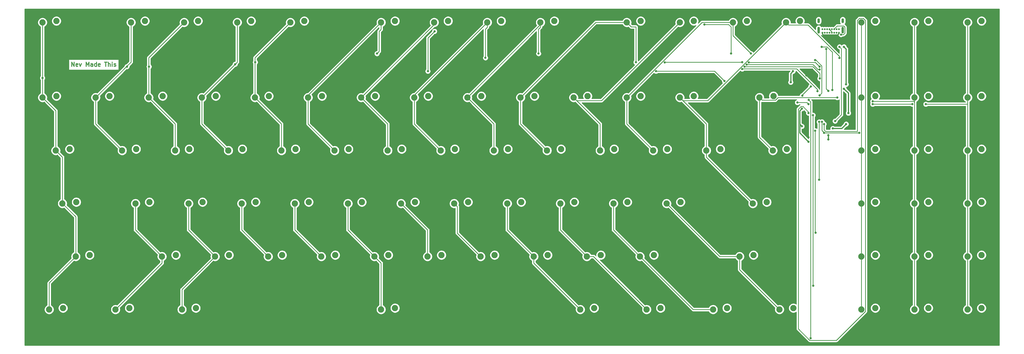
<source format=gtl>
%TF.GenerationSoftware,KiCad,Pcbnew,(5.1.6)-1*%
%TF.CreationDate,2020-08-03T21:56:52-05:00*%
%TF.ProjectId,customKeyboard,63757374-6f6d-44b6-9579-626f6172642e,rev?*%
%TF.SameCoordinates,Original*%
%TF.FileFunction,Copper,L1,Top*%
%TF.FilePolarity,Positive*%
%FSLAX46Y46*%
G04 Gerber Fmt 4.6, Leading zero omitted, Abs format (unit mm)*
G04 Created by KiCad (PCBNEW (5.1.6)-1) date 2020-08-03 21:56:52*
%MOMM*%
%LPD*%
G01*
G04 APERTURE LIST*
%TA.AperFunction,NonConductor*%
%ADD10C,0.300000*%
%TD*%
%TA.AperFunction,ComponentPad*%
%ADD11C,2.250000*%
%TD*%
%TA.AperFunction,ComponentPad*%
%ADD12C,0.650000*%
%TD*%
%TA.AperFunction,ComponentPad*%
%ADD13O,0.900000X2.400000*%
%TD*%
%TA.AperFunction,ComponentPad*%
%ADD14O,0.900000X1.700000*%
%TD*%
%TA.AperFunction,ViaPad*%
%ADD15C,0.800000*%
%TD*%
%TA.AperFunction,Conductor*%
%ADD16C,0.254000*%
%TD*%
%TA.AperFunction,Conductor*%
%ADD17C,0.381000*%
%TD*%
G04 APERTURE END LIST*
D10*
X60405357Y-43541071D02*
X60405357Y-42041071D01*
X61262500Y-43541071D01*
X61262500Y-42041071D01*
X62548214Y-43469642D02*
X62405357Y-43541071D01*
X62119642Y-43541071D01*
X61976785Y-43469642D01*
X61905357Y-43326785D01*
X61905357Y-42755357D01*
X61976785Y-42612500D01*
X62119642Y-42541071D01*
X62405357Y-42541071D01*
X62548214Y-42612500D01*
X62619642Y-42755357D01*
X62619642Y-42898214D01*
X61905357Y-43041071D01*
X63119642Y-42541071D02*
X63476785Y-43541071D01*
X63833928Y-42541071D01*
X65548214Y-43541071D02*
X65548214Y-42041071D01*
X66048214Y-43112500D01*
X66548214Y-42041071D01*
X66548214Y-43541071D01*
X67905357Y-43541071D02*
X67905357Y-42755357D01*
X67833928Y-42612500D01*
X67691071Y-42541071D01*
X67405357Y-42541071D01*
X67262500Y-42612500D01*
X67905357Y-43469642D02*
X67762500Y-43541071D01*
X67405357Y-43541071D01*
X67262500Y-43469642D01*
X67191071Y-43326785D01*
X67191071Y-43183928D01*
X67262500Y-43041071D01*
X67405357Y-42969642D01*
X67762500Y-42969642D01*
X67905357Y-42898214D01*
X69262500Y-43541071D02*
X69262500Y-42041071D01*
X69262500Y-43469642D02*
X69119642Y-43541071D01*
X68833928Y-43541071D01*
X68691071Y-43469642D01*
X68619642Y-43398214D01*
X68548214Y-43255357D01*
X68548214Y-42826785D01*
X68619642Y-42683928D01*
X68691071Y-42612500D01*
X68833928Y-42541071D01*
X69119642Y-42541071D01*
X69262500Y-42612500D01*
X70548214Y-43469642D02*
X70405357Y-43541071D01*
X70119642Y-43541071D01*
X69976785Y-43469642D01*
X69905357Y-43326785D01*
X69905357Y-42755357D01*
X69976785Y-42612500D01*
X70119642Y-42541071D01*
X70405357Y-42541071D01*
X70548214Y-42612500D01*
X70619642Y-42755357D01*
X70619642Y-42898214D01*
X69905357Y-43041071D01*
X72191071Y-42041071D02*
X73048214Y-42041071D01*
X72619642Y-43541071D02*
X72619642Y-42041071D01*
X73548214Y-43541071D02*
X73548214Y-42041071D01*
X74191071Y-43541071D02*
X74191071Y-42755357D01*
X74119642Y-42612500D01*
X73976785Y-42541071D01*
X73762500Y-42541071D01*
X73619642Y-42612500D01*
X73548214Y-42683928D01*
X74905357Y-43541071D02*
X74905357Y-42541071D01*
X74905357Y-42041071D02*
X74833928Y-42112500D01*
X74905357Y-42183928D01*
X74976785Y-42112500D01*
X74905357Y-42041071D01*
X74905357Y-42183928D01*
X75548214Y-43469642D02*
X75691071Y-43541071D01*
X75976785Y-43541071D01*
X76119642Y-43469642D01*
X76191071Y-43326785D01*
X76191071Y-43255357D01*
X76119642Y-43112500D01*
X75976785Y-43041071D01*
X75762500Y-43041071D01*
X75619642Y-42969642D01*
X75548214Y-42826785D01*
X75548214Y-42755357D01*
X75619642Y-42612500D01*
X75762500Y-42541071D01*
X75976785Y-42541071D01*
X76119642Y-42612500D01*
D11*
%TO.P,ALPS74,1*%
%TO.N,COL14*%
X343575000Y-27750000D03*
%TO.P,ALPS74,2*%
%TO.N,Net-(ALPS74-Pad2)*%
X348575000Y-27250000D03*
%TD*%
%TO.P,ALPS1,1*%
%TO.N,COL0*%
X49887500Y-27750000D03*
%TO.P,ALPS1,2*%
%TO.N,Net-(ALPS1-Pad2)*%
X54887500Y-27250000D03*
%TD*%
%TO.P,ALPS70,1*%
%TO.N,COL12*%
X304681250Y-92837500D03*
%TO.P,ALPS70,2*%
%TO.N,Net-(ALPS70-Pad2)*%
X309681250Y-92337500D03*
%TD*%
D12*
%TO.P,J1,A5*%
%TO.N,Net-(J1-PadA5)*%
X331306250Y-31500000D03*
%TO.P,J1,A1*%
%TO.N,GND*%
X329606250Y-31500000D03*
%TO.P,J1,A4*%
%TO.N,VCC*%
X330456250Y-31500000D03*
%TO.P,J1,A6*%
%TO.N,D+*%
X332156250Y-31500000D03*
%TO.P,J1,A7*%
%TO.N,D-*%
X333006250Y-31500000D03*
%TO.P,J1,A8*%
%TO.N,Net-(J1-PadA8)*%
X333856250Y-31500000D03*
%TO.P,J1,A9*%
%TO.N,VCC*%
X334706250Y-31500000D03*
%TO.P,J1,A12*%
%TO.N,GND*%
X335556250Y-31500000D03*
%TO.P,J1,B12*%
X329606250Y-30175000D03*
%TO.P,J1,B9*%
%TO.N,VCC*%
X330461250Y-30175000D03*
%TO.P,J1,B8*%
%TO.N,Net-(J1-PadB8)*%
X331311250Y-30175000D03*
%TO.P,J1,B7*%
%TO.N,D-*%
X332161250Y-30175000D03*
%TO.P,J1,B6*%
%TO.N,D+*%
X333011250Y-30175000D03*
%TO.P,J1,B5*%
%TO.N,Net-(J1-PadB5)*%
X333861250Y-30175000D03*
%TO.P,J1,B4*%
%TO.N,VCC*%
X334711250Y-30175000D03*
%TO.P,J1,B1*%
%TO.N,GND*%
X335561250Y-30175000D03*
D13*
%TO.P,J1,S1*%
%TO.N,Net-(J1-PadS1)*%
X328256250Y-30520000D03*
X336906250Y-30520000D03*
D14*
X328256250Y-27140000D03*
X336906250Y-27140000D03*
%TD*%
D11*
%TO.P,ALPS92,1*%
%TO.N,COL12*%
X288012500Y-73787500D03*
%TO.P,ALPS92,2*%
%TO.N,Net-(ALPS92-Pad2)*%
X293012500Y-73287500D03*
%TD*%
%TO.P,ALPS91,1*%
%TO.N,COL16*%
X381675000Y-130937500D03*
%TO.P,ALPS91,2*%
%TO.N,Net-(ALPS91-Pad2)*%
X386675000Y-130437500D03*
%TD*%
%TO.P,ALPS90,1*%
%TO.N,COL16*%
X381675000Y-111887500D03*
%TO.P,ALPS90,2*%
%TO.N,Net-(ALPS90-Pad2)*%
X386675000Y-111387500D03*
%TD*%
%TO.P,ALPS89,1*%
%TO.N,COL16*%
X381675000Y-92837500D03*
%TO.P,ALPS89,2*%
%TO.N,Net-(ALPS89-Pad2)*%
X386675000Y-92337500D03*
%TD*%
%TO.P,ALPS88,1*%
%TO.N,COL16*%
X381675000Y-73787500D03*
%TO.P,ALPS88,2*%
%TO.N,Net-(ALPS88-Pad2)*%
X386675000Y-73287500D03*
%TD*%
%TO.P,ALPS87,1*%
%TO.N,COL16*%
X381675000Y-54737500D03*
%TO.P,ALPS87,2*%
%TO.N,Net-(ALPS87-Pad2)*%
X386675000Y-54237500D03*
%TD*%
%TO.P,ALPS86,1*%
%TO.N,COL16*%
X381675000Y-27750000D03*
%TO.P,ALPS86,2*%
%TO.N,Net-(ALPS86-Pad2)*%
X386675000Y-27250000D03*
%TD*%
%TO.P,ALPS85,1*%
%TO.N,COL15*%
X362625000Y-130937500D03*
%TO.P,ALPS85,2*%
%TO.N,Net-(ALPS85-Pad2)*%
X367625000Y-130437500D03*
%TD*%
%TO.P,ALPS84,1*%
%TO.N,COL15*%
X362625000Y-111887500D03*
%TO.P,ALPS84,2*%
%TO.N,Net-(ALPS84-Pad2)*%
X367625000Y-111387500D03*
%TD*%
%TO.P,ALPS83,1*%
%TO.N,COL15*%
X362625000Y-92837500D03*
%TO.P,ALPS83,2*%
%TO.N,Net-(ALPS83-Pad2)*%
X367625000Y-92337500D03*
%TD*%
%TO.P,ALPS82,1*%
%TO.N,COL15*%
X362625000Y-73787500D03*
%TO.P,ALPS82,2*%
%TO.N,Net-(ALPS82-Pad2)*%
X367625000Y-73287500D03*
%TD*%
%TO.P,ALPS81,1*%
%TO.N,COL15*%
X362625000Y-54737500D03*
%TO.P,ALPS81,2*%
%TO.N,Net-(ALPS81-Pad2)*%
X367625000Y-54237500D03*
%TD*%
%TO.P,ALPS80,1*%
%TO.N,COL15*%
X362625000Y-27750000D03*
%TO.P,ALPS80,2*%
%TO.N,Net-(ALPS80-Pad2)*%
X367625000Y-27250000D03*
%TD*%
%TO.P,ALPS79,1*%
%TO.N,COL14*%
X343575000Y-130937500D03*
%TO.P,ALPS79,2*%
%TO.N,Net-(ALPS79-Pad2)*%
X348575000Y-130437500D03*
%TD*%
%TO.P,ALPS78,1*%
%TO.N,COL14*%
X343575000Y-111887500D03*
%TO.P,ALPS78,2*%
%TO.N,Net-(ALPS78-Pad2)*%
X348575000Y-111387500D03*
%TD*%
%TO.P,ALPS77,1*%
%TO.N,COL14*%
X343575000Y-92837500D03*
%TO.P,ALPS77,2*%
%TO.N,Net-(ALPS77-Pad2)*%
X348575000Y-92337500D03*
%TD*%
%TO.P,ALPS76,1*%
%TO.N,COL14*%
X343575000Y-73787500D03*
%TO.P,ALPS76,2*%
%TO.N,Net-(ALPS76-Pad2)*%
X348575000Y-73287500D03*
%TD*%
%TO.P,ALPS75,1*%
%TO.N,COL14*%
X343575000Y-54737500D03*
%TO.P,ALPS75,2*%
%TO.N,Net-(ALPS75-Pad2)*%
X348575000Y-54237500D03*
%TD*%
%TO.P,ALPS73,1*%
%TO.N,COL13*%
X307062500Y-54737500D03*
%TO.P,ALPS73,2*%
%TO.N,Net-(ALPS73-Pad2)*%
X312062500Y-54237500D03*
%TD*%
%TO.P,ALPS72,1*%
%TO.N,COL12*%
X316587500Y-27750000D03*
%TO.P,ALPS72,2*%
%TO.N,Net-(ALPS72-Pad2)*%
X321587500Y-27250000D03*
%TD*%
%TO.P,ALPS71,1*%
%TO.N,COL13*%
X311825000Y-73787500D03*
%TO.P,ALPS71,2*%
%TO.N,Net-(ALPS71-Pad2)*%
X316825000Y-73287500D03*
%TD*%
%TO.P,ALPS69,1*%
%TO.N,Net-(ALPS65-Pad1)*%
X314206250Y-130937500D03*
%TO.P,ALPS69,2*%
%TO.N,Net-(ALPS69-Pad2)*%
X319206250Y-130437500D03*
%TD*%
%TO.P,ALPS68,1*%
%TO.N,Net-(ALPS65-Pad1)*%
X299918750Y-111887500D03*
%TO.P,ALPS68,2*%
%TO.N,Net-(ALPS68-Pad2)*%
X304918750Y-111387500D03*
%TD*%
%TO.P,ALPS67,1*%
%TO.N,COL12*%
X278487500Y-54737500D03*
%TO.P,ALPS67,2*%
%TO.N,Net-(ALPS67-Pad2)*%
X283487500Y-54237500D03*
%TD*%
%TO.P,ALPS66,1*%
%TO.N,COL11*%
X297537500Y-27750000D03*
%TO.P,ALPS66,2*%
%TO.N,Net-(ALPS66-Pad2)*%
X302537500Y-27250000D03*
%TD*%
%TO.P,ALPS65,1*%
%TO.N,Net-(ALPS65-Pad1)*%
X273725000Y-92837500D03*
%TO.P,ALPS65,2*%
%TO.N,Net-(ALPS65-Pad2)*%
X278725000Y-92337500D03*
%TD*%
%TO.P,ALPS64,1*%
%TO.N,COL11*%
X268962500Y-73787500D03*
%TO.P,ALPS64,2*%
%TO.N,Net-(ALPS64-Pad2)*%
X273962500Y-73287500D03*
%TD*%
%TO.P,ALPS63,1*%
%TO.N,Net-(ALPS59-Pad1)*%
X290393750Y-130937500D03*
%TO.P,ALPS63,2*%
%TO.N,Net-(ALPS63-Pad2)*%
X295393750Y-130437500D03*
%TD*%
%TO.P,ALPS62,1*%
%TO.N,COL11*%
X259437500Y-54737500D03*
%TO.P,ALPS62,2*%
%TO.N,Net-(ALPS62-Pad2)*%
X264437500Y-54237500D03*
%TD*%
%TO.P,ALPS61,1*%
%TO.N,COL10*%
X278487500Y-27750000D03*
%TO.P,ALPS61,2*%
%TO.N,Net-(ALPS61-Pad2)*%
X283487500Y-27250000D03*
%TD*%
%TO.P,ALPS60,1*%
%TO.N,Net-(ALPS59-Pad1)*%
X264200000Y-111887500D03*
%TO.P,ALPS60,2*%
%TO.N,Net-(ALPS60-Pad2)*%
X269200000Y-111387500D03*
%TD*%
%TO.P,ALPS59,1*%
%TO.N,Net-(ALPS59-Pad1)*%
X254675000Y-92837500D03*
%TO.P,ALPS59,2*%
%TO.N,Net-(ALPS59-Pad2)*%
X259675000Y-92337500D03*
%TD*%
%TO.P,ALPS58,1*%
%TO.N,COL10*%
X249912500Y-73787500D03*
%TO.P,ALPS58,2*%
%TO.N,Net-(ALPS58-Pad2)*%
X254912500Y-73287500D03*
%TD*%
%TO.P,ALPS57,1*%
%TO.N,COL10*%
X240387500Y-54737500D03*
%TO.P,ALPS57,2*%
%TO.N,Net-(ALPS57-Pad2)*%
X245387500Y-54237500D03*
%TD*%
%TO.P,ALPS56,1*%
%TO.N,COL9*%
X259437500Y-27750000D03*
%TO.P,ALPS56,2*%
%TO.N,Net-(ALPS56-Pad2)*%
X264437500Y-27250000D03*
%TD*%
%TO.P,ALPS55,1*%
%TO.N,Net-(ALPS53-Pad1)*%
X245150000Y-111887500D03*
%TO.P,ALPS55,2*%
%TO.N,Net-(ALPS55-Pad2)*%
X250150000Y-111387500D03*
%TD*%
%TO.P,ALPS54,1*%
%TO.N,Net-(ALPS53-Pad1)*%
X266581250Y-130937500D03*
%TO.P,ALPS54,2*%
%TO.N,Net-(ALPS54-Pad2)*%
X271581250Y-130437500D03*
%TD*%
%TO.P,ALPS53,1*%
%TO.N,Net-(ALPS53-Pad1)*%
X235625000Y-92837500D03*
%TO.P,ALPS53,2*%
%TO.N,Net-(ALPS53-Pad2)*%
X240625000Y-92337500D03*
%TD*%
%TO.P,ALPS52,1*%
%TO.N,COL9*%
X230862500Y-73787500D03*
%TO.P,ALPS52,2*%
%TO.N,Net-(ALPS52-Pad2)*%
X235862500Y-73287500D03*
%TD*%
%TO.P,ALPS51,1*%
%TO.N,COL9*%
X221337500Y-54737500D03*
%TO.P,ALPS51,2*%
%TO.N,Net-(ALPS51-Pad2)*%
X226337500Y-54237500D03*
%TD*%
%TO.P,ALPS50,1*%
%TO.N,Net-(ALPS47-Pad1)*%
X226100000Y-111887500D03*
%TO.P,ALPS50,2*%
%TO.N,Net-(ALPS50-Pad2)*%
X231100000Y-111387500D03*
%TD*%
%TO.P,ALPS49,1*%
%TO.N,COL8*%
X228481250Y-27750000D03*
%TO.P,ALPS49,2*%
%TO.N,Net-(ALPS49-Pad2)*%
X233481250Y-27250000D03*
%TD*%
%TO.P,ALPS48,1*%
%TO.N,Net-(ALPS47-Pad1)*%
X242768750Y-130937500D03*
%TO.P,ALPS48,2*%
%TO.N,Net-(ALPS48-Pad2)*%
X247768750Y-130437500D03*
%TD*%
%TO.P,ALPS47,1*%
%TO.N,Net-(ALPS47-Pad1)*%
X216575000Y-92837500D03*
%TO.P,ALPS47,2*%
%TO.N,Net-(ALPS47-Pad2)*%
X221575000Y-92337500D03*
%TD*%
%TO.P,ALPS46,1*%
%TO.N,COL8*%
X211812500Y-73787500D03*
%TO.P,ALPS46,2*%
%TO.N,Net-(ALPS46-Pad2)*%
X216812500Y-73287500D03*
%TD*%
%TO.P,ALPS45,1*%
%TO.N,COL8*%
X202287500Y-54737500D03*
%TO.P,ALPS45,2*%
%TO.N,Net-(ALPS45-Pad2)*%
X207287500Y-54237500D03*
%TD*%
%TO.P,ALPS44,1*%
%TO.N,Net-(ALPS42-Pad1)*%
X207050000Y-111887500D03*
%TO.P,ALPS44,2*%
%TO.N,Net-(ALPS44-Pad2)*%
X212050000Y-111387500D03*
%TD*%
%TO.P,ALPS43,1*%
%TO.N,COL7*%
X209431250Y-27750000D03*
%TO.P,ALPS43,2*%
%TO.N,Net-(ALPS43-Pad2)*%
X214431250Y-27250000D03*
%TD*%
%TO.P,ALPS42,1*%
%TO.N,Net-(ALPS42-Pad1)*%
X197525000Y-92837500D03*
%TO.P,ALPS42,2*%
%TO.N,Net-(ALPS42-Pad2)*%
X202525000Y-92337500D03*
%TD*%
%TO.P,ALPS41,1*%
%TO.N,COL7*%
X192762500Y-73787500D03*
%TO.P,ALPS41,2*%
%TO.N,Net-(ALPS41-Pad2)*%
X197762500Y-73287500D03*
%TD*%
%TO.P,ALPS40,1*%
%TO.N,COL7*%
X183237500Y-54737500D03*
%TO.P,ALPS40,2*%
%TO.N,Net-(ALPS40-Pad2)*%
X188237500Y-54237500D03*
%TD*%
%TO.P,ALPS39,1*%
%TO.N,Net-(ALPS37-Pad1)*%
X188000000Y-111887500D03*
%TO.P,ALPS39,2*%
%TO.N,Net-(ALPS39-Pad2)*%
X193000000Y-111387500D03*
%TD*%
%TO.P,ALPS38,1*%
%TO.N,COL6*%
X190381250Y-27750000D03*
%TO.P,ALPS38,2*%
%TO.N,Net-(ALPS38-Pad2)*%
X195381250Y-27250000D03*
%TD*%
%TO.P,ALPS37,1*%
%TO.N,Net-(ALPS37-Pad1)*%
X178475000Y-92837500D03*
%TO.P,ALPS37,2*%
%TO.N,Net-(ALPS37-Pad2)*%
X183475000Y-92337500D03*
%TD*%
%TO.P,ALPS36,1*%
%TO.N,COL6*%
X173712500Y-73787500D03*
%TO.P,ALPS36,2*%
%TO.N,Net-(ALPS36-Pad2)*%
X178712500Y-73287500D03*
%TD*%
%TO.P,ALPS35,1*%
%TO.N,COL6*%
X164187500Y-54737500D03*
%TO.P,ALPS35,2*%
%TO.N,Net-(ALPS35-Pad2)*%
X169187500Y-54237500D03*
%TD*%
%TO.P,ALPS34,1*%
%TO.N,Net-(ALPS31-Pad1)*%
X168950000Y-111887500D03*
%TO.P,ALPS34,2*%
%TO.N,Net-(ALPS34-Pad2)*%
X173950000Y-111387500D03*
%TD*%
%TO.P,ALPS33,1*%
%TO.N,Net-(ALPS31-Pad1)*%
X171331250Y-130937500D03*
%TO.P,ALPS33,2*%
%TO.N,Net-(ALPS33-Pad2)*%
X176331250Y-130437500D03*
%TD*%
%TO.P,ALPS32,1*%
%TO.N,COL5*%
X171331250Y-27750000D03*
%TO.P,ALPS32,2*%
%TO.N,Net-(ALPS32-Pad2)*%
X176331250Y-27250000D03*
%TD*%
%TO.P,ALPS31,1*%
%TO.N,Net-(ALPS31-Pad1)*%
X159425000Y-92837500D03*
%TO.P,ALPS31,2*%
%TO.N,Net-(ALPS31-Pad2)*%
X164425000Y-92337500D03*
%TD*%
%TO.P,ALPS30,1*%
%TO.N,COL5*%
X154662500Y-73787500D03*
%TO.P,ALPS30,2*%
%TO.N,Net-(ALPS30-Pad2)*%
X159662500Y-73287500D03*
%TD*%
%TO.P,ALPS29,1*%
%TO.N,COL5*%
X145137500Y-54737500D03*
%TO.P,ALPS29,2*%
%TO.N,Net-(ALPS29-Pad2)*%
X150137500Y-54237500D03*
%TD*%
%TO.P,ALPS28,1*%
%TO.N,Net-(ALPS27-Pad1)*%
X149900000Y-111887500D03*
%TO.P,ALPS28,2*%
%TO.N,Net-(ALPS28-Pad2)*%
X154900000Y-111387500D03*
%TD*%
%TO.P,ALPS27,1*%
%TO.N,Net-(ALPS27-Pad1)*%
X140375000Y-92837500D03*
%TO.P,ALPS27,2*%
%TO.N,Net-(ALPS27-Pad2)*%
X145375000Y-92337500D03*
%TD*%
%TO.P,ALPS26,1*%
%TO.N,COL4*%
X135612500Y-73787500D03*
%TO.P,ALPS26,2*%
%TO.N,Net-(ALPS26-Pad2)*%
X140612500Y-73287500D03*
%TD*%
%TO.P,ALPS25,1*%
%TO.N,COL4*%
X138787500Y-27750000D03*
%TO.P,ALPS25,2*%
%TO.N,Net-(ALPS25-Pad2)*%
X143787500Y-27250000D03*
%TD*%
%TO.P,ALPS24,1*%
%TO.N,COL4*%
X126087500Y-54737500D03*
%TO.P,ALPS24,2*%
%TO.N,Net-(ALPS24-Pad2)*%
X131087500Y-54237500D03*
%TD*%
%TO.P,ALPS23,1*%
%TO.N,Net-(ALPS22-Pad1)*%
X130850000Y-111887500D03*
%TO.P,ALPS23,2*%
%TO.N,Net-(ALPS23-Pad2)*%
X135850000Y-111387500D03*
%TD*%
%TO.P,ALPS22,1*%
%TO.N,Net-(ALPS22-Pad1)*%
X121325000Y-92837500D03*
%TO.P,ALPS22,2*%
%TO.N,Net-(ALPS22-Pad2)*%
X126325000Y-92337500D03*
%TD*%
%TO.P,ALPS21,1*%
%TO.N,COL3*%
X116562500Y-73787500D03*
%TO.P,ALPS21,2*%
%TO.N,Net-(ALPS21-Pad2)*%
X121562500Y-73287500D03*
%TD*%
%TO.P,ALPS20,1*%
%TO.N,COL3*%
X119737500Y-27750000D03*
%TO.P,ALPS20,2*%
%TO.N,Net-(ALPS20-Pad2)*%
X124737500Y-27250000D03*
%TD*%
%TO.P,ALPS19,1*%
%TO.N,COL3*%
X107037500Y-54737500D03*
%TO.P,ALPS19,2*%
%TO.N,Net-(ALPS19-Pad2)*%
X112037500Y-54237500D03*
%TD*%
%TO.P,ALPS18,1*%
%TO.N,Net-(ALPS16-Pad1)*%
X99893750Y-130937500D03*
%TO.P,ALPS18,2*%
%TO.N,Net-(ALPS18-Pad2)*%
X104893750Y-130437500D03*
%TD*%
%TO.P,ALPS17,1*%
%TO.N,Net-(ALPS16-Pad1)*%
X111800000Y-111887500D03*
%TO.P,ALPS17,2*%
%TO.N,Net-(ALPS17-Pad2)*%
X116800000Y-111387500D03*
%TD*%
%TO.P,ALPS16,1*%
%TO.N,Net-(ALPS16-Pad1)*%
X102275000Y-92837500D03*
%TO.P,ALPS16,2*%
%TO.N,Net-(ALPS16-Pad2)*%
X107275000Y-92337500D03*
%TD*%
%TO.P,ALPS15,1*%
%TO.N,COL2*%
X97512500Y-73787500D03*
%TO.P,ALPS15,2*%
%TO.N,Net-(ALPS15-Pad2)*%
X102512500Y-73287500D03*
%TD*%
%TO.P,ALPS14,1*%
%TO.N,COL2*%
X100687500Y-27750000D03*
%TO.P,ALPS14,2*%
%TO.N,Net-(ALPS14-Pad2)*%
X105687500Y-27250000D03*
%TD*%
%TO.P,ALPS13,1*%
%TO.N,COL2*%
X87987500Y-54737500D03*
%TO.P,ALPS13,2*%
%TO.N,Net-(ALPS13-Pad2)*%
X92987500Y-54237500D03*
%TD*%
%TO.P,ALPS12,1*%
%TO.N,Net-(ALPS10-Pad1)*%
X92750000Y-111887500D03*
%TO.P,ALPS12,2*%
%TO.N,Net-(ALPS12-Pad2)*%
X97750000Y-111387500D03*
%TD*%
%TO.P,ALPS11,1*%
%TO.N,Net-(ALPS10-Pad1)*%
X76081250Y-130937500D03*
%TO.P,ALPS11,2*%
%TO.N,Net-(ALPS11-Pad2)*%
X81081250Y-130437500D03*
%TD*%
%TO.P,ALPS10,1*%
%TO.N,Net-(ALPS10-Pad1)*%
X83225000Y-92837500D03*
%TO.P,ALPS10,2*%
%TO.N,Net-(ALPS10-Pad2)*%
X88225000Y-92337500D03*
%TD*%
%TO.P,ALPS9,1*%
%TO.N,COL1*%
X78462500Y-73787500D03*
%TO.P,ALPS9,2*%
%TO.N,Net-(ALPS9-Pad2)*%
X83462500Y-73287500D03*
%TD*%
%TO.P,ALPS8,1*%
%TO.N,COL1*%
X81637500Y-27750000D03*
%TO.P,ALPS8,2*%
%TO.N,Net-(ALPS8-Pad2)*%
X86637500Y-27250000D03*
%TD*%
%TO.P,ALPS7,1*%
%TO.N,COL1*%
X68937500Y-54737500D03*
%TO.P,ALPS7,2*%
%TO.N,Net-(ALPS7-Pad2)*%
X73937500Y-54237500D03*
%TD*%
%TO.P,ALPS6,1*%
%TO.N,COL0*%
X61793750Y-111887500D03*
%TO.P,ALPS6,2*%
%TO.N,Net-(ALPS6-Pad2)*%
X66793750Y-111387500D03*
%TD*%
%TO.P,ALPS5,1*%
%TO.N,COL0*%
X52268750Y-130937500D03*
%TO.P,ALPS5,2*%
%TO.N,Net-(ALPS5-Pad2)*%
X57268750Y-130437500D03*
%TD*%
%TO.P,ALPS4,1*%
%TO.N,COL0*%
X57031250Y-92837500D03*
%TO.P,ALPS4,2*%
%TO.N,Net-(ALPS4-Pad2)*%
X62031250Y-92337500D03*
%TD*%
%TO.P,ALPS3,1*%
%TO.N,COL0*%
X54650000Y-73787500D03*
%TO.P,ALPS3,2*%
%TO.N,Net-(ALPS3-Pad2)*%
X59650000Y-73287500D03*
%TD*%
%TO.P,ALPS2,1*%
%TO.N,COL0*%
X49887500Y-54737500D03*
%TO.P,ALPS2,2*%
%TO.N,Net-(ALPS2-Pad2)*%
X54887500Y-54237500D03*
%TD*%
D15*
%TO.N,COL1*%
X80168750Y-43656250D03*
%TO.N,COL2*%
X88106250Y-43656250D03*
%TO.N,COL3*%
X118987500Y-42787500D03*
%TO.N,COL4*%
X126206250Y-42068750D03*
%TO.N,COL5*%
X327818750Y-52460251D03*
X300873442Y-44492192D03*
X169862500Y-38960251D03*
%TO.N,COL6*%
X294481250Y-48806010D03*
X269917192Y-45291270D03*
X188118750Y-45291270D03*
X190500000Y-30956250D03*
%TO.N,COL7*%
X328679250Y-47927902D03*
X301667192Y-43698442D03*
X208756250Y-40481250D03*
%TO.N,COL8*%
X328612500Y-44656253D03*
X302460942Y-42904692D03*
X227806250Y-38960251D03*
%TO.N,COL9*%
X328612500Y-43656250D03*
X303254692Y-42110942D03*
X300831250Y-42068750D03*
X273092192Y-42110942D03*
X262731250Y-42068750D03*
%TO.N,COL10*%
X296862500Y-38960251D03*
X287337500Y-28477000D03*
%TO.N,COL11*%
X304006250Y-38960251D03*
%TO.N,COL12*%
X335687907Y-40549593D03*
%TO.N,COL13*%
X334962500Y-54768750D03*
%TO.N,COL15*%
X347662500Y-56149997D03*
%TO.N,COL16*%
X347662500Y-57150000D03*
X361898000Y-57150000D03*
X366712500Y-57150000D03*
%TO.N,+5V*%
X337343750Y-36512500D03*
X338137500Y-50006250D03*
X337343750Y-51593750D03*
X338931250Y-60346750D03*
X322262500Y-58737500D03*
X324643750Y-70643750D03*
X331787500Y-69850000D03*
X331787500Y-68262500D03*
X338137500Y-64293750D03*
X333375000Y-65881250D03*
X322262500Y-65087500D03*
X318246230Y-49260020D03*
X319087500Y-45310500D03*
%TO.N,Net-(C6-Pad1)*%
X325451566Y-50785934D03*
X322398116Y-54041750D03*
%TO.N,Net-(C7-Pad1)*%
X324643750Y-57150000D03*
X320636814Y-56544244D03*
%TO.N,ROW0*%
X331787500Y-52387500D03*
X330993750Y-37306250D03*
%TO.N,ROW1*%
X329452982Y-63499578D03*
X342848000Y-67468750D03*
X330200000Y-67468750D03*
%TO.N,ROW2*%
X328453020Y-63508613D03*
X328479249Y-84270751D03*
%TO.N,ROW3*%
X327025000Y-66675000D03*
X327158251Y-103320751D03*
%TO.N,ROW5*%
X325437500Y-141287500D03*
X324737500Y-55629250D03*
%TO.N,ROW4*%
X326231250Y-61118750D03*
X326364501Y-122370751D03*
%TO.N,Net-(J1-PadB5)*%
X336280473Y-32113152D03*
%TO.N,Net-(R2-Pad1)*%
X333145271Y-52006252D03*
X329406250Y-36512500D03*
X333145271Y-52006252D03*
%TO.N,Net-(R3-Pad1)*%
X335756250Y-36512500D03*
X334168879Y-63206490D03*
%TO.N,Net-(R4-Pad2)*%
X328612500Y-53975000D03*
X327025000Y-41275000D03*
X324643750Y-60325000D03*
X330197000Y-64293750D03*
%TO.N,GND*%
X323850000Y-46831250D03*
X325737499Y-48418750D03*
X325943750Y-46831250D03*
X323850000Y-66675000D03*
X324643750Y-69056250D03*
X320675000Y-52387500D03*
X322262500Y-48418750D03*
%TO.N,COL0*%
X49887500Y-47743750D03*
%TD*%
D16*
%TO.N,COL0*%
X52268750Y-121412500D02*
X61793750Y-111887500D01*
X52268750Y-130937500D02*
X52268750Y-121412500D01*
X61793750Y-97600000D02*
X57031250Y-92837500D01*
X61793750Y-111887500D02*
X61793750Y-97600000D01*
X57031250Y-76168750D02*
X54650000Y-73787500D01*
X57031250Y-92837500D02*
X57031250Y-76168750D01*
X54650000Y-59500000D02*
X49887500Y-54737500D01*
X54650000Y-73787500D02*
X54650000Y-59500000D01*
X49887500Y-42187500D02*
X49887500Y-27750000D01*
%TO.N,COL1*%
X81637500Y-27750000D02*
X81637500Y-42037500D01*
X68937500Y-64262500D02*
X78462500Y-73787500D01*
X68937500Y-54737500D02*
X68937500Y-64262500D01*
X81637500Y-42037500D02*
X80490625Y-43184375D01*
X80168750Y-43506250D02*
X80490625Y-43184375D01*
X80168750Y-43656250D02*
X80168750Y-43506250D01*
X80490625Y-43184375D02*
X68937500Y-54737500D01*
%TO.N,Net-(ALPS10-Pad1)*%
X83225000Y-102362500D02*
X92750000Y-111887500D01*
X83225000Y-92837500D02*
X83225000Y-102362500D01*
X92750000Y-114268750D02*
X76081250Y-130937500D01*
X92750000Y-111887500D02*
X92750000Y-114268750D01*
%TO.N,COL2*%
X97512500Y-64262500D02*
X87987500Y-54737500D01*
X97512500Y-73787500D02*
X97512500Y-64262500D01*
X87987500Y-40450000D02*
X100687500Y-27750000D01*
X87987500Y-54737500D02*
X87987500Y-40450000D01*
%TO.N,Net-(ALPS16-Pad1)*%
X99893750Y-123793750D02*
X111800000Y-111887500D01*
X99893750Y-130937500D02*
X99893750Y-123793750D01*
X102275000Y-102362500D02*
X111800000Y-111887500D01*
X102275000Y-92837500D02*
X102275000Y-102362500D01*
%TO.N,COL3*%
X119737500Y-27750000D02*
X119737500Y-42037500D01*
X107037500Y-64262500D02*
X116562500Y-73787500D01*
X107037500Y-54737500D02*
X107037500Y-64262500D01*
X119737500Y-42037500D02*
X118987500Y-42787500D01*
X118987500Y-42787500D02*
X107037500Y-54737500D01*
%TO.N,Net-(ALPS22-Pad1)*%
X121325000Y-102362500D02*
X130850000Y-111887500D01*
X121325000Y-92837500D02*
X121325000Y-102362500D01*
%TO.N,COL4*%
X135612500Y-64262500D02*
X126087500Y-54737500D01*
X135612500Y-73787500D02*
X135612500Y-64262500D01*
X126087500Y-40450000D02*
X138787500Y-27750000D01*
X126087500Y-54737500D02*
X126087500Y-40450000D01*
%TO.N,Net-(ALPS27-Pad1)*%
X140375000Y-102362500D02*
X149900000Y-111887500D01*
X140375000Y-92837500D02*
X140375000Y-102362500D01*
%TO.N,COL5*%
X145137500Y-53943750D02*
X145137500Y-54737500D01*
X171331250Y-27750000D02*
X145137500Y-53943750D01*
X145137500Y-64262500D02*
X154662500Y-73787500D01*
X145137500Y-54737500D02*
X145137500Y-64262500D01*
X327818750Y-51894566D02*
X320374184Y-44450000D01*
X327818750Y-52460251D02*
X327818750Y-51894566D01*
X320374184Y-44450000D02*
X300915634Y-44450000D01*
X300915634Y-44450000D02*
X300873442Y-44492192D01*
X169862500Y-38960251D02*
X170656250Y-38166501D01*
X170656250Y-38166501D02*
X170656250Y-30956250D01*
X171331250Y-30281250D02*
X171331250Y-27750000D01*
X170656250Y-30956250D02*
X171331250Y-30281250D01*
%TO.N,Net-(ALPS31-Pad1)*%
X159425000Y-102362500D02*
X168950000Y-111887500D01*
X159425000Y-92837500D02*
X159425000Y-102362500D01*
X171331250Y-114268750D02*
X168950000Y-111887500D01*
X171331250Y-130937500D02*
X171331250Y-114268750D01*
%TO.N,COL6*%
X173712500Y-64262500D02*
X164187500Y-54737500D01*
X173712500Y-73787500D02*
X173712500Y-64262500D01*
X190381250Y-28543750D02*
X190381250Y-27750000D01*
X164187500Y-54737500D02*
X190381250Y-28543750D01*
X190500000Y-27868750D02*
X190381250Y-27750000D01*
X294481250Y-48806010D02*
X290966510Y-45291270D01*
X290966510Y-45291270D02*
X269917192Y-45291270D01*
X188118750Y-45291270D02*
X188118750Y-33337500D01*
X188118750Y-33337500D02*
X190500000Y-30956250D01*
%TO.N,Net-(ALPS37-Pad1)*%
X188000000Y-102362500D02*
X178475000Y-92837500D01*
X188000000Y-111887500D02*
X188000000Y-102362500D01*
%TO.N,COL7*%
X183237500Y-53943750D02*
X183237500Y-54737500D01*
X209431250Y-27750000D02*
X183237500Y-53943750D01*
X183237500Y-64262500D02*
X192762500Y-73787500D01*
X183237500Y-54737500D02*
X183237500Y-64262500D01*
X328679250Y-47927902D02*
X328679250Y-46104250D01*
X328679250Y-46104250D02*
X326273442Y-43698442D01*
X326273442Y-43698442D02*
X301667192Y-43698442D01*
X208756250Y-28425000D02*
X209431250Y-27750000D01*
X208756250Y-40481250D02*
X208756250Y-30162500D01*
X209431250Y-29487500D02*
X209431250Y-27750000D01*
X208756250Y-30162500D02*
X209431250Y-29487500D01*
%TO.N,Net-(ALPS42-Pad1)*%
X198649999Y-103487499D02*
X207050000Y-111887500D01*
X198649999Y-93962499D02*
X198649999Y-103487499D01*
X197525000Y-92837500D02*
X198649999Y-93962499D01*
%TO.N,COL8*%
X211812500Y-64262500D02*
X202287500Y-54737500D01*
X211812500Y-73787500D02*
X211812500Y-64262500D01*
X228481250Y-28543750D02*
X228481250Y-27750000D01*
X202287500Y-54737500D02*
X228481250Y-28543750D01*
X328046815Y-44656253D02*
X326253062Y-42862500D01*
X328612500Y-44656253D02*
X328046815Y-44656253D01*
X326253062Y-42862500D02*
X302503134Y-42862500D01*
X302503134Y-42862500D02*
X302460942Y-42904692D01*
X228481250Y-29487500D02*
X228481250Y-27750000D01*
X227806250Y-38960251D02*
X227806250Y-30162500D01*
X227806250Y-30162500D02*
X228481250Y-29487500D01*
%TO.N,Net-(ALPS47-Pad1)*%
X216575000Y-102362500D02*
X226100000Y-111887500D01*
X216575000Y-92837500D02*
X216575000Y-102362500D01*
X226100000Y-114268750D02*
X242768750Y-130937500D01*
X226100000Y-111887500D02*
X226100000Y-114268750D01*
%TO.N,COL9*%
X248325000Y-27750000D02*
X221337500Y-54737500D01*
X259437500Y-27750000D02*
X248325000Y-27750000D01*
X221337500Y-64262500D02*
X230862500Y-73787500D01*
X221337500Y-54737500D02*
X221337500Y-64262500D01*
X328612500Y-43656250D02*
X327025000Y-42068750D01*
X327025000Y-42068750D02*
X326982808Y-42110942D01*
X326982808Y-42110942D02*
X303254692Y-42110942D01*
X300831250Y-42068750D02*
X273134384Y-42068750D01*
X273134384Y-42068750D02*
X273092192Y-42110942D01*
X262731250Y-42068750D02*
X262731250Y-29368750D01*
X261056250Y-29368750D02*
X259437500Y-27750000D01*
X262731250Y-29368750D02*
X261056250Y-29368750D01*
%TO.N,Net-(ALPS53-Pad1)*%
X235625000Y-102362500D02*
X245150000Y-111887500D01*
X235625000Y-92837500D02*
X235625000Y-102362500D01*
X247531250Y-111887500D02*
X266581250Y-130937500D01*
X245150000Y-111887500D02*
X247531250Y-111887500D01*
%TO.N,COL10*%
X249912500Y-64262500D02*
X240387500Y-54737500D01*
X249912500Y-73787500D02*
X249912500Y-64262500D01*
X250375001Y-55862499D02*
X278487500Y-27750000D01*
X241512499Y-55862499D02*
X250375001Y-55862499D01*
X240387500Y-54737500D02*
X241512499Y-55862499D01*
X296862500Y-38960251D02*
X296862500Y-29368750D01*
X296862500Y-29368750D02*
X295970750Y-28477000D01*
X295970750Y-28477000D02*
X287337500Y-28477000D01*
%TO.N,Net-(ALPS59-Pad1)*%
X254675000Y-102362500D02*
X264200000Y-111887500D01*
X254675000Y-92837500D02*
X254675000Y-102362500D01*
X283250000Y-130937500D02*
X290393750Y-130937500D01*
X264200000Y-111887500D02*
X283250000Y-130937500D01*
%TO.N,COL11*%
X286425000Y-27750000D02*
X259437500Y-54737500D01*
X297537500Y-27750000D02*
X286425000Y-27750000D01*
X259437500Y-64262500D02*
X268962500Y-73787500D01*
X259437500Y-54737500D02*
X259437500Y-64262500D01*
X297537500Y-27750000D02*
X297537500Y-32491501D01*
X297537500Y-32491501D02*
X304006250Y-38960251D01*
%TO.N,Net-(ALPS65-Pad1)*%
X292775000Y-111887500D02*
X299918750Y-111887500D01*
X273725000Y-92837500D02*
X292775000Y-111887500D01*
X299918750Y-116650000D02*
X314206250Y-130937500D01*
X299918750Y-111887500D02*
X299918750Y-116650000D01*
%TO.N,COL12*%
X288012500Y-64262500D02*
X278487500Y-54737500D01*
X288012500Y-73787500D02*
X288012500Y-64262500D01*
X288475001Y-55862499D02*
X316587500Y-27750000D01*
X279612499Y-55862499D02*
X288475001Y-55862499D01*
X278487500Y-54737500D02*
X279612499Y-55862499D01*
X288012500Y-76168750D02*
X304681250Y-92837500D01*
X288012500Y-73787500D02*
X288012500Y-76168750D01*
X317539501Y-28702001D02*
X316587500Y-27750000D01*
X324465466Y-28702001D02*
X317539501Y-28702001D01*
X335687907Y-39924442D02*
X324465466Y-28702001D01*
X335687907Y-40549593D02*
X335687907Y-39924442D01*
%TO.N,COL13*%
X307062500Y-69025000D02*
X311825000Y-73787500D01*
X307062500Y-54737500D02*
X307062500Y-69025000D01*
X312759461Y-55689501D02*
X308014501Y-55689501D01*
X313680212Y-54768750D02*
X312759461Y-55689501D01*
X308014501Y-55689501D02*
X307062500Y-54737500D01*
X334962500Y-54768750D02*
X313680212Y-54768750D01*
%TO.N,COL14*%
X343575000Y-27750000D02*
X343575000Y-54737500D01*
X343575000Y-54737500D02*
X343575000Y-73787500D01*
X343575000Y-73787500D02*
X343575000Y-92837500D01*
X343575000Y-92837500D02*
X343575000Y-111887500D01*
X343575000Y-111887500D02*
X343575000Y-130937500D01*
%TO.N,COL15*%
X362625000Y-27750000D02*
X362625000Y-54737500D01*
X362625000Y-73787500D02*
X362625000Y-92837500D01*
X362625000Y-92837500D02*
X362625000Y-111887500D01*
X362625000Y-111887500D02*
X362625000Y-130937500D01*
X362299997Y-56149997D02*
X362625000Y-56475000D01*
X362625000Y-54737500D02*
X362625000Y-56475000D01*
X347662500Y-56149997D02*
X362299997Y-56149997D01*
X362625000Y-56475000D02*
X362625000Y-73787500D01*
%TO.N,COL16*%
X381675000Y-27750000D02*
X381675000Y-54737500D01*
X381675000Y-73787500D02*
X381675000Y-92837500D01*
X381675000Y-92837500D02*
X381675000Y-111887500D01*
X381675000Y-111887500D02*
X381675000Y-130937500D01*
X347662500Y-57150000D02*
X361898000Y-57150000D01*
X381556250Y-57150000D02*
X381675000Y-57031250D01*
X366712500Y-57150000D02*
X381556250Y-57150000D01*
X381675000Y-54737500D02*
X381675000Y-57031250D01*
X381675000Y-57031250D02*
X381675000Y-73787500D01*
D17*
%TO.N,+5V*%
X337343750Y-36512500D02*
X338137500Y-37306250D01*
X338137500Y-37306250D02*
X338137500Y-50006250D01*
X337343750Y-51593750D02*
X338931250Y-53181250D01*
X338931250Y-53181250D02*
X338931250Y-60346750D01*
X322262500Y-58737500D02*
X321468750Y-59531250D01*
X321468750Y-59531250D02*
X321468750Y-61118750D01*
X321468750Y-61118750D02*
X321468750Y-63500000D01*
X321468750Y-67468750D02*
X324643750Y-70643750D01*
X331787500Y-69850000D02*
X331787500Y-68262500D01*
X338137500Y-64293750D02*
X336550000Y-65881250D01*
X336550000Y-65881250D02*
X333375000Y-65881250D01*
X321468750Y-64293750D02*
X322262500Y-65087500D01*
X321468750Y-64293750D02*
X321468750Y-67468750D01*
X321468750Y-63500000D02*
X321468750Y-64293750D01*
X318246230Y-49260020D02*
X318246230Y-46151770D01*
X318246230Y-46151770D02*
X319087500Y-45310500D01*
D16*
%TO.N,Net-(C6-Pad1)*%
X325451566Y-50785934D02*
X322398116Y-53839384D01*
X322398116Y-53839384D02*
X322398116Y-54041750D01*
%TO.N,Net-(C7-Pad1)*%
X324643750Y-57150000D02*
X324037994Y-56544244D01*
X324037994Y-56544244D02*
X320636814Y-56544244D01*
%TO.N,ROW0*%
X331787500Y-52387500D02*
X330993750Y-51593750D01*
X330993750Y-51593750D02*
X330993750Y-37306250D01*
%TO.N,ROW1*%
X329452982Y-63499578D02*
X329452982Y-66628268D01*
X329452982Y-66628268D02*
X330293464Y-67468750D01*
X330293464Y-67468750D02*
X342848000Y-67468750D01*
%TO.N,ROW2*%
X328453020Y-84244522D02*
X328479249Y-84270751D01*
X328453020Y-63508613D02*
X328453020Y-84244522D01*
%TO.N,ROW3*%
X327025000Y-103187500D02*
X327158251Y-103320751D01*
X327025000Y-66675000D02*
X327025000Y-103187500D01*
%TO.N,ROW5*%
X325437500Y-141287500D02*
X325437500Y-56329250D01*
X325437500Y-56329250D02*
X324737500Y-55629250D01*
%TO.N,ROW4*%
X326231250Y-122237500D02*
X326364501Y-122370751D01*
X326231250Y-61118750D02*
X326231250Y-122237500D01*
%TO.N,D-*%
X332161250Y-30289962D02*
X332161250Y-30175000D01*
X333006250Y-31134962D02*
X332161250Y-30289962D01*
X333006250Y-31500000D02*
X333006250Y-31134962D01*
%TO.N,Net-(J1-PadB5)*%
X333861250Y-30060038D02*
X333861250Y-30175000D01*
X334928298Y-28992990D02*
X333861250Y-30060038D01*
X337228098Y-28992990D02*
X334928298Y-28992990D01*
X337683260Y-31591848D02*
X337683260Y-29448152D01*
X337161956Y-32113152D02*
X337683260Y-31591848D01*
X337683260Y-29448152D02*
X337228098Y-28992990D01*
X336280473Y-32113152D02*
X337161956Y-32113152D01*
%TO.N,Net-(R2-Pad1)*%
X333145271Y-38381809D02*
X333145271Y-52006252D01*
X331275962Y-36512500D02*
X333145271Y-38381809D01*
X329406250Y-36512500D02*
X331275962Y-36512500D01*
%TO.N,Net-(R3-Pad1)*%
X335756250Y-36512500D02*
X336414908Y-37171158D01*
X336414908Y-60960461D02*
X334168879Y-63206490D01*
X336414908Y-37171158D02*
X336414908Y-60960461D01*
%TO.N,Net-(R4-Pad2)*%
X327307212Y-41275000D02*
X327025000Y-41275000D01*
X329406251Y-43374039D02*
X327307212Y-41275000D01*
X328612500Y-53975000D02*
X329406251Y-53181249D01*
X329406251Y-53181249D02*
X329406251Y-43374039D01*
X322668989Y-58010499D02*
X324643750Y-59985260D01*
X321913539Y-58010499D02*
X322668989Y-58010499D01*
X320951240Y-58972798D02*
X321913539Y-58010499D01*
X325088539Y-142014501D02*
X320951240Y-137877202D01*
X324643750Y-59985260D02*
X324643750Y-60325000D01*
X334646961Y-142014501D02*
X325088539Y-142014501D01*
X345027001Y-27053039D02*
X345027001Y-131634461D01*
X344271961Y-26297999D02*
X345027001Y-27053039D01*
X342878039Y-26297999D02*
X344271961Y-26297999D01*
X342122999Y-27053039D02*
X342878039Y-26297999D01*
X342122999Y-66911691D02*
X342122999Y-27053039D01*
X320951240Y-137877202D02*
X320951240Y-58972798D01*
X330718903Y-66911691D02*
X342122999Y-66911691D01*
X330197000Y-66389788D02*
X330718903Y-66911691D01*
X345027001Y-131634461D02*
X334646961Y-142014501D01*
X330197000Y-64293750D02*
X330197000Y-66389788D01*
D17*
%TO.N,GND*%
X323850000Y-46831250D02*
X324149999Y-46831250D01*
X324149999Y-46831250D02*
X325737499Y-48418750D01*
X323850000Y-66675000D02*
X323850000Y-68262500D01*
X323850000Y-68262500D02*
X324643750Y-69056250D01*
X320675000Y-52387500D02*
X322262500Y-50800000D01*
X322262500Y-50800000D02*
X322262500Y-48418750D01*
X329606250Y-31959619D02*
X329606250Y-31500000D01*
X335556250Y-31708942D02*
X335049691Y-32215501D01*
X329862132Y-32215501D02*
X329606250Y-31959619D01*
X335049691Y-32215501D02*
X329862132Y-32215501D01*
X335556250Y-31500000D02*
X335556250Y-31708942D01*
D16*
%TO.N,COL0*%
X49887500Y-54737500D02*
X49887500Y-47743750D01*
X49887500Y-47743750D02*
X49887500Y-42187500D01*
%TD*%
%TO.N,GND*%
G36*
X393040001Y-143802500D02*
G01*
X43522500Y-143802500D01*
X43522500Y-27576655D01*
X48127500Y-27576655D01*
X48127500Y-27923345D01*
X48195136Y-28263373D01*
X48327808Y-28583673D01*
X48520419Y-28871935D01*
X48765565Y-29117081D01*
X49053827Y-29309692D01*
X49125501Y-29339380D01*
X49125500Y-42224925D01*
X49125501Y-42224935D01*
X49125500Y-47042039D01*
X49083563Y-47083976D01*
X48970295Y-47253494D01*
X48892274Y-47441852D01*
X48852500Y-47641811D01*
X48852500Y-47845689D01*
X48892274Y-48045648D01*
X48970295Y-48234006D01*
X49083563Y-48403524D01*
X49125501Y-48445462D01*
X49125500Y-53148120D01*
X49053827Y-53177808D01*
X48765565Y-53370419D01*
X48520419Y-53615565D01*
X48327808Y-53903827D01*
X48195136Y-54224127D01*
X48127500Y-54564155D01*
X48127500Y-54910845D01*
X48195136Y-55250873D01*
X48327808Y-55571173D01*
X48520419Y-55859435D01*
X48765565Y-56104581D01*
X49053827Y-56297192D01*
X49374127Y-56429864D01*
X49714155Y-56497500D01*
X50060845Y-56497500D01*
X50400873Y-56429864D01*
X50472546Y-56400176D01*
X53888001Y-59815632D01*
X53888000Y-72198120D01*
X53816327Y-72227808D01*
X53528065Y-72420419D01*
X53282919Y-72665565D01*
X53090308Y-72953827D01*
X52957636Y-73274127D01*
X52890000Y-73614155D01*
X52890000Y-73960845D01*
X52957636Y-74300873D01*
X53090308Y-74621173D01*
X53282919Y-74909435D01*
X53528065Y-75154581D01*
X53816327Y-75347192D01*
X54136627Y-75479864D01*
X54476655Y-75547500D01*
X54823345Y-75547500D01*
X55163373Y-75479864D01*
X55235046Y-75450176D01*
X56269251Y-76484382D01*
X56269250Y-91248120D01*
X56197577Y-91277808D01*
X55909315Y-91470419D01*
X55664169Y-91715565D01*
X55471558Y-92003827D01*
X55338886Y-92324127D01*
X55271250Y-92664155D01*
X55271250Y-93010845D01*
X55338886Y-93350873D01*
X55471558Y-93671173D01*
X55664169Y-93959435D01*
X55909315Y-94204581D01*
X56197577Y-94397192D01*
X56517877Y-94529864D01*
X56857905Y-94597500D01*
X57204595Y-94597500D01*
X57544623Y-94529864D01*
X57616296Y-94500176D01*
X61031751Y-97915632D01*
X61031750Y-110298120D01*
X60960077Y-110327808D01*
X60671815Y-110520419D01*
X60426669Y-110765565D01*
X60234058Y-111053827D01*
X60101386Y-111374127D01*
X60033750Y-111714155D01*
X60033750Y-112060845D01*
X60101386Y-112400873D01*
X60131074Y-112472546D01*
X51756399Y-120847221D01*
X51727329Y-120871078D01*
X51703472Y-120900148D01*
X51703471Y-120900149D01*
X51632105Y-120987108D01*
X51561349Y-121119485D01*
X51517777Y-121263122D01*
X51503064Y-121412500D01*
X51506751Y-121449933D01*
X51506750Y-129348120D01*
X51435077Y-129377808D01*
X51146815Y-129570419D01*
X50901669Y-129815565D01*
X50709058Y-130103827D01*
X50576386Y-130424127D01*
X50508750Y-130764155D01*
X50508750Y-131110845D01*
X50576386Y-131450873D01*
X50709058Y-131771173D01*
X50901669Y-132059435D01*
X51146815Y-132304581D01*
X51435077Y-132497192D01*
X51755377Y-132629864D01*
X52095405Y-132697500D01*
X52442095Y-132697500D01*
X52782123Y-132629864D01*
X53102423Y-132497192D01*
X53390685Y-132304581D01*
X53635831Y-132059435D01*
X53828442Y-131771173D01*
X53961114Y-131450873D01*
X54028750Y-131110845D01*
X54028750Y-130764155D01*
X53961114Y-130424127D01*
X53894852Y-130264155D01*
X55508750Y-130264155D01*
X55508750Y-130610845D01*
X55576386Y-130950873D01*
X55709058Y-131271173D01*
X55901669Y-131559435D01*
X56146815Y-131804581D01*
X56435077Y-131997192D01*
X56755377Y-132129864D01*
X57095405Y-132197500D01*
X57442095Y-132197500D01*
X57782123Y-132129864D01*
X58102423Y-131997192D01*
X58390685Y-131804581D01*
X58635831Y-131559435D01*
X58828442Y-131271173D01*
X58961114Y-130950873D01*
X58998254Y-130764155D01*
X74321250Y-130764155D01*
X74321250Y-131110845D01*
X74388886Y-131450873D01*
X74521558Y-131771173D01*
X74714169Y-132059435D01*
X74959315Y-132304581D01*
X75247577Y-132497192D01*
X75567877Y-132629864D01*
X75907905Y-132697500D01*
X76254595Y-132697500D01*
X76594623Y-132629864D01*
X76914923Y-132497192D01*
X77203185Y-132304581D01*
X77448331Y-132059435D01*
X77640942Y-131771173D01*
X77773614Y-131450873D01*
X77841250Y-131110845D01*
X77841250Y-130764155D01*
X77773614Y-130424127D01*
X77743926Y-130352454D01*
X77832225Y-130264155D01*
X79321250Y-130264155D01*
X79321250Y-130610845D01*
X79388886Y-130950873D01*
X79521558Y-131271173D01*
X79714169Y-131559435D01*
X79959315Y-131804581D01*
X80247577Y-131997192D01*
X80567877Y-132129864D01*
X80907905Y-132197500D01*
X81254595Y-132197500D01*
X81594623Y-132129864D01*
X81914923Y-131997192D01*
X82203185Y-131804581D01*
X82448331Y-131559435D01*
X82640942Y-131271173D01*
X82773614Y-130950873D01*
X82810754Y-130764155D01*
X98133750Y-130764155D01*
X98133750Y-131110845D01*
X98201386Y-131450873D01*
X98334058Y-131771173D01*
X98526669Y-132059435D01*
X98771815Y-132304581D01*
X99060077Y-132497192D01*
X99380377Y-132629864D01*
X99720405Y-132697500D01*
X100067095Y-132697500D01*
X100407123Y-132629864D01*
X100727423Y-132497192D01*
X101015685Y-132304581D01*
X101260831Y-132059435D01*
X101453442Y-131771173D01*
X101586114Y-131450873D01*
X101653750Y-131110845D01*
X101653750Y-130764155D01*
X101586114Y-130424127D01*
X101519852Y-130264155D01*
X103133750Y-130264155D01*
X103133750Y-130610845D01*
X103201386Y-130950873D01*
X103334058Y-131271173D01*
X103526669Y-131559435D01*
X103771815Y-131804581D01*
X104060077Y-131997192D01*
X104380377Y-132129864D01*
X104720405Y-132197500D01*
X105067095Y-132197500D01*
X105407123Y-132129864D01*
X105727423Y-131997192D01*
X106015685Y-131804581D01*
X106260831Y-131559435D01*
X106453442Y-131271173D01*
X106586114Y-130950873D01*
X106653750Y-130610845D01*
X106653750Y-130264155D01*
X106586114Y-129924127D01*
X106453442Y-129603827D01*
X106260831Y-129315565D01*
X106015685Y-129070419D01*
X105727423Y-128877808D01*
X105407123Y-128745136D01*
X105067095Y-128677500D01*
X104720405Y-128677500D01*
X104380377Y-128745136D01*
X104060077Y-128877808D01*
X103771815Y-129070419D01*
X103526669Y-129315565D01*
X103334058Y-129603827D01*
X103201386Y-129924127D01*
X103133750Y-130264155D01*
X101519852Y-130264155D01*
X101453442Y-130103827D01*
X101260831Y-129815565D01*
X101015685Y-129570419D01*
X100727423Y-129377808D01*
X100655750Y-129348120D01*
X100655750Y-124109380D01*
X111214954Y-113550176D01*
X111286627Y-113579864D01*
X111626655Y-113647500D01*
X111973345Y-113647500D01*
X112313373Y-113579864D01*
X112633673Y-113447192D01*
X112921935Y-113254581D01*
X113167081Y-113009435D01*
X113359692Y-112721173D01*
X113492364Y-112400873D01*
X113560000Y-112060845D01*
X113560000Y-111714155D01*
X113492364Y-111374127D01*
X113426102Y-111214155D01*
X115040000Y-111214155D01*
X115040000Y-111560845D01*
X115107636Y-111900873D01*
X115240308Y-112221173D01*
X115432919Y-112509435D01*
X115678065Y-112754581D01*
X115966327Y-112947192D01*
X116286627Y-113079864D01*
X116626655Y-113147500D01*
X116973345Y-113147500D01*
X117313373Y-113079864D01*
X117633673Y-112947192D01*
X117921935Y-112754581D01*
X118167081Y-112509435D01*
X118359692Y-112221173D01*
X118492364Y-111900873D01*
X118560000Y-111560845D01*
X118560000Y-111214155D01*
X118492364Y-110874127D01*
X118359692Y-110553827D01*
X118167081Y-110265565D01*
X117921935Y-110020419D01*
X117633673Y-109827808D01*
X117313373Y-109695136D01*
X116973345Y-109627500D01*
X116626655Y-109627500D01*
X116286627Y-109695136D01*
X115966327Y-109827808D01*
X115678065Y-110020419D01*
X115432919Y-110265565D01*
X115240308Y-110553827D01*
X115107636Y-110874127D01*
X115040000Y-111214155D01*
X113426102Y-111214155D01*
X113359692Y-111053827D01*
X113167081Y-110765565D01*
X112921935Y-110520419D01*
X112633673Y-110327808D01*
X112313373Y-110195136D01*
X111973345Y-110127500D01*
X111626655Y-110127500D01*
X111286627Y-110195136D01*
X111214954Y-110224824D01*
X103037000Y-102046870D01*
X103037000Y-94426880D01*
X103108673Y-94397192D01*
X103396935Y-94204581D01*
X103642081Y-93959435D01*
X103834692Y-93671173D01*
X103967364Y-93350873D01*
X104035000Y-93010845D01*
X104035000Y-92664155D01*
X103967364Y-92324127D01*
X103901102Y-92164155D01*
X105515000Y-92164155D01*
X105515000Y-92510845D01*
X105582636Y-92850873D01*
X105715308Y-93171173D01*
X105907919Y-93459435D01*
X106153065Y-93704581D01*
X106441327Y-93897192D01*
X106761627Y-94029864D01*
X107101655Y-94097500D01*
X107448345Y-94097500D01*
X107788373Y-94029864D01*
X108108673Y-93897192D01*
X108396935Y-93704581D01*
X108642081Y-93459435D01*
X108834692Y-93171173D01*
X108967364Y-92850873D01*
X109004504Y-92664155D01*
X119565000Y-92664155D01*
X119565000Y-93010845D01*
X119632636Y-93350873D01*
X119765308Y-93671173D01*
X119957919Y-93959435D01*
X120203065Y-94204581D01*
X120491327Y-94397192D01*
X120563000Y-94426880D01*
X120563001Y-102325067D01*
X120559314Y-102362500D01*
X120574027Y-102511878D01*
X120617599Y-102655515D01*
X120688355Y-102787892D01*
X120705186Y-102808400D01*
X120783579Y-102903922D01*
X120812649Y-102927779D01*
X129187324Y-111302454D01*
X129157636Y-111374127D01*
X129090000Y-111714155D01*
X129090000Y-112060845D01*
X129157636Y-112400873D01*
X129290308Y-112721173D01*
X129482919Y-113009435D01*
X129728065Y-113254581D01*
X130016327Y-113447192D01*
X130336627Y-113579864D01*
X130676655Y-113647500D01*
X131023345Y-113647500D01*
X131363373Y-113579864D01*
X131683673Y-113447192D01*
X131971935Y-113254581D01*
X132217081Y-113009435D01*
X132409692Y-112721173D01*
X132542364Y-112400873D01*
X132610000Y-112060845D01*
X132610000Y-111714155D01*
X132542364Y-111374127D01*
X132476102Y-111214155D01*
X134090000Y-111214155D01*
X134090000Y-111560845D01*
X134157636Y-111900873D01*
X134290308Y-112221173D01*
X134482919Y-112509435D01*
X134728065Y-112754581D01*
X135016327Y-112947192D01*
X135336627Y-113079864D01*
X135676655Y-113147500D01*
X136023345Y-113147500D01*
X136363373Y-113079864D01*
X136683673Y-112947192D01*
X136971935Y-112754581D01*
X137217081Y-112509435D01*
X137409692Y-112221173D01*
X137542364Y-111900873D01*
X137610000Y-111560845D01*
X137610000Y-111214155D01*
X137542364Y-110874127D01*
X137409692Y-110553827D01*
X137217081Y-110265565D01*
X136971935Y-110020419D01*
X136683673Y-109827808D01*
X136363373Y-109695136D01*
X136023345Y-109627500D01*
X135676655Y-109627500D01*
X135336627Y-109695136D01*
X135016327Y-109827808D01*
X134728065Y-110020419D01*
X134482919Y-110265565D01*
X134290308Y-110553827D01*
X134157636Y-110874127D01*
X134090000Y-111214155D01*
X132476102Y-111214155D01*
X132409692Y-111053827D01*
X132217081Y-110765565D01*
X131971935Y-110520419D01*
X131683673Y-110327808D01*
X131363373Y-110195136D01*
X131023345Y-110127500D01*
X130676655Y-110127500D01*
X130336627Y-110195136D01*
X130264954Y-110224824D01*
X122087000Y-102046870D01*
X122087000Y-94426880D01*
X122158673Y-94397192D01*
X122446935Y-94204581D01*
X122692081Y-93959435D01*
X122884692Y-93671173D01*
X123017364Y-93350873D01*
X123085000Y-93010845D01*
X123085000Y-92664155D01*
X123017364Y-92324127D01*
X122951102Y-92164155D01*
X124565000Y-92164155D01*
X124565000Y-92510845D01*
X124632636Y-92850873D01*
X124765308Y-93171173D01*
X124957919Y-93459435D01*
X125203065Y-93704581D01*
X125491327Y-93897192D01*
X125811627Y-94029864D01*
X126151655Y-94097500D01*
X126498345Y-94097500D01*
X126838373Y-94029864D01*
X127158673Y-93897192D01*
X127446935Y-93704581D01*
X127692081Y-93459435D01*
X127884692Y-93171173D01*
X128017364Y-92850873D01*
X128054504Y-92664155D01*
X138615000Y-92664155D01*
X138615000Y-93010845D01*
X138682636Y-93350873D01*
X138815308Y-93671173D01*
X139007919Y-93959435D01*
X139253065Y-94204581D01*
X139541327Y-94397192D01*
X139613000Y-94426880D01*
X139613001Y-102325067D01*
X139609314Y-102362500D01*
X139624027Y-102511878D01*
X139667599Y-102655515D01*
X139738355Y-102787892D01*
X139755186Y-102808400D01*
X139833579Y-102903922D01*
X139862649Y-102927779D01*
X148237324Y-111302454D01*
X148207636Y-111374127D01*
X148140000Y-111714155D01*
X148140000Y-112060845D01*
X148207636Y-112400873D01*
X148340308Y-112721173D01*
X148532919Y-113009435D01*
X148778065Y-113254581D01*
X149066327Y-113447192D01*
X149386627Y-113579864D01*
X149726655Y-113647500D01*
X150073345Y-113647500D01*
X150413373Y-113579864D01*
X150733673Y-113447192D01*
X151021935Y-113254581D01*
X151267081Y-113009435D01*
X151459692Y-112721173D01*
X151592364Y-112400873D01*
X151660000Y-112060845D01*
X151660000Y-111714155D01*
X151592364Y-111374127D01*
X151526102Y-111214155D01*
X153140000Y-111214155D01*
X153140000Y-111560845D01*
X153207636Y-111900873D01*
X153340308Y-112221173D01*
X153532919Y-112509435D01*
X153778065Y-112754581D01*
X154066327Y-112947192D01*
X154386627Y-113079864D01*
X154726655Y-113147500D01*
X155073345Y-113147500D01*
X155413373Y-113079864D01*
X155733673Y-112947192D01*
X156021935Y-112754581D01*
X156267081Y-112509435D01*
X156459692Y-112221173D01*
X156592364Y-111900873D01*
X156660000Y-111560845D01*
X156660000Y-111214155D01*
X156592364Y-110874127D01*
X156459692Y-110553827D01*
X156267081Y-110265565D01*
X156021935Y-110020419D01*
X155733673Y-109827808D01*
X155413373Y-109695136D01*
X155073345Y-109627500D01*
X154726655Y-109627500D01*
X154386627Y-109695136D01*
X154066327Y-109827808D01*
X153778065Y-110020419D01*
X153532919Y-110265565D01*
X153340308Y-110553827D01*
X153207636Y-110874127D01*
X153140000Y-111214155D01*
X151526102Y-111214155D01*
X151459692Y-111053827D01*
X151267081Y-110765565D01*
X151021935Y-110520419D01*
X150733673Y-110327808D01*
X150413373Y-110195136D01*
X150073345Y-110127500D01*
X149726655Y-110127500D01*
X149386627Y-110195136D01*
X149314954Y-110224824D01*
X141137000Y-102046870D01*
X141137000Y-94426880D01*
X141208673Y-94397192D01*
X141496935Y-94204581D01*
X141742081Y-93959435D01*
X141934692Y-93671173D01*
X142067364Y-93350873D01*
X142135000Y-93010845D01*
X142135000Y-92664155D01*
X142067364Y-92324127D01*
X142001102Y-92164155D01*
X143615000Y-92164155D01*
X143615000Y-92510845D01*
X143682636Y-92850873D01*
X143815308Y-93171173D01*
X144007919Y-93459435D01*
X144253065Y-93704581D01*
X144541327Y-93897192D01*
X144861627Y-94029864D01*
X145201655Y-94097500D01*
X145548345Y-94097500D01*
X145888373Y-94029864D01*
X146208673Y-93897192D01*
X146496935Y-93704581D01*
X146742081Y-93459435D01*
X146934692Y-93171173D01*
X147067364Y-92850873D01*
X147104504Y-92664155D01*
X157665000Y-92664155D01*
X157665000Y-93010845D01*
X157732636Y-93350873D01*
X157865308Y-93671173D01*
X158057919Y-93959435D01*
X158303065Y-94204581D01*
X158591327Y-94397192D01*
X158663000Y-94426880D01*
X158663001Y-102325067D01*
X158659314Y-102362500D01*
X158674027Y-102511878D01*
X158717599Y-102655515D01*
X158788355Y-102787892D01*
X158805186Y-102808400D01*
X158883579Y-102903922D01*
X158912649Y-102927779D01*
X167287324Y-111302454D01*
X167257636Y-111374127D01*
X167190000Y-111714155D01*
X167190000Y-112060845D01*
X167257636Y-112400873D01*
X167390308Y-112721173D01*
X167582919Y-113009435D01*
X167828065Y-113254581D01*
X168116327Y-113447192D01*
X168436627Y-113579864D01*
X168776655Y-113647500D01*
X169123345Y-113647500D01*
X169463373Y-113579864D01*
X169535046Y-113550176D01*
X170569251Y-114584382D01*
X170569250Y-129348120D01*
X170497577Y-129377808D01*
X170209315Y-129570419D01*
X169964169Y-129815565D01*
X169771558Y-130103827D01*
X169638886Y-130424127D01*
X169571250Y-130764155D01*
X169571250Y-131110845D01*
X169638886Y-131450873D01*
X169771558Y-131771173D01*
X169964169Y-132059435D01*
X170209315Y-132304581D01*
X170497577Y-132497192D01*
X170817877Y-132629864D01*
X171157905Y-132697500D01*
X171504595Y-132697500D01*
X171844623Y-132629864D01*
X172164923Y-132497192D01*
X172453185Y-132304581D01*
X172698331Y-132059435D01*
X172890942Y-131771173D01*
X173023614Y-131450873D01*
X173091250Y-131110845D01*
X173091250Y-130764155D01*
X173023614Y-130424127D01*
X172957352Y-130264155D01*
X174571250Y-130264155D01*
X174571250Y-130610845D01*
X174638886Y-130950873D01*
X174771558Y-131271173D01*
X174964169Y-131559435D01*
X175209315Y-131804581D01*
X175497577Y-131997192D01*
X175817877Y-132129864D01*
X176157905Y-132197500D01*
X176504595Y-132197500D01*
X176844623Y-132129864D01*
X177164923Y-131997192D01*
X177453185Y-131804581D01*
X177698331Y-131559435D01*
X177890942Y-131271173D01*
X178023614Y-130950873D01*
X178091250Y-130610845D01*
X178091250Y-130264155D01*
X178023614Y-129924127D01*
X177890942Y-129603827D01*
X177698331Y-129315565D01*
X177453185Y-129070419D01*
X177164923Y-128877808D01*
X176844623Y-128745136D01*
X176504595Y-128677500D01*
X176157905Y-128677500D01*
X175817877Y-128745136D01*
X175497577Y-128877808D01*
X175209315Y-129070419D01*
X174964169Y-129315565D01*
X174771558Y-129603827D01*
X174638886Y-129924127D01*
X174571250Y-130264155D01*
X172957352Y-130264155D01*
X172890942Y-130103827D01*
X172698331Y-129815565D01*
X172453185Y-129570419D01*
X172164923Y-129377808D01*
X172093250Y-129348120D01*
X172093250Y-114306172D01*
X172096936Y-114268749D01*
X172093250Y-114231324D01*
X172082224Y-114119372D01*
X172038652Y-113975735D01*
X171967895Y-113843358D01*
X171872672Y-113727328D01*
X171843602Y-113703471D01*
X170612676Y-112472546D01*
X170642364Y-112400873D01*
X170710000Y-112060845D01*
X170710000Y-111714155D01*
X170642364Y-111374127D01*
X170576102Y-111214155D01*
X172190000Y-111214155D01*
X172190000Y-111560845D01*
X172257636Y-111900873D01*
X172390308Y-112221173D01*
X172582919Y-112509435D01*
X172828065Y-112754581D01*
X173116327Y-112947192D01*
X173436627Y-113079864D01*
X173776655Y-113147500D01*
X174123345Y-113147500D01*
X174463373Y-113079864D01*
X174783673Y-112947192D01*
X175071935Y-112754581D01*
X175317081Y-112509435D01*
X175509692Y-112221173D01*
X175642364Y-111900873D01*
X175710000Y-111560845D01*
X175710000Y-111214155D01*
X175642364Y-110874127D01*
X175509692Y-110553827D01*
X175317081Y-110265565D01*
X175071935Y-110020419D01*
X174783673Y-109827808D01*
X174463373Y-109695136D01*
X174123345Y-109627500D01*
X173776655Y-109627500D01*
X173436627Y-109695136D01*
X173116327Y-109827808D01*
X172828065Y-110020419D01*
X172582919Y-110265565D01*
X172390308Y-110553827D01*
X172257636Y-110874127D01*
X172190000Y-111214155D01*
X170576102Y-111214155D01*
X170509692Y-111053827D01*
X170317081Y-110765565D01*
X170071935Y-110520419D01*
X169783673Y-110327808D01*
X169463373Y-110195136D01*
X169123345Y-110127500D01*
X168776655Y-110127500D01*
X168436627Y-110195136D01*
X168364954Y-110224824D01*
X160187000Y-102046870D01*
X160187000Y-94426880D01*
X160258673Y-94397192D01*
X160546935Y-94204581D01*
X160792081Y-93959435D01*
X160984692Y-93671173D01*
X161117364Y-93350873D01*
X161185000Y-93010845D01*
X161185000Y-92664155D01*
X161117364Y-92324127D01*
X161051102Y-92164155D01*
X162665000Y-92164155D01*
X162665000Y-92510845D01*
X162732636Y-92850873D01*
X162865308Y-93171173D01*
X163057919Y-93459435D01*
X163303065Y-93704581D01*
X163591327Y-93897192D01*
X163911627Y-94029864D01*
X164251655Y-94097500D01*
X164598345Y-94097500D01*
X164938373Y-94029864D01*
X165258673Y-93897192D01*
X165546935Y-93704581D01*
X165792081Y-93459435D01*
X165984692Y-93171173D01*
X166117364Y-92850873D01*
X166154504Y-92664155D01*
X176715000Y-92664155D01*
X176715000Y-93010845D01*
X176782636Y-93350873D01*
X176915308Y-93671173D01*
X177107919Y-93959435D01*
X177353065Y-94204581D01*
X177641327Y-94397192D01*
X177961627Y-94529864D01*
X178301655Y-94597500D01*
X178648345Y-94597500D01*
X178988373Y-94529864D01*
X179060046Y-94500176D01*
X187238001Y-102678132D01*
X187238000Y-110298120D01*
X187166327Y-110327808D01*
X186878065Y-110520419D01*
X186632919Y-110765565D01*
X186440308Y-111053827D01*
X186307636Y-111374127D01*
X186240000Y-111714155D01*
X186240000Y-112060845D01*
X186307636Y-112400873D01*
X186440308Y-112721173D01*
X186632919Y-113009435D01*
X186878065Y-113254581D01*
X187166327Y-113447192D01*
X187486627Y-113579864D01*
X187826655Y-113647500D01*
X188173345Y-113647500D01*
X188513373Y-113579864D01*
X188833673Y-113447192D01*
X189121935Y-113254581D01*
X189367081Y-113009435D01*
X189559692Y-112721173D01*
X189692364Y-112400873D01*
X189760000Y-112060845D01*
X189760000Y-111714155D01*
X189692364Y-111374127D01*
X189626102Y-111214155D01*
X191240000Y-111214155D01*
X191240000Y-111560845D01*
X191307636Y-111900873D01*
X191440308Y-112221173D01*
X191632919Y-112509435D01*
X191878065Y-112754581D01*
X192166327Y-112947192D01*
X192486627Y-113079864D01*
X192826655Y-113147500D01*
X193173345Y-113147500D01*
X193513373Y-113079864D01*
X193833673Y-112947192D01*
X194121935Y-112754581D01*
X194367081Y-112509435D01*
X194559692Y-112221173D01*
X194692364Y-111900873D01*
X194760000Y-111560845D01*
X194760000Y-111214155D01*
X194692364Y-110874127D01*
X194559692Y-110553827D01*
X194367081Y-110265565D01*
X194121935Y-110020419D01*
X193833673Y-109827808D01*
X193513373Y-109695136D01*
X193173345Y-109627500D01*
X192826655Y-109627500D01*
X192486627Y-109695136D01*
X192166327Y-109827808D01*
X191878065Y-110020419D01*
X191632919Y-110265565D01*
X191440308Y-110553827D01*
X191307636Y-110874127D01*
X191240000Y-111214155D01*
X189626102Y-111214155D01*
X189559692Y-111053827D01*
X189367081Y-110765565D01*
X189121935Y-110520419D01*
X188833673Y-110327808D01*
X188762000Y-110298120D01*
X188762000Y-102399922D01*
X188765686Y-102362499D01*
X188758127Y-102285751D01*
X188750974Y-102213122D01*
X188707402Y-102069485D01*
X188636645Y-101937108D01*
X188541422Y-101821078D01*
X188512352Y-101797221D01*
X180137676Y-93422546D01*
X180167364Y-93350873D01*
X180235000Y-93010845D01*
X180235000Y-92664155D01*
X180167364Y-92324127D01*
X180101102Y-92164155D01*
X181715000Y-92164155D01*
X181715000Y-92510845D01*
X181782636Y-92850873D01*
X181915308Y-93171173D01*
X182107919Y-93459435D01*
X182353065Y-93704581D01*
X182641327Y-93897192D01*
X182961627Y-94029864D01*
X183301655Y-94097500D01*
X183648345Y-94097500D01*
X183988373Y-94029864D01*
X184308673Y-93897192D01*
X184596935Y-93704581D01*
X184842081Y-93459435D01*
X185034692Y-93171173D01*
X185167364Y-92850873D01*
X185204504Y-92664155D01*
X195765000Y-92664155D01*
X195765000Y-93010845D01*
X195832636Y-93350873D01*
X195965308Y-93671173D01*
X196157919Y-93959435D01*
X196403065Y-94204581D01*
X196691327Y-94397192D01*
X197011627Y-94529864D01*
X197351655Y-94597500D01*
X197698345Y-94597500D01*
X197887999Y-94559775D01*
X197888000Y-103450066D01*
X197884313Y-103487499D01*
X197899026Y-103636877D01*
X197942598Y-103780514D01*
X198013354Y-103912891D01*
X198084720Y-103999850D01*
X198108578Y-104028921D01*
X198137648Y-104052778D01*
X205387324Y-111302454D01*
X205357636Y-111374127D01*
X205290000Y-111714155D01*
X205290000Y-112060845D01*
X205357636Y-112400873D01*
X205490308Y-112721173D01*
X205682919Y-113009435D01*
X205928065Y-113254581D01*
X206216327Y-113447192D01*
X206536627Y-113579864D01*
X206876655Y-113647500D01*
X207223345Y-113647500D01*
X207563373Y-113579864D01*
X207883673Y-113447192D01*
X208171935Y-113254581D01*
X208417081Y-113009435D01*
X208609692Y-112721173D01*
X208742364Y-112400873D01*
X208810000Y-112060845D01*
X208810000Y-111714155D01*
X208742364Y-111374127D01*
X208676102Y-111214155D01*
X210290000Y-111214155D01*
X210290000Y-111560845D01*
X210357636Y-111900873D01*
X210490308Y-112221173D01*
X210682919Y-112509435D01*
X210928065Y-112754581D01*
X211216327Y-112947192D01*
X211536627Y-113079864D01*
X211876655Y-113147500D01*
X212223345Y-113147500D01*
X212563373Y-113079864D01*
X212883673Y-112947192D01*
X213171935Y-112754581D01*
X213417081Y-112509435D01*
X213609692Y-112221173D01*
X213742364Y-111900873D01*
X213810000Y-111560845D01*
X213810000Y-111214155D01*
X213742364Y-110874127D01*
X213609692Y-110553827D01*
X213417081Y-110265565D01*
X213171935Y-110020419D01*
X212883673Y-109827808D01*
X212563373Y-109695136D01*
X212223345Y-109627500D01*
X211876655Y-109627500D01*
X211536627Y-109695136D01*
X211216327Y-109827808D01*
X210928065Y-110020419D01*
X210682919Y-110265565D01*
X210490308Y-110553827D01*
X210357636Y-110874127D01*
X210290000Y-111214155D01*
X208676102Y-111214155D01*
X208609692Y-111053827D01*
X208417081Y-110765565D01*
X208171935Y-110520419D01*
X207883673Y-110327808D01*
X207563373Y-110195136D01*
X207223345Y-110127500D01*
X206876655Y-110127500D01*
X206536627Y-110195136D01*
X206464954Y-110224824D01*
X199411999Y-103171869D01*
X199411999Y-93999922D01*
X199415685Y-93962499D01*
X199409253Y-93897192D01*
X199400973Y-93813121D01*
X199357401Y-93669484D01*
X199286645Y-93537108D01*
X199286644Y-93537106D01*
X199215278Y-93450147D01*
X199191421Y-93421077D01*
X199189080Y-93419156D01*
X199217364Y-93350873D01*
X199285000Y-93010845D01*
X199285000Y-92664155D01*
X199217364Y-92324127D01*
X199151102Y-92164155D01*
X200765000Y-92164155D01*
X200765000Y-92510845D01*
X200832636Y-92850873D01*
X200965308Y-93171173D01*
X201157919Y-93459435D01*
X201403065Y-93704581D01*
X201691327Y-93897192D01*
X202011627Y-94029864D01*
X202351655Y-94097500D01*
X202698345Y-94097500D01*
X203038373Y-94029864D01*
X203358673Y-93897192D01*
X203646935Y-93704581D01*
X203892081Y-93459435D01*
X204084692Y-93171173D01*
X204217364Y-92850873D01*
X204254504Y-92664155D01*
X214815000Y-92664155D01*
X214815000Y-93010845D01*
X214882636Y-93350873D01*
X215015308Y-93671173D01*
X215207919Y-93959435D01*
X215453065Y-94204581D01*
X215741327Y-94397192D01*
X215813000Y-94426880D01*
X215813001Y-102325067D01*
X215809314Y-102362500D01*
X215824027Y-102511878D01*
X215867599Y-102655515D01*
X215938355Y-102787892D01*
X215955186Y-102808400D01*
X216033579Y-102903922D01*
X216062649Y-102927779D01*
X224437324Y-111302454D01*
X224407636Y-111374127D01*
X224340000Y-111714155D01*
X224340000Y-112060845D01*
X224407636Y-112400873D01*
X224540308Y-112721173D01*
X224732919Y-113009435D01*
X224978065Y-113254581D01*
X225266327Y-113447192D01*
X225338001Y-113476880D01*
X225338001Y-114231317D01*
X225334314Y-114268750D01*
X225349027Y-114418128D01*
X225392599Y-114561765D01*
X225463355Y-114694142D01*
X225534721Y-114781101D01*
X225558579Y-114810172D01*
X225587649Y-114834029D01*
X241106074Y-130352455D01*
X241076386Y-130424127D01*
X241008750Y-130764155D01*
X241008750Y-131110845D01*
X241076386Y-131450873D01*
X241209058Y-131771173D01*
X241401669Y-132059435D01*
X241646815Y-132304581D01*
X241935077Y-132497192D01*
X242255377Y-132629864D01*
X242595405Y-132697500D01*
X242942095Y-132697500D01*
X243282123Y-132629864D01*
X243602423Y-132497192D01*
X243890685Y-132304581D01*
X244135831Y-132059435D01*
X244328442Y-131771173D01*
X244461114Y-131450873D01*
X244528750Y-131110845D01*
X244528750Y-130764155D01*
X244461114Y-130424127D01*
X244394852Y-130264155D01*
X246008750Y-130264155D01*
X246008750Y-130610845D01*
X246076386Y-130950873D01*
X246209058Y-131271173D01*
X246401669Y-131559435D01*
X246646815Y-131804581D01*
X246935077Y-131997192D01*
X247255377Y-132129864D01*
X247595405Y-132197500D01*
X247942095Y-132197500D01*
X248282123Y-132129864D01*
X248602423Y-131997192D01*
X248890685Y-131804581D01*
X249135831Y-131559435D01*
X249328442Y-131271173D01*
X249461114Y-130950873D01*
X249528750Y-130610845D01*
X249528750Y-130264155D01*
X249461114Y-129924127D01*
X249328442Y-129603827D01*
X249135831Y-129315565D01*
X248890685Y-129070419D01*
X248602423Y-128877808D01*
X248282123Y-128745136D01*
X247942095Y-128677500D01*
X247595405Y-128677500D01*
X247255377Y-128745136D01*
X246935077Y-128877808D01*
X246646815Y-129070419D01*
X246401669Y-129315565D01*
X246209058Y-129603827D01*
X246076386Y-129924127D01*
X246008750Y-130264155D01*
X244394852Y-130264155D01*
X244328442Y-130103827D01*
X244135831Y-129815565D01*
X243890685Y-129570419D01*
X243602423Y-129377808D01*
X243282123Y-129245136D01*
X242942095Y-129177500D01*
X242595405Y-129177500D01*
X242255377Y-129245136D01*
X242183705Y-129274824D01*
X226862000Y-113953120D01*
X226862000Y-113476880D01*
X226933673Y-113447192D01*
X227221935Y-113254581D01*
X227467081Y-113009435D01*
X227659692Y-112721173D01*
X227792364Y-112400873D01*
X227860000Y-112060845D01*
X227860000Y-111714155D01*
X227792364Y-111374127D01*
X227726102Y-111214155D01*
X229340000Y-111214155D01*
X229340000Y-111560845D01*
X229407636Y-111900873D01*
X229540308Y-112221173D01*
X229732919Y-112509435D01*
X229978065Y-112754581D01*
X230266327Y-112947192D01*
X230586627Y-113079864D01*
X230926655Y-113147500D01*
X231273345Y-113147500D01*
X231613373Y-113079864D01*
X231933673Y-112947192D01*
X232221935Y-112754581D01*
X232467081Y-112509435D01*
X232659692Y-112221173D01*
X232792364Y-111900873D01*
X232860000Y-111560845D01*
X232860000Y-111214155D01*
X232792364Y-110874127D01*
X232659692Y-110553827D01*
X232467081Y-110265565D01*
X232221935Y-110020419D01*
X231933673Y-109827808D01*
X231613373Y-109695136D01*
X231273345Y-109627500D01*
X230926655Y-109627500D01*
X230586627Y-109695136D01*
X230266327Y-109827808D01*
X229978065Y-110020419D01*
X229732919Y-110265565D01*
X229540308Y-110553827D01*
X229407636Y-110874127D01*
X229340000Y-111214155D01*
X227726102Y-111214155D01*
X227659692Y-111053827D01*
X227467081Y-110765565D01*
X227221935Y-110520419D01*
X226933673Y-110327808D01*
X226613373Y-110195136D01*
X226273345Y-110127500D01*
X225926655Y-110127500D01*
X225586627Y-110195136D01*
X225514954Y-110224824D01*
X217337000Y-102046870D01*
X217337000Y-94426880D01*
X217408673Y-94397192D01*
X217696935Y-94204581D01*
X217942081Y-93959435D01*
X218134692Y-93671173D01*
X218267364Y-93350873D01*
X218335000Y-93010845D01*
X218335000Y-92664155D01*
X218267364Y-92324127D01*
X218201102Y-92164155D01*
X219815000Y-92164155D01*
X219815000Y-92510845D01*
X219882636Y-92850873D01*
X220015308Y-93171173D01*
X220207919Y-93459435D01*
X220453065Y-93704581D01*
X220741327Y-93897192D01*
X221061627Y-94029864D01*
X221401655Y-94097500D01*
X221748345Y-94097500D01*
X222088373Y-94029864D01*
X222408673Y-93897192D01*
X222696935Y-93704581D01*
X222942081Y-93459435D01*
X223134692Y-93171173D01*
X223267364Y-92850873D01*
X223304504Y-92664155D01*
X233865000Y-92664155D01*
X233865000Y-93010845D01*
X233932636Y-93350873D01*
X234065308Y-93671173D01*
X234257919Y-93959435D01*
X234503065Y-94204581D01*
X234791327Y-94397192D01*
X234863000Y-94426880D01*
X234863001Y-102325067D01*
X234859314Y-102362500D01*
X234874027Y-102511878D01*
X234917599Y-102655515D01*
X234988355Y-102787892D01*
X235005186Y-102808400D01*
X235083579Y-102903922D01*
X235112649Y-102927779D01*
X243487324Y-111302454D01*
X243457636Y-111374127D01*
X243390000Y-111714155D01*
X243390000Y-112060845D01*
X243457636Y-112400873D01*
X243590308Y-112721173D01*
X243782919Y-113009435D01*
X244028065Y-113254581D01*
X244316327Y-113447192D01*
X244636627Y-113579864D01*
X244976655Y-113647500D01*
X245323345Y-113647500D01*
X245663373Y-113579864D01*
X245983673Y-113447192D01*
X246271935Y-113254581D01*
X246517081Y-113009435D01*
X246709692Y-112721173D01*
X246739380Y-112649500D01*
X247215620Y-112649500D01*
X264918574Y-130352455D01*
X264888886Y-130424127D01*
X264821250Y-130764155D01*
X264821250Y-131110845D01*
X264888886Y-131450873D01*
X265021558Y-131771173D01*
X265214169Y-132059435D01*
X265459315Y-132304581D01*
X265747577Y-132497192D01*
X266067877Y-132629864D01*
X266407905Y-132697500D01*
X266754595Y-132697500D01*
X267094623Y-132629864D01*
X267414923Y-132497192D01*
X267703185Y-132304581D01*
X267948331Y-132059435D01*
X268140942Y-131771173D01*
X268273614Y-131450873D01*
X268341250Y-131110845D01*
X268341250Y-130764155D01*
X268273614Y-130424127D01*
X268207352Y-130264155D01*
X269821250Y-130264155D01*
X269821250Y-130610845D01*
X269888886Y-130950873D01*
X270021558Y-131271173D01*
X270214169Y-131559435D01*
X270459315Y-131804581D01*
X270747577Y-131997192D01*
X271067877Y-132129864D01*
X271407905Y-132197500D01*
X271754595Y-132197500D01*
X272094623Y-132129864D01*
X272414923Y-131997192D01*
X272703185Y-131804581D01*
X272948331Y-131559435D01*
X273140942Y-131271173D01*
X273273614Y-130950873D01*
X273341250Y-130610845D01*
X273341250Y-130264155D01*
X273273614Y-129924127D01*
X273140942Y-129603827D01*
X272948331Y-129315565D01*
X272703185Y-129070419D01*
X272414923Y-128877808D01*
X272094623Y-128745136D01*
X271754595Y-128677500D01*
X271407905Y-128677500D01*
X271067877Y-128745136D01*
X270747577Y-128877808D01*
X270459315Y-129070419D01*
X270214169Y-129315565D01*
X270021558Y-129603827D01*
X269888886Y-129924127D01*
X269821250Y-130264155D01*
X268207352Y-130264155D01*
X268140942Y-130103827D01*
X267948331Y-129815565D01*
X267703185Y-129570419D01*
X267414923Y-129377808D01*
X267094623Y-129245136D01*
X266754595Y-129177500D01*
X266407905Y-129177500D01*
X266067877Y-129245136D01*
X265996205Y-129274824D01*
X249842119Y-113120739D01*
X249976655Y-113147500D01*
X250323345Y-113147500D01*
X250663373Y-113079864D01*
X250983673Y-112947192D01*
X251271935Y-112754581D01*
X251517081Y-112509435D01*
X251709692Y-112221173D01*
X251842364Y-111900873D01*
X251910000Y-111560845D01*
X251910000Y-111214155D01*
X251842364Y-110874127D01*
X251709692Y-110553827D01*
X251517081Y-110265565D01*
X251271935Y-110020419D01*
X250983673Y-109827808D01*
X250663373Y-109695136D01*
X250323345Y-109627500D01*
X249976655Y-109627500D01*
X249636627Y-109695136D01*
X249316327Y-109827808D01*
X249028065Y-110020419D01*
X248782919Y-110265565D01*
X248590308Y-110553827D01*
X248457636Y-110874127D01*
X248390000Y-111214155D01*
X248390000Y-111560845D01*
X248416761Y-111695381D01*
X248096534Y-111375154D01*
X248072672Y-111346078D01*
X247956642Y-111250855D01*
X247824265Y-111180098D01*
X247680628Y-111136526D01*
X247568676Y-111125500D01*
X247568673Y-111125500D01*
X247531250Y-111121814D01*
X247493827Y-111125500D01*
X246739380Y-111125500D01*
X246709692Y-111053827D01*
X246517081Y-110765565D01*
X246271935Y-110520419D01*
X245983673Y-110327808D01*
X245663373Y-110195136D01*
X245323345Y-110127500D01*
X244976655Y-110127500D01*
X244636627Y-110195136D01*
X244564954Y-110224824D01*
X236387000Y-102046870D01*
X236387000Y-94426880D01*
X236458673Y-94397192D01*
X236746935Y-94204581D01*
X236992081Y-93959435D01*
X237184692Y-93671173D01*
X237317364Y-93350873D01*
X237385000Y-93010845D01*
X237385000Y-92664155D01*
X237317364Y-92324127D01*
X237251102Y-92164155D01*
X238865000Y-92164155D01*
X238865000Y-92510845D01*
X238932636Y-92850873D01*
X239065308Y-93171173D01*
X239257919Y-93459435D01*
X239503065Y-93704581D01*
X239791327Y-93897192D01*
X240111627Y-94029864D01*
X240451655Y-94097500D01*
X240798345Y-94097500D01*
X241138373Y-94029864D01*
X241458673Y-93897192D01*
X241746935Y-93704581D01*
X241992081Y-93459435D01*
X242184692Y-93171173D01*
X242317364Y-92850873D01*
X242354504Y-92664155D01*
X252915000Y-92664155D01*
X252915000Y-93010845D01*
X252982636Y-93350873D01*
X253115308Y-93671173D01*
X253307919Y-93959435D01*
X253553065Y-94204581D01*
X253841327Y-94397192D01*
X253913000Y-94426880D01*
X253913001Y-102325067D01*
X253909314Y-102362500D01*
X253924027Y-102511878D01*
X253967599Y-102655515D01*
X254038355Y-102787892D01*
X254055186Y-102808400D01*
X254133579Y-102903922D01*
X254162649Y-102927779D01*
X262537324Y-111302454D01*
X262507636Y-111374127D01*
X262440000Y-111714155D01*
X262440000Y-112060845D01*
X262507636Y-112400873D01*
X262640308Y-112721173D01*
X262832919Y-113009435D01*
X263078065Y-113254581D01*
X263366327Y-113447192D01*
X263686627Y-113579864D01*
X264026655Y-113647500D01*
X264373345Y-113647500D01*
X264713373Y-113579864D01*
X264785046Y-113550176D01*
X282684721Y-131449852D01*
X282708578Y-131478922D01*
X282824608Y-131574145D01*
X282956985Y-131644902D01*
X283100622Y-131688474D01*
X283212574Y-131699500D01*
X283212576Y-131699500D01*
X283249999Y-131703186D01*
X283287422Y-131699500D01*
X288804370Y-131699500D01*
X288834058Y-131771173D01*
X289026669Y-132059435D01*
X289271815Y-132304581D01*
X289560077Y-132497192D01*
X289880377Y-132629864D01*
X290220405Y-132697500D01*
X290567095Y-132697500D01*
X290907123Y-132629864D01*
X291227423Y-132497192D01*
X291515685Y-132304581D01*
X291760831Y-132059435D01*
X291953442Y-131771173D01*
X292086114Y-131450873D01*
X292153750Y-131110845D01*
X292153750Y-130764155D01*
X292086114Y-130424127D01*
X292019852Y-130264155D01*
X293633750Y-130264155D01*
X293633750Y-130610845D01*
X293701386Y-130950873D01*
X293834058Y-131271173D01*
X294026669Y-131559435D01*
X294271815Y-131804581D01*
X294560077Y-131997192D01*
X294880377Y-132129864D01*
X295220405Y-132197500D01*
X295567095Y-132197500D01*
X295907123Y-132129864D01*
X296227423Y-131997192D01*
X296515685Y-131804581D01*
X296760831Y-131559435D01*
X296953442Y-131271173D01*
X297086114Y-130950873D01*
X297153750Y-130610845D01*
X297153750Y-130264155D01*
X297086114Y-129924127D01*
X296953442Y-129603827D01*
X296760831Y-129315565D01*
X296515685Y-129070419D01*
X296227423Y-128877808D01*
X295907123Y-128745136D01*
X295567095Y-128677500D01*
X295220405Y-128677500D01*
X294880377Y-128745136D01*
X294560077Y-128877808D01*
X294271815Y-129070419D01*
X294026669Y-129315565D01*
X293834058Y-129603827D01*
X293701386Y-129924127D01*
X293633750Y-130264155D01*
X292019852Y-130264155D01*
X291953442Y-130103827D01*
X291760831Y-129815565D01*
X291515685Y-129570419D01*
X291227423Y-129377808D01*
X290907123Y-129245136D01*
X290567095Y-129177500D01*
X290220405Y-129177500D01*
X289880377Y-129245136D01*
X289560077Y-129377808D01*
X289271815Y-129570419D01*
X289026669Y-129815565D01*
X288834058Y-130103827D01*
X288804370Y-130175500D01*
X283565631Y-130175500D01*
X265862676Y-112472546D01*
X265892364Y-112400873D01*
X265960000Y-112060845D01*
X265960000Y-111714155D01*
X265892364Y-111374127D01*
X265826102Y-111214155D01*
X267440000Y-111214155D01*
X267440000Y-111560845D01*
X267507636Y-111900873D01*
X267640308Y-112221173D01*
X267832919Y-112509435D01*
X268078065Y-112754581D01*
X268366327Y-112947192D01*
X268686627Y-113079864D01*
X269026655Y-113147500D01*
X269373345Y-113147500D01*
X269713373Y-113079864D01*
X270033673Y-112947192D01*
X270321935Y-112754581D01*
X270567081Y-112509435D01*
X270759692Y-112221173D01*
X270892364Y-111900873D01*
X270960000Y-111560845D01*
X270960000Y-111214155D01*
X270892364Y-110874127D01*
X270759692Y-110553827D01*
X270567081Y-110265565D01*
X270321935Y-110020419D01*
X270033673Y-109827808D01*
X269713373Y-109695136D01*
X269373345Y-109627500D01*
X269026655Y-109627500D01*
X268686627Y-109695136D01*
X268366327Y-109827808D01*
X268078065Y-110020419D01*
X267832919Y-110265565D01*
X267640308Y-110553827D01*
X267507636Y-110874127D01*
X267440000Y-111214155D01*
X265826102Y-111214155D01*
X265759692Y-111053827D01*
X265567081Y-110765565D01*
X265321935Y-110520419D01*
X265033673Y-110327808D01*
X264713373Y-110195136D01*
X264373345Y-110127500D01*
X264026655Y-110127500D01*
X263686627Y-110195136D01*
X263614954Y-110224824D01*
X255437000Y-102046870D01*
X255437000Y-94426880D01*
X255508673Y-94397192D01*
X255796935Y-94204581D01*
X256042081Y-93959435D01*
X256234692Y-93671173D01*
X256367364Y-93350873D01*
X256435000Y-93010845D01*
X256435000Y-92664155D01*
X256367364Y-92324127D01*
X256301102Y-92164155D01*
X257915000Y-92164155D01*
X257915000Y-92510845D01*
X257982636Y-92850873D01*
X258115308Y-93171173D01*
X258307919Y-93459435D01*
X258553065Y-93704581D01*
X258841327Y-93897192D01*
X259161627Y-94029864D01*
X259501655Y-94097500D01*
X259848345Y-94097500D01*
X260188373Y-94029864D01*
X260508673Y-93897192D01*
X260796935Y-93704581D01*
X261042081Y-93459435D01*
X261234692Y-93171173D01*
X261367364Y-92850873D01*
X261404504Y-92664155D01*
X271965000Y-92664155D01*
X271965000Y-93010845D01*
X272032636Y-93350873D01*
X272165308Y-93671173D01*
X272357919Y-93959435D01*
X272603065Y-94204581D01*
X272891327Y-94397192D01*
X273211627Y-94529864D01*
X273551655Y-94597500D01*
X273898345Y-94597500D01*
X274238373Y-94529864D01*
X274310046Y-94500176D01*
X292209720Y-112399851D01*
X292233578Y-112428922D01*
X292349608Y-112524145D01*
X292481985Y-112594902D01*
X292625622Y-112638474D01*
X292737574Y-112649500D01*
X292737576Y-112649500D01*
X292774999Y-112653186D01*
X292812422Y-112649500D01*
X298329370Y-112649500D01*
X298359058Y-112721173D01*
X298551669Y-113009435D01*
X298796815Y-113254581D01*
X299085077Y-113447192D01*
X299156750Y-113476880D01*
X299156751Y-116612567D01*
X299153064Y-116650000D01*
X299167777Y-116799378D01*
X299211349Y-116943015D01*
X299282105Y-117075392D01*
X299353471Y-117162351D01*
X299377329Y-117191422D01*
X299406399Y-117215279D01*
X312543574Y-130352455D01*
X312513886Y-130424127D01*
X312446250Y-130764155D01*
X312446250Y-131110845D01*
X312513886Y-131450873D01*
X312646558Y-131771173D01*
X312839169Y-132059435D01*
X313084315Y-132304581D01*
X313372577Y-132497192D01*
X313692877Y-132629864D01*
X314032905Y-132697500D01*
X314379595Y-132697500D01*
X314719623Y-132629864D01*
X315039923Y-132497192D01*
X315328185Y-132304581D01*
X315573331Y-132059435D01*
X315765942Y-131771173D01*
X315898614Y-131450873D01*
X315966250Y-131110845D01*
X315966250Y-130764155D01*
X315898614Y-130424127D01*
X315765942Y-130103827D01*
X315573331Y-129815565D01*
X315328185Y-129570419D01*
X315039923Y-129377808D01*
X314719623Y-129245136D01*
X314379595Y-129177500D01*
X314032905Y-129177500D01*
X313692877Y-129245136D01*
X313621205Y-129274824D01*
X300680750Y-116334370D01*
X300680750Y-113476880D01*
X300752423Y-113447192D01*
X301040685Y-113254581D01*
X301285831Y-113009435D01*
X301478442Y-112721173D01*
X301611114Y-112400873D01*
X301678750Y-112060845D01*
X301678750Y-111714155D01*
X301611114Y-111374127D01*
X301544852Y-111214155D01*
X303158750Y-111214155D01*
X303158750Y-111560845D01*
X303226386Y-111900873D01*
X303359058Y-112221173D01*
X303551669Y-112509435D01*
X303796815Y-112754581D01*
X304085077Y-112947192D01*
X304405377Y-113079864D01*
X304745405Y-113147500D01*
X305092095Y-113147500D01*
X305432123Y-113079864D01*
X305752423Y-112947192D01*
X306040685Y-112754581D01*
X306285831Y-112509435D01*
X306478442Y-112221173D01*
X306611114Y-111900873D01*
X306678750Y-111560845D01*
X306678750Y-111214155D01*
X306611114Y-110874127D01*
X306478442Y-110553827D01*
X306285831Y-110265565D01*
X306040685Y-110020419D01*
X305752423Y-109827808D01*
X305432123Y-109695136D01*
X305092095Y-109627500D01*
X304745405Y-109627500D01*
X304405377Y-109695136D01*
X304085077Y-109827808D01*
X303796815Y-110020419D01*
X303551669Y-110265565D01*
X303359058Y-110553827D01*
X303226386Y-110874127D01*
X303158750Y-111214155D01*
X301544852Y-111214155D01*
X301478442Y-111053827D01*
X301285831Y-110765565D01*
X301040685Y-110520419D01*
X300752423Y-110327808D01*
X300432123Y-110195136D01*
X300092095Y-110127500D01*
X299745405Y-110127500D01*
X299405377Y-110195136D01*
X299085077Y-110327808D01*
X298796815Y-110520419D01*
X298551669Y-110765565D01*
X298359058Y-111053827D01*
X298329370Y-111125500D01*
X293090631Y-111125500D01*
X275387676Y-93422546D01*
X275417364Y-93350873D01*
X275485000Y-93010845D01*
X275485000Y-92664155D01*
X275417364Y-92324127D01*
X275351102Y-92164155D01*
X276965000Y-92164155D01*
X276965000Y-92510845D01*
X277032636Y-92850873D01*
X277165308Y-93171173D01*
X277357919Y-93459435D01*
X277603065Y-93704581D01*
X277891327Y-93897192D01*
X278211627Y-94029864D01*
X278551655Y-94097500D01*
X278898345Y-94097500D01*
X279238373Y-94029864D01*
X279558673Y-93897192D01*
X279846935Y-93704581D01*
X280092081Y-93459435D01*
X280284692Y-93171173D01*
X280417364Y-92850873D01*
X280485000Y-92510845D01*
X280485000Y-92164155D01*
X280417364Y-91824127D01*
X280284692Y-91503827D01*
X280092081Y-91215565D01*
X279846935Y-90970419D01*
X279558673Y-90777808D01*
X279238373Y-90645136D01*
X278898345Y-90577500D01*
X278551655Y-90577500D01*
X278211627Y-90645136D01*
X277891327Y-90777808D01*
X277603065Y-90970419D01*
X277357919Y-91215565D01*
X277165308Y-91503827D01*
X277032636Y-91824127D01*
X276965000Y-92164155D01*
X275351102Y-92164155D01*
X275284692Y-92003827D01*
X275092081Y-91715565D01*
X274846935Y-91470419D01*
X274558673Y-91277808D01*
X274238373Y-91145136D01*
X273898345Y-91077500D01*
X273551655Y-91077500D01*
X273211627Y-91145136D01*
X272891327Y-91277808D01*
X272603065Y-91470419D01*
X272357919Y-91715565D01*
X272165308Y-92003827D01*
X272032636Y-92324127D01*
X271965000Y-92664155D01*
X261404504Y-92664155D01*
X261435000Y-92510845D01*
X261435000Y-92164155D01*
X261367364Y-91824127D01*
X261234692Y-91503827D01*
X261042081Y-91215565D01*
X260796935Y-90970419D01*
X260508673Y-90777808D01*
X260188373Y-90645136D01*
X259848345Y-90577500D01*
X259501655Y-90577500D01*
X259161627Y-90645136D01*
X258841327Y-90777808D01*
X258553065Y-90970419D01*
X258307919Y-91215565D01*
X258115308Y-91503827D01*
X257982636Y-91824127D01*
X257915000Y-92164155D01*
X256301102Y-92164155D01*
X256234692Y-92003827D01*
X256042081Y-91715565D01*
X255796935Y-91470419D01*
X255508673Y-91277808D01*
X255188373Y-91145136D01*
X254848345Y-91077500D01*
X254501655Y-91077500D01*
X254161627Y-91145136D01*
X253841327Y-91277808D01*
X253553065Y-91470419D01*
X253307919Y-91715565D01*
X253115308Y-92003827D01*
X252982636Y-92324127D01*
X252915000Y-92664155D01*
X242354504Y-92664155D01*
X242385000Y-92510845D01*
X242385000Y-92164155D01*
X242317364Y-91824127D01*
X242184692Y-91503827D01*
X241992081Y-91215565D01*
X241746935Y-90970419D01*
X241458673Y-90777808D01*
X241138373Y-90645136D01*
X240798345Y-90577500D01*
X240451655Y-90577500D01*
X240111627Y-90645136D01*
X239791327Y-90777808D01*
X239503065Y-90970419D01*
X239257919Y-91215565D01*
X239065308Y-91503827D01*
X238932636Y-91824127D01*
X238865000Y-92164155D01*
X237251102Y-92164155D01*
X237184692Y-92003827D01*
X236992081Y-91715565D01*
X236746935Y-91470419D01*
X236458673Y-91277808D01*
X236138373Y-91145136D01*
X235798345Y-91077500D01*
X235451655Y-91077500D01*
X235111627Y-91145136D01*
X234791327Y-91277808D01*
X234503065Y-91470419D01*
X234257919Y-91715565D01*
X234065308Y-92003827D01*
X233932636Y-92324127D01*
X233865000Y-92664155D01*
X223304504Y-92664155D01*
X223335000Y-92510845D01*
X223335000Y-92164155D01*
X223267364Y-91824127D01*
X223134692Y-91503827D01*
X222942081Y-91215565D01*
X222696935Y-90970419D01*
X222408673Y-90777808D01*
X222088373Y-90645136D01*
X221748345Y-90577500D01*
X221401655Y-90577500D01*
X221061627Y-90645136D01*
X220741327Y-90777808D01*
X220453065Y-90970419D01*
X220207919Y-91215565D01*
X220015308Y-91503827D01*
X219882636Y-91824127D01*
X219815000Y-92164155D01*
X218201102Y-92164155D01*
X218134692Y-92003827D01*
X217942081Y-91715565D01*
X217696935Y-91470419D01*
X217408673Y-91277808D01*
X217088373Y-91145136D01*
X216748345Y-91077500D01*
X216401655Y-91077500D01*
X216061627Y-91145136D01*
X215741327Y-91277808D01*
X215453065Y-91470419D01*
X215207919Y-91715565D01*
X215015308Y-92003827D01*
X214882636Y-92324127D01*
X214815000Y-92664155D01*
X204254504Y-92664155D01*
X204285000Y-92510845D01*
X204285000Y-92164155D01*
X204217364Y-91824127D01*
X204084692Y-91503827D01*
X203892081Y-91215565D01*
X203646935Y-90970419D01*
X203358673Y-90777808D01*
X203038373Y-90645136D01*
X202698345Y-90577500D01*
X202351655Y-90577500D01*
X202011627Y-90645136D01*
X201691327Y-90777808D01*
X201403065Y-90970419D01*
X201157919Y-91215565D01*
X200965308Y-91503827D01*
X200832636Y-91824127D01*
X200765000Y-92164155D01*
X199151102Y-92164155D01*
X199084692Y-92003827D01*
X198892081Y-91715565D01*
X198646935Y-91470419D01*
X198358673Y-91277808D01*
X198038373Y-91145136D01*
X197698345Y-91077500D01*
X197351655Y-91077500D01*
X197011627Y-91145136D01*
X196691327Y-91277808D01*
X196403065Y-91470419D01*
X196157919Y-91715565D01*
X195965308Y-92003827D01*
X195832636Y-92324127D01*
X195765000Y-92664155D01*
X185204504Y-92664155D01*
X185235000Y-92510845D01*
X185235000Y-92164155D01*
X185167364Y-91824127D01*
X185034692Y-91503827D01*
X184842081Y-91215565D01*
X184596935Y-90970419D01*
X184308673Y-90777808D01*
X183988373Y-90645136D01*
X183648345Y-90577500D01*
X183301655Y-90577500D01*
X182961627Y-90645136D01*
X182641327Y-90777808D01*
X182353065Y-90970419D01*
X182107919Y-91215565D01*
X181915308Y-91503827D01*
X181782636Y-91824127D01*
X181715000Y-92164155D01*
X180101102Y-92164155D01*
X180034692Y-92003827D01*
X179842081Y-91715565D01*
X179596935Y-91470419D01*
X179308673Y-91277808D01*
X178988373Y-91145136D01*
X178648345Y-91077500D01*
X178301655Y-91077500D01*
X177961627Y-91145136D01*
X177641327Y-91277808D01*
X177353065Y-91470419D01*
X177107919Y-91715565D01*
X176915308Y-92003827D01*
X176782636Y-92324127D01*
X176715000Y-92664155D01*
X166154504Y-92664155D01*
X166185000Y-92510845D01*
X166185000Y-92164155D01*
X166117364Y-91824127D01*
X165984692Y-91503827D01*
X165792081Y-91215565D01*
X165546935Y-90970419D01*
X165258673Y-90777808D01*
X164938373Y-90645136D01*
X164598345Y-90577500D01*
X164251655Y-90577500D01*
X163911627Y-90645136D01*
X163591327Y-90777808D01*
X163303065Y-90970419D01*
X163057919Y-91215565D01*
X162865308Y-91503827D01*
X162732636Y-91824127D01*
X162665000Y-92164155D01*
X161051102Y-92164155D01*
X160984692Y-92003827D01*
X160792081Y-91715565D01*
X160546935Y-91470419D01*
X160258673Y-91277808D01*
X159938373Y-91145136D01*
X159598345Y-91077500D01*
X159251655Y-91077500D01*
X158911627Y-91145136D01*
X158591327Y-91277808D01*
X158303065Y-91470419D01*
X158057919Y-91715565D01*
X157865308Y-92003827D01*
X157732636Y-92324127D01*
X157665000Y-92664155D01*
X147104504Y-92664155D01*
X147135000Y-92510845D01*
X147135000Y-92164155D01*
X147067364Y-91824127D01*
X146934692Y-91503827D01*
X146742081Y-91215565D01*
X146496935Y-90970419D01*
X146208673Y-90777808D01*
X145888373Y-90645136D01*
X145548345Y-90577500D01*
X145201655Y-90577500D01*
X144861627Y-90645136D01*
X144541327Y-90777808D01*
X144253065Y-90970419D01*
X144007919Y-91215565D01*
X143815308Y-91503827D01*
X143682636Y-91824127D01*
X143615000Y-92164155D01*
X142001102Y-92164155D01*
X141934692Y-92003827D01*
X141742081Y-91715565D01*
X141496935Y-91470419D01*
X141208673Y-91277808D01*
X140888373Y-91145136D01*
X140548345Y-91077500D01*
X140201655Y-91077500D01*
X139861627Y-91145136D01*
X139541327Y-91277808D01*
X139253065Y-91470419D01*
X139007919Y-91715565D01*
X138815308Y-92003827D01*
X138682636Y-92324127D01*
X138615000Y-92664155D01*
X128054504Y-92664155D01*
X128085000Y-92510845D01*
X128085000Y-92164155D01*
X128017364Y-91824127D01*
X127884692Y-91503827D01*
X127692081Y-91215565D01*
X127446935Y-90970419D01*
X127158673Y-90777808D01*
X126838373Y-90645136D01*
X126498345Y-90577500D01*
X126151655Y-90577500D01*
X125811627Y-90645136D01*
X125491327Y-90777808D01*
X125203065Y-90970419D01*
X124957919Y-91215565D01*
X124765308Y-91503827D01*
X124632636Y-91824127D01*
X124565000Y-92164155D01*
X122951102Y-92164155D01*
X122884692Y-92003827D01*
X122692081Y-91715565D01*
X122446935Y-91470419D01*
X122158673Y-91277808D01*
X121838373Y-91145136D01*
X121498345Y-91077500D01*
X121151655Y-91077500D01*
X120811627Y-91145136D01*
X120491327Y-91277808D01*
X120203065Y-91470419D01*
X119957919Y-91715565D01*
X119765308Y-92003827D01*
X119632636Y-92324127D01*
X119565000Y-92664155D01*
X109004504Y-92664155D01*
X109035000Y-92510845D01*
X109035000Y-92164155D01*
X108967364Y-91824127D01*
X108834692Y-91503827D01*
X108642081Y-91215565D01*
X108396935Y-90970419D01*
X108108673Y-90777808D01*
X107788373Y-90645136D01*
X107448345Y-90577500D01*
X107101655Y-90577500D01*
X106761627Y-90645136D01*
X106441327Y-90777808D01*
X106153065Y-90970419D01*
X105907919Y-91215565D01*
X105715308Y-91503827D01*
X105582636Y-91824127D01*
X105515000Y-92164155D01*
X103901102Y-92164155D01*
X103834692Y-92003827D01*
X103642081Y-91715565D01*
X103396935Y-91470419D01*
X103108673Y-91277808D01*
X102788373Y-91145136D01*
X102448345Y-91077500D01*
X102101655Y-91077500D01*
X101761627Y-91145136D01*
X101441327Y-91277808D01*
X101153065Y-91470419D01*
X100907919Y-91715565D01*
X100715308Y-92003827D01*
X100582636Y-92324127D01*
X100515000Y-92664155D01*
X100515000Y-93010845D01*
X100582636Y-93350873D01*
X100715308Y-93671173D01*
X100907919Y-93959435D01*
X101153065Y-94204581D01*
X101441327Y-94397192D01*
X101513000Y-94426880D01*
X101513001Y-102325067D01*
X101509314Y-102362500D01*
X101524027Y-102511878D01*
X101567599Y-102655515D01*
X101638355Y-102787892D01*
X101655186Y-102808400D01*
X101733579Y-102903922D01*
X101762649Y-102927779D01*
X110137324Y-111302454D01*
X110107636Y-111374127D01*
X110040000Y-111714155D01*
X110040000Y-112060845D01*
X110107636Y-112400873D01*
X110137324Y-112472546D01*
X99381399Y-123228471D01*
X99352329Y-123252328D01*
X99328472Y-123281398D01*
X99328471Y-123281399D01*
X99257105Y-123368358D01*
X99186349Y-123500735D01*
X99142777Y-123644372D01*
X99128064Y-123793750D01*
X99131751Y-123831183D01*
X99131750Y-129348120D01*
X99060077Y-129377808D01*
X98771815Y-129570419D01*
X98526669Y-129815565D01*
X98334058Y-130103827D01*
X98201386Y-130424127D01*
X98133750Y-130764155D01*
X82810754Y-130764155D01*
X82841250Y-130610845D01*
X82841250Y-130264155D01*
X82773614Y-129924127D01*
X82640942Y-129603827D01*
X82448331Y-129315565D01*
X82203185Y-129070419D01*
X81914923Y-128877808D01*
X81594623Y-128745136D01*
X81254595Y-128677500D01*
X80907905Y-128677500D01*
X80567877Y-128745136D01*
X80247577Y-128877808D01*
X79959315Y-129070419D01*
X79714169Y-129315565D01*
X79521558Y-129603827D01*
X79388886Y-129924127D01*
X79321250Y-130264155D01*
X77832225Y-130264155D01*
X93262352Y-114834029D01*
X93291422Y-114810172D01*
X93386645Y-114694142D01*
X93457402Y-114561765D01*
X93500974Y-114418128D01*
X93512000Y-114306176D01*
X93512000Y-114306174D01*
X93515686Y-114268751D01*
X93512000Y-114231324D01*
X93512000Y-113476880D01*
X93583673Y-113447192D01*
X93871935Y-113254581D01*
X94117081Y-113009435D01*
X94309692Y-112721173D01*
X94442364Y-112400873D01*
X94510000Y-112060845D01*
X94510000Y-111714155D01*
X94442364Y-111374127D01*
X94376102Y-111214155D01*
X95990000Y-111214155D01*
X95990000Y-111560845D01*
X96057636Y-111900873D01*
X96190308Y-112221173D01*
X96382919Y-112509435D01*
X96628065Y-112754581D01*
X96916327Y-112947192D01*
X97236627Y-113079864D01*
X97576655Y-113147500D01*
X97923345Y-113147500D01*
X98263373Y-113079864D01*
X98583673Y-112947192D01*
X98871935Y-112754581D01*
X99117081Y-112509435D01*
X99309692Y-112221173D01*
X99442364Y-111900873D01*
X99510000Y-111560845D01*
X99510000Y-111214155D01*
X99442364Y-110874127D01*
X99309692Y-110553827D01*
X99117081Y-110265565D01*
X98871935Y-110020419D01*
X98583673Y-109827808D01*
X98263373Y-109695136D01*
X97923345Y-109627500D01*
X97576655Y-109627500D01*
X97236627Y-109695136D01*
X96916327Y-109827808D01*
X96628065Y-110020419D01*
X96382919Y-110265565D01*
X96190308Y-110553827D01*
X96057636Y-110874127D01*
X95990000Y-111214155D01*
X94376102Y-111214155D01*
X94309692Y-111053827D01*
X94117081Y-110765565D01*
X93871935Y-110520419D01*
X93583673Y-110327808D01*
X93263373Y-110195136D01*
X92923345Y-110127500D01*
X92576655Y-110127500D01*
X92236627Y-110195136D01*
X92164954Y-110224824D01*
X83987000Y-102046870D01*
X83987000Y-94426880D01*
X84058673Y-94397192D01*
X84346935Y-94204581D01*
X84592081Y-93959435D01*
X84784692Y-93671173D01*
X84917364Y-93350873D01*
X84985000Y-93010845D01*
X84985000Y-92664155D01*
X84917364Y-92324127D01*
X84851102Y-92164155D01*
X86465000Y-92164155D01*
X86465000Y-92510845D01*
X86532636Y-92850873D01*
X86665308Y-93171173D01*
X86857919Y-93459435D01*
X87103065Y-93704581D01*
X87391327Y-93897192D01*
X87711627Y-94029864D01*
X88051655Y-94097500D01*
X88398345Y-94097500D01*
X88738373Y-94029864D01*
X89058673Y-93897192D01*
X89346935Y-93704581D01*
X89592081Y-93459435D01*
X89784692Y-93171173D01*
X89917364Y-92850873D01*
X89985000Y-92510845D01*
X89985000Y-92164155D01*
X89917364Y-91824127D01*
X89784692Y-91503827D01*
X89592081Y-91215565D01*
X89346935Y-90970419D01*
X89058673Y-90777808D01*
X88738373Y-90645136D01*
X88398345Y-90577500D01*
X88051655Y-90577500D01*
X87711627Y-90645136D01*
X87391327Y-90777808D01*
X87103065Y-90970419D01*
X86857919Y-91215565D01*
X86665308Y-91503827D01*
X86532636Y-91824127D01*
X86465000Y-92164155D01*
X84851102Y-92164155D01*
X84784692Y-92003827D01*
X84592081Y-91715565D01*
X84346935Y-91470419D01*
X84058673Y-91277808D01*
X83738373Y-91145136D01*
X83398345Y-91077500D01*
X83051655Y-91077500D01*
X82711627Y-91145136D01*
X82391327Y-91277808D01*
X82103065Y-91470419D01*
X81857919Y-91715565D01*
X81665308Y-92003827D01*
X81532636Y-92324127D01*
X81465000Y-92664155D01*
X81465000Y-93010845D01*
X81532636Y-93350873D01*
X81665308Y-93671173D01*
X81857919Y-93959435D01*
X82103065Y-94204581D01*
X82391327Y-94397192D01*
X82463000Y-94426880D01*
X82463001Y-102325067D01*
X82459314Y-102362500D01*
X82474027Y-102511878D01*
X82517599Y-102655515D01*
X82588355Y-102787892D01*
X82605186Y-102808400D01*
X82683579Y-102903922D01*
X82712649Y-102927779D01*
X91087324Y-111302454D01*
X91057636Y-111374127D01*
X90990000Y-111714155D01*
X90990000Y-112060845D01*
X91057636Y-112400873D01*
X91190308Y-112721173D01*
X91382919Y-113009435D01*
X91628065Y-113254581D01*
X91916327Y-113447192D01*
X91988001Y-113476880D01*
X91988001Y-113953118D01*
X76666296Y-129274824D01*
X76594623Y-129245136D01*
X76254595Y-129177500D01*
X75907905Y-129177500D01*
X75567877Y-129245136D01*
X75247577Y-129377808D01*
X74959315Y-129570419D01*
X74714169Y-129815565D01*
X74521558Y-130103827D01*
X74388886Y-130424127D01*
X74321250Y-130764155D01*
X58998254Y-130764155D01*
X59028750Y-130610845D01*
X59028750Y-130264155D01*
X58961114Y-129924127D01*
X58828442Y-129603827D01*
X58635831Y-129315565D01*
X58390685Y-129070419D01*
X58102423Y-128877808D01*
X57782123Y-128745136D01*
X57442095Y-128677500D01*
X57095405Y-128677500D01*
X56755377Y-128745136D01*
X56435077Y-128877808D01*
X56146815Y-129070419D01*
X55901669Y-129315565D01*
X55709058Y-129603827D01*
X55576386Y-129924127D01*
X55508750Y-130264155D01*
X53894852Y-130264155D01*
X53828442Y-130103827D01*
X53635831Y-129815565D01*
X53390685Y-129570419D01*
X53102423Y-129377808D01*
X53030750Y-129348120D01*
X53030750Y-121728130D01*
X61208704Y-113550176D01*
X61280377Y-113579864D01*
X61620405Y-113647500D01*
X61967095Y-113647500D01*
X62307123Y-113579864D01*
X62627423Y-113447192D01*
X62915685Y-113254581D01*
X63160831Y-113009435D01*
X63353442Y-112721173D01*
X63486114Y-112400873D01*
X63553750Y-112060845D01*
X63553750Y-111714155D01*
X63486114Y-111374127D01*
X63419852Y-111214155D01*
X65033750Y-111214155D01*
X65033750Y-111560845D01*
X65101386Y-111900873D01*
X65234058Y-112221173D01*
X65426669Y-112509435D01*
X65671815Y-112754581D01*
X65960077Y-112947192D01*
X66280377Y-113079864D01*
X66620405Y-113147500D01*
X66967095Y-113147500D01*
X67307123Y-113079864D01*
X67627423Y-112947192D01*
X67915685Y-112754581D01*
X68160831Y-112509435D01*
X68353442Y-112221173D01*
X68486114Y-111900873D01*
X68553750Y-111560845D01*
X68553750Y-111214155D01*
X68486114Y-110874127D01*
X68353442Y-110553827D01*
X68160831Y-110265565D01*
X67915685Y-110020419D01*
X67627423Y-109827808D01*
X67307123Y-109695136D01*
X66967095Y-109627500D01*
X66620405Y-109627500D01*
X66280377Y-109695136D01*
X65960077Y-109827808D01*
X65671815Y-110020419D01*
X65426669Y-110265565D01*
X65234058Y-110553827D01*
X65101386Y-110874127D01*
X65033750Y-111214155D01*
X63419852Y-111214155D01*
X63353442Y-111053827D01*
X63160831Y-110765565D01*
X62915685Y-110520419D01*
X62627423Y-110327808D01*
X62555750Y-110298120D01*
X62555750Y-97637422D01*
X62559436Y-97599999D01*
X62555750Y-97562574D01*
X62544724Y-97450622D01*
X62501152Y-97306985D01*
X62430395Y-97174608D01*
X62335172Y-97058578D01*
X62306102Y-97034721D01*
X58693926Y-93422546D01*
X58723614Y-93350873D01*
X58791250Y-93010845D01*
X58791250Y-92664155D01*
X58723614Y-92324127D01*
X58657352Y-92164155D01*
X60271250Y-92164155D01*
X60271250Y-92510845D01*
X60338886Y-92850873D01*
X60471558Y-93171173D01*
X60664169Y-93459435D01*
X60909315Y-93704581D01*
X61197577Y-93897192D01*
X61517877Y-94029864D01*
X61857905Y-94097500D01*
X62204595Y-94097500D01*
X62544623Y-94029864D01*
X62864923Y-93897192D01*
X63153185Y-93704581D01*
X63398331Y-93459435D01*
X63590942Y-93171173D01*
X63723614Y-92850873D01*
X63791250Y-92510845D01*
X63791250Y-92164155D01*
X63723614Y-91824127D01*
X63590942Y-91503827D01*
X63398331Y-91215565D01*
X63153185Y-90970419D01*
X62864923Y-90777808D01*
X62544623Y-90645136D01*
X62204595Y-90577500D01*
X61857905Y-90577500D01*
X61517877Y-90645136D01*
X61197577Y-90777808D01*
X60909315Y-90970419D01*
X60664169Y-91215565D01*
X60471558Y-91503827D01*
X60338886Y-91824127D01*
X60271250Y-92164155D01*
X58657352Y-92164155D01*
X58590942Y-92003827D01*
X58398331Y-91715565D01*
X58153185Y-91470419D01*
X57864923Y-91277808D01*
X57793250Y-91248120D01*
X57793250Y-76206172D01*
X57796936Y-76168749D01*
X57793250Y-76131324D01*
X57782224Y-76019372D01*
X57738652Y-75875735D01*
X57667895Y-75743358D01*
X57572672Y-75627328D01*
X57543602Y-75603471D01*
X56312676Y-74372546D01*
X56342364Y-74300873D01*
X56410000Y-73960845D01*
X56410000Y-73614155D01*
X56342364Y-73274127D01*
X56276102Y-73114155D01*
X57890000Y-73114155D01*
X57890000Y-73460845D01*
X57957636Y-73800873D01*
X58090308Y-74121173D01*
X58282919Y-74409435D01*
X58528065Y-74654581D01*
X58816327Y-74847192D01*
X59136627Y-74979864D01*
X59476655Y-75047500D01*
X59823345Y-75047500D01*
X60163373Y-74979864D01*
X60483673Y-74847192D01*
X60771935Y-74654581D01*
X61017081Y-74409435D01*
X61209692Y-74121173D01*
X61342364Y-73800873D01*
X61410000Y-73460845D01*
X61410000Y-73114155D01*
X61342364Y-72774127D01*
X61209692Y-72453827D01*
X61017081Y-72165565D01*
X60771935Y-71920419D01*
X60483673Y-71727808D01*
X60163373Y-71595136D01*
X59823345Y-71527500D01*
X59476655Y-71527500D01*
X59136627Y-71595136D01*
X58816327Y-71727808D01*
X58528065Y-71920419D01*
X58282919Y-72165565D01*
X58090308Y-72453827D01*
X57957636Y-72774127D01*
X57890000Y-73114155D01*
X56276102Y-73114155D01*
X56209692Y-72953827D01*
X56017081Y-72665565D01*
X55771935Y-72420419D01*
X55483673Y-72227808D01*
X55412000Y-72198120D01*
X55412000Y-59537422D01*
X55415686Y-59499999D01*
X55412000Y-59462574D01*
X55400974Y-59350622D01*
X55357402Y-59206985D01*
X55286645Y-59074608D01*
X55191422Y-58958578D01*
X55162352Y-58934721D01*
X51550176Y-55322546D01*
X51579864Y-55250873D01*
X51647500Y-54910845D01*
X51647500Y-54564155D01*
X51579864Y-54224127D01*
X51513602Y-54064155D01*
X53127500Y-54064155D01*
X53127500Y-54410845D01*
X53195136Y-54750873D01*
X53327808Y-55071173D01*
X53520419Y-55359435D01*
X53765565Y-55604581D01*
X54053827Y-55797192D01*
X54374127Y-55929864D01*
X54714155Y-55997500D01*
X55060845Y-55997500D01*
X55400873Y-55929864D01*
X55721173Y-55797192D01*
X56009435Y-55604581D01*
X56254581Y-55359435D01*
X56447192Y-55071173D01*
X56579864Y-54750873D01*
X56617004Y-54564155D01*
X67177500Y-54564155D01*
X67177500Y-54910845D01*
X67245136Y-55250873D01*
X67377808Y-55571173D01*
X67570419Y-55859435D01*
X67815565Y-56104581D01*
X68103827Y-56297192D01*
X68175500Y-56326880D01*
X68175501Y-64225067D01*
X68171814Y-64262500D01*
X68186527Y-64411878D01*
X68230099Y-64555515D01*
X68300855Y-64687892D01*
X68355595Y-64754592D01*
X68396079Y-64803922D01*
X68425149Y-64827779D01*
X76799824Y-73202454D01*
X76770136Y-73274127D01*
X76702500Y-73614155D01*
X76702500Y-73960845D01*
X76770136Y-74300873D01*
X76902808Y-74621173D01*
X77095419Y-74909435D01*
X77340565Y-75154581D01*
X77628827Y-75347192D01*
X77949127Y-75479864D01*
X78289155Y-75547500D01*
X78635845Y-75547500D01*
X78975873Y-75479864D01*
X79296173Y-75347192D01*
X79584435Y-75154581D01*
X79829581Y-74909435D01*
X80022192Y-74621173D01*
X80154864Y-74300873D01*
X80222500Y-73960845D01*
X80222500Y-73614155D01*
X80154864Y-73274127D01*
X80088602Y-73114155D01*
X81702500Y-73114155D01*
X81702500Y-73460845D01*
X81770136Y-73800873D01*
X81902808Y-74121173D01*
X82095419Y-74409435D01*
X82340565Y-74654581D01*
X82628827Y-74847192D01*
X82949127Y-74979864D01*
X83289155Y-75047500D01*
X83635845Y-75047500D01*
X83975873Y-74979864D01*
X84296173Y-74847192D01*
X84584435Y-74654581D01*
X84829581Y-74409435D01*
X85022192Y-74121173D01*
X85154864Y-73800873D01*
X85222500Y-73460845D01*
X85222500Y-73114155D01*
X85154864Y-72774127D01*
X85022192Y-72453827D01*
X84829581Y-72165565D01*
X84584435Y-71920419D01*
X84296173Y-71727808D01*
X83975873Y-71595136D01*
X83635845Y-71527500D01*
X83289155Y-71527500D01*
X82949127Y-71595136D01*
X82628827Y-71727808D01*
X82340565Y-71920419D01*
X82095419Y-72165565D01*
X81902808Y-72453827D01*
X81770136Y-72774127D01*
X81702500Y-73114155D01*
X80088602Y-73114155D01*
X80022192Y-72953827D01*
X79829581Y-72665565D01*
X79584435Y-72420419D01*
X79296173Y-72227808D01*
X78975873Y-72095136D01*
X78635845Y-72027500D01*
X78289155Y-72027500D01*
X77949127Y-72095136D01*
X77877454Y-72124824D01*
X69699500Y-63946870D01*
X69699500Y-56326880D01*
X69771173Y-56297192D01*
X70059435Y-56104581D01*
X70304581Y-55859435D01*
X70497192Y-55571173D01*
X70629864Y-55250873D01*
X70697500Y-54910845D01*
X70697500Y-54564155D01*
X70629864Y-54224127D01*
X70600176Y-54152454D01*
X70688475Y-54064155D01*
X72177500Y-54064155D01*
X72177500Y-54410845D01*
X72245136Y-54750873D01*
X72377808Y-55071173D01*
X72570419Y-55359435D01*
X72815565Y-55604581D01*
X73103827Y-55797192D01*
X73424127Y-55929864D01*
X73764155Y-55997500D01*
X74110845Y-55997500D01*
X74450873Y-55929864D01*
X74771173Y-55797192D01*
X75059435Y-55604581D01*
X75304581Y-55359435D01*
X75497192Y-55071173D01*
X75629864Y-54750873D01*
X75667004Y-54564155D01*
X86227500Y-54564155D01*
X86227500Y-54910845D01*
X86295136Y-55250873D01*
X86427808Y-55571173D01*
X86620419Y-55859435D01*
X86865565Y-56104581D01*
X87153827Y-56297192D01*
X87474127Y-56429864D01*
X87814155Y-56497500D01*
X88160845Y-56497500D01*
X88500873Y-56429864D01*
X88572546Y-56400176D01*
X96750501Y-64578132D01*
X96750500Y-72198120D01*
X96678827Y-72227808D01*
X96390565Y-72420419D01*
X96145419Y-72665565D01*
X95952808Y-72953827D01*
X95820136Y-73274127D01*
X95752500Y-73614155D01*
X95752500Y-73960845D01*
X95820136Y-74300873D01*
X95952808Y-74621173D01*
X96145419Y-74909435D01*
X96390565Y-75154581D01*
X96678827Y-75347192D01*
X96999127Y-75479864D01*
X97339155Y-75547500D01*
X97685845Y-75547500D01*
X98025873Y-75479864D01*
X98346173Y-75347192D01*
X98634435Y-75154581D01*
X98879581Y-74909435D01*
X99072192Y-74621173D01*
X99204864Y-74300873D01*
X99272500Y-73960845D01*
X99272500Y-73614155D01*
X99204864Y-73274127D01*
X99138602Y-73114155D01*
X100752500Y-73114155D01*
X100752500Y-73460845D01*
X100820136Y-73800873D01*
X100952808Y-74121173D01*
X101145419Y-74409435D01*
X101390565Y-74654581D01*
X101678827Y-74847192D01*
X101999127Y-74979864D01*
X102339155Y-75047500D01*
X102685845Y-75047500D01*
X103025873Y-74979864D01*
X103346173Y-74847192D01*
X103634435Y-74654581D01*
X103879581Y-74409435D01*
X104072192Y-74121173D01*
X104204864Y-73800873D01*
X104272500Y-73460845D01*
X104272500Y-73114155D01*
X104204864Y-72774127D01*
X104072192Y-72453827D01*
X103879581Y-72165565D01*
X103634435Y-71920419D01*
X103346173Y-71727808D01*
X103025873Y-71595136D01*
X102685845Y-71527500D01*
X102339155Y-71527500D01*
X101999127Y-71595136D01*
X101678827Y-71727808D01*
X101390565Y-71920419D01*
X101145419Y-72165565D01*
X100952808Y-72453827D01*
X100820136Y-72774127D01*
X100752500Y-73114155D01*
X99138602Y-73114155D01*
X99072192Y-72953827D01*
X98879581Y-72665565D01*
X98634435Y-72420419D01*
X98346173Y-72227808D01*
X98274500Y-72198120D01*
X98274500Y-64299922D01*
X98278186Y-64262499D01*
X98274500Y-64225074D01*
X98263474Y-64113122D01*
X98219902Y-63969485D01*
X98149145Y-63837108D01*
X98053922Y-63721078D01*
X98024852Y-63697221D01*
X89650176Y-55322546D01*
X89679864Y-55250873D01*
X89747500Y-54910845D01*
X89747500Y-54564155D01*
X89679864Y-54224127D01*
X89613602Y-54064155D01*
X91227500Y-54064155D01*
X91227500Y-54410845D01*
X91295136Y-54750873D01*
X91427808Y-55071173D01*
X91620419Y-55359435D01*
X91865565Y-55604581D01*
X92153827Y-55797192D01*
X92474127Y-55929864D01*
X92814155Y-55997500D01*
X93160845Y-55997500D01*
X93500873Y-55929864D01*
X93821173Y-55797192D01*
X94109435Y-55604581D01*
X94354581Y-55359435D01*
X94547192Y-55071173D01*
X94679864Y-54750873D01*
X94717004Y-54564155D01*
X105277500Y-54564155D01*
X105277500Y-54910845D01*
X105345136Y-55250873D01*
X105477808Y-55571173D01*
X105670419Y-55859435D01*
X105915565Y-56104581D01*
X106203827Y-56297192D01*
X106275500Y-56326880D01*
X106275501Y-64225067D01*
X106271814Y-64262500D01*
X106286527Y-64411878D01*
X106330099Y-64555515D01*
X106400855Y-64687892D01*
X106455595Y-64754592D01*
X106496079Y-64803922D01*
X106525149Y-64827779D01*
X114899824Y-73202454D01*
X114870136Y-73274127D01*
X114802500Y-73614155D01*
X114802500Y-73960845D01*
X114870136Y-74300873D01*
X115002808Y-74621173D01*
X115195419Y-74909435D01*
X115440565Y-75154581D01*
X115728827Y-75347192D01*
X116049127Y-75479864D01*
X116389155Y-75547500D01*
X116735845Y-75547500D01*
X117075873Y-75479864D01*
X117396173Y-75347192D01*
X117684435Y-75154581D01*
X117929581Y-74909435D01*
X118122192Y-74621173D01*
X118254864Y-74300873D01*
X118322500Y-73960845D01*
X118322500Y-73614155D01*
X118254864Y-73274127D01*
X118188602Y-73114155D01*
X119802500Y-73114155D01*
X119802500Y-73460845D01*
X119870136Y-73800873D01*
X120002808Y-74121173D01*
X120195419Y-74409435D01*
X120440565Y-74654581D01*
X120728827Y-74847192D01*
X121049127Y-74979864D01*
X121389155Y-75047500D01*
X121735845Y-75047500D01*
X122075873Y-74979864D01*
X122396173Y-74847192D01*
X122684435Y-74654581D01*
X122929581Y-74409435D01*
X123122192Y-74121173D01*
X123254864Y-73800873D01*
X123322500Y-73460845D01*
X123322500Y-73114155D01*
X123254864Y-72774127D01*
X123122192Y-72453827D01*
X122929581Y-72165565D01*
X122684435Y-71920419D01*
X122396173Y-71727808D01*
X122075873Y-71595136D01*
X121735845Y-71527500D01*
X121389155Y-71527500D01*
X121049127Y-71595136D01*
X120728827Y-71727808D01*
X120440565Y-71920419D01*
X120195419Y-72165565D01*
X120002808Y-72453827D01*
X119870136Y-72774127D01*
X119802500Y-73114155D01*
X118188602Y-73114155D01*
X118122192Y-72953827D01*
X117929581Y-72665565D01*
X117684435Y-72420419D01*
X117396173Y-72227808D01*
X117075873Y-72095136D01*
X116735845Y-72027500D01*
X116389155Y-72027500D01*
X116049127Y-72095136D01*
X115977454Y-72124824D01*
X107799500Y-63946870D01*
X107799500Y-56326880D01*
X107871173Y-56297192D01*
X108159435Y-56104581D01*
X108404581Y-55859435D01*
X108597192Y-55571173D01*
X108729864Y-55250873D01*
X108797500Y-54910845D01*
X108797500Y-54564155D01*
X108729864Y-54224127D01*
X108700176Y-54152454D01*
X108788475Y-54064155D01*
X110277500Y-54064155D01*
X110277500Y-54410845D01*
X110345136Y-54750873D01*
X110477808Y-55071173D01*
X110670419Y-55359435D01*
X110915565Y-55604581D01*
X111203827Y-55797192D01*
X111524127Y-55929864D01*
X111864155Y-55997500D01*
X112210845Y-55997500D01*
X112550873Y-55929864D01*
X112871173Y-55797192D01*
X113159435Y-55604581D01*
X113404581Y-55359435D01*
X113597192Y-55071173D01*
X113729864Y-54750873D01*
X113767004Y-54564155D01*
X124327500Y-54564155D01*
X124327500Y-54910845D01*
X124395136Y-55250873D01*
X124527808Y-55571173D01*
X124720419Y-55859435D01*
X124965565Y-56104581D01*
X125253827Y-56297192D01*
X125574127Y-56429864D01*
X125914155Y-56497500D01*
X126260845Y-56497500D01*
X126600873Y-56429864D01*
X126672546Y-56400176D01*
X134850501Y-64578132D01*
X134850500Y-72198120D01*
X134778827Y-72227808D01*
X134490565Y-72420419D01*
X134245419Y-72665565D01*
X134052808Y-72953827D01*
X133920136Y-73274127D01*
X133852500Y-73614155D01*
X133852500Y-73960845D01*
X133920136Y-74300873D01*
X134052808Y-74621173D01*
X134245419Y-74909435D01*
X134490565Y-75154581D01*
X134778827Y-75347192D01*
X135099127Y-75479864D01*
X135439155Y-75547500D01*
X135785845Y-75547500D01*
X136125873Y-75479864D01*
X136446173Y-75347192D01*
X136734435Y-75154581D01*
X136979581Y-74909435D01*
X137172192Y-74621173D01*
X137304864Y-74300873D01*
X137372500Y-73960845D01*
X137372500Y-73614155D01*
X137304864Y-73274127D01*
X137238602Y-73114155D01*
X138852500Y-73114155D01*
X138852500Y-73460845D01*
X138920136Y-73800873D01*
X139052808Y-74121173D01*
X139245419Y-74409435D01*
X139490565Y-74654581D01*
X139778827Y-74847192D01*
X140099127Y-74979864D01*
X140439155Y-75047500D01*
X140785845Y-75047500D01*
X141125873Y-74979864D01*
X141446173Y-74847192D01*
X141734435Y-74654581D01*
X141979581Y-74409435D01*
X142172192Y-74121173D01*
X142304864Y-73800873D01*
X142372500Y-73460845D01*
X142372500Y-73114155D01*
X142304864Y-72774127D01*
X142172192Y-72453827D01*
X141979581Y-72165565D01*
X141734435Y-71920419D01*
X141446173Y-71727808D01*
X141125873Y-71595136D01*
X140785845Y-71527500D01*
X140439155Y-71527500D01*
X140099127Y-71595136D01*
X139778827Y-71727808D01*
X139490565Y-71920419D01*
X139245419Y-72165565D01*
X139052808Y-72453827D01*
X138920136Y-72774127D01*
X138852500Y-73114155D01*
X137238602Y-73114155D01*
X137172192Y-72953827D01*
X136979581Y-72665565D01*
X136734435Y-72420419D01*
X136446173Y-72227808D01*
X136374500Y-72198120D01*
X136374500Y-64299922D01*
X136378186Y-64262499D01*
X136374500Y-64225074D01*
X136363474Y-64113122D01*
X136319902Y-63969485D01*
X136249145Y-63837108D01*
X136153922Y-63721078D01*
X136124852Y-63697221D01*
X127750176Y-55322546D01*
X127779864Y-55250873D01*
X127847500Y-54910845D01*
X127847500Y-54564155D01*
X127779864Y-54224127D01*
X127713602Y-54064155D01*
X129327500Y-54064155D01*
X129327500Y-54410845D01*
X129395136Y-54750873D01*
X129527808Y-55071173D01*
X129720419Y-55359435D01*
X129965565Y-55604581D01*
X130253827Y-55797192D01*
X130574127Y-55929864D01*
X130914155Y-55997500D01*
X131260845Y-55997500D01*
X131600873Y-55929864D01*
X131921173Y-55797192D01*
X132209435Y-55604581D01*
X132454581Y-55359435D01*
X132647192Y-55071173D01*
X132779864Y-54750873D01*
X132817004Y-54564155D01*
X143377500Y-54564155D01*
X143377500Y-54910845D01*
X143445136Y-55250873D01*
X143577808Y-55571173D01*
X143770419Y-55859435D01*
X144015565Y-56104581D01*
X144303827Y-56297192D01*
X144375500Y-56326880D01*
X144375501Y-64225067D01*
X144371814Y-64262500D01*
X144386527Y-64411878D01*
X144430099Y-64555515D01*
X144500855Y-64687892D01*
X144555595Y-64754592D01*
X144596079Y-64803922D01*
X144625149Y-64827779D01*
X152999824Y-73202454D01*
X152970136Y-73274127D01*
X152902500Y-73614155D01*
X152902500Y-73960845D01*
X152970136Y-74300873D01*
X153102808Y-74621173D01*
X153295419Y-74909435D01*
X153540565Y-75154581D01*
X153828827Y-75347192D01*
X154149127Y-75479864D01*
X154489155Y-75547500D01*
X154835845Y-75547500D01*
X155175873Y-75479864D01*
X155496173Y-75347192D01*
X155784435Y-75154581D01*
X156029581Y-74909435D01*
X156222192Y-74621173D01*
X156354864Y-74300873D01*
X156422500Y-73960845D01*
X156422500Y-73614155D01*
X156354864Y-73274127D01*
X156288602Y-73114155D01*
X157902500Y-73114155D01*
X157902500Y-73460845D01*
X157970136Y-73800873D01*
X158102808Y-74121173D01*
X158295419Y-74409435D01*
X158540565Y-74654581D01*
X158828827Y-74847192D01*
X159149127Y-74979864D01*
X159489155Y-75047500D01*
X159835845Y-75047500D01*
X160175873Y-74979864D01*
X160496173Y-74847192D01*
X160784435Y-74654581D01*
X161029581Y-74409435D01*
X161222192Y-74121173D01*
X161354864Y-73800873D01*
X161422500Y-73460845D01*
X161422500Y-73114155D01*
X161354864Y-72774127D01*
X161222192Y-72453827D01*
X161029581Y-72165565D01*
X160784435Y-71920419D01*
X160496173Y-71727808D01*
X160175873Y-71595136D01*
X159835845Y-71527500D01*
X159489155Y-71527500D01*
X159149127Y-71595136D01*
X158828827Y-71727808D01*
X158540565Y-71920419D01*
X158295419Y-72165565D01*
X158102808Y-72453827D01*
X157970136Y-72774127D01*
X157902500Y-73114155D01*
X156288602Y-73114155D01*
X156222192Y-72953827D01*
X156029581Y-72665565D01*
X155784435Y-72420419D01*
X155496173Y-72227808D01*
X155175873Y-72095136D01*
X154835845Y-72027500D01*
X154489155Y-72027500D01*
X154149127Y-72095136D01*
X154077454Y-72124824D01*
X145899500Y-63946870D01*
X145899500Y-56326880D01*
X145971173Y-56297192D01*
X146259435Y-56104581D01*
X146504581Y-55859435D01*
X146697192Y-55571173D01*
X146829864Y-55250873D01*
X146897500Y-54910845D01*
X146897500Y-54564155D01*
X146829864Y-54224127D01*
X146763602Y-54064155D01*
X148377500Y-54064155D01*
X148377500Y-54410845D01*
X148445136Y-54750873D01*
X148577808Y-55071173D01*
X148770419Y-55359435D01*
X149015565Y-55604581D01*
X149303827Y-55797192D01*
X149624127Y-55929864D01*
X149964155Y-55997500D01*
X150310845Y-55997500D01*
X150650873Y-55929864D01*
X150971173Y-55797192D01*
X151259435Y-55604581D01*
X151504581Y-55359435D01*
X151697192Y-55071173D01*
X151829864Y-54750873D01*
X151867004Y-54564155D01*
X162427500Y-54564155D01*
X162427500Y-54910845D01*
X162495136Y-55250873D01*
X162627808Y-55571173D01*
X162820419Y-55859435D01*
X163065565Y-56104581D01*
X163353827Y-56297192D01*
X163674127Y-56429864D01*
X164014155Y-56497500D01*
X164360845Y-56497500D01*
X164700873Y-56429864D01*
X164772546Y-56400176D01*
X172950501Y-64578132D01*
X172950500Y-72198120D01*
X172878827Y-72227808D01*
X172590565Y-72420419D01*
X172345419Y-72665565D01*
X172152808Y-72953827D01*
X172020136Y-73274127D01*
X171952500Y-73614155D01*
X171952500Y-73960845D01*
X172020136Y-74300873D01*
X172152808Y-74621173D01*
X172345419Y-74909435D01*
X172590565Y-75154581D01*
X172878827Y-75347192D01*
X173199127Y-75479864D01*
X173539155Y-75547500D01*
X173885845Y-75547500D01*
X174225873Y-75479864D01*
X174546173Y-75347192D01*
X174834435Y-75154581D01*
X175079581Y-74909435D01*
X175272192Y-74621173D01*
X175404864Y-74300873D01*
X175472500Y-73960845D01*
X175472500Y-73614155D01*
X175404864Y-73274127D01*
X175338602Y-73114155D01*
X176952500Y-73114155D01*
X176952500Y-73460845D01*
X177020136Y-73800873D01*
X177152808Y-74121173D01*
X177345419Y-74409435D01*
X177590565Y-74654581D01*
X177878827Y-74847192D01*
X178199127Y-74979864D01*
X178539155Y-75047500D01*
X178885845Y-75047500D01*
X179225873Y-74979864D01*
X179546173Y-74847192D01*
X179834435Y-74654581D01*
X180079581Y-74409435D01*
X180272192Y-74121173D01*
X180404864Y-73800873D01*
X180472500Y-73460845D01*
X180472500Y-73114155D01*
X180404864Y-72774127D01*
X180272192Y-72453827D01*
X180079581Y-72165565D01*
X179834435Y-71920419D01*
X179546173Y-71727808D01*
X179225873Y-71595136D01*
X178885845Y-71527500D01*
X178539155Y-71527500D01*
X178199127Y-71595136D01*
X177878827Y-71727808D01*
X177590565Y-71920419D01*
X177345419Y-72165565D01*
X177152808Y-72453827D01*
X177020136Y-72774127D01*
X176952500Y-73114155D01*
X175338602Y-73114155D01*
X175272192Y-72953827D01*
X175079581Y-72665565D01*
X174834435Y-72420419D01*
X174546173Y-72227808D01*
X174474500Y-72198120D01*
X174474500Y-64299922D01*
X174478186Y-64262499D01*
X174474500Y-64225074D01*
X174463474Y-64113122D01*
X174419902Y-63969485D01*
X174349145Y-63837108D01*
X174253922Y-63721078D01*
X174224852Y-63697221D01*
X165850176Y-55322546D01*
X165879864Y-55250873D01*
X165947500Y-54910845D01*
X165947500Y-54564155D01*
X165879864Y-54224127D01*
X165850176Y-54152454D01*
X165938475Y-54064155D01*
X167427500Y-54064155D01*
X167427500Y-54410845D01*
X167495136Y-54750873D01*
X167627808Y-55071173D01*
X167820419Y-55359435D01*
X168065565Y-55604581D01*
X168353827Y-55797192D01*
X168674127Y-55929864D01*
X169014155Y-55997500D01*
X169360845Y-55997500D01*
X169700873Y-55929864D01*
X170021173Y-55797192D01*
X170309435Y-55604581D01*
X170554581Y-55359435D01*
X170747192Y-55071173D01*
X170879864Y-54750873D01*
X170917004Y-54564155D01*
X181477500Y-54564155D01*
X181477500Y-54910845D01*
X181545136Y-55250873D01*
X181677808Y-55571173D01*
X181870419Y-55859435D01*
X182115565Y-56104581D01*
X182403827Y-56297192D01*
X182475500Y-56326880D01*
X182475501Y-64225067D01*
X182471814Y-64262500D01*
X182486527Y-64411878D01*
X182530099Y-64555515D01*
X182600855Y-64687892D01*
X182655595Y-64754592D01*
X182696079Y-64803922D01*
X182725149Y-64827779D01*
X191099824Y-73202454D01*
X191070136Y-73274127D01*
X191002500Y-73614155D01*
X191002500Y-73960845D01*
X191070136Y-74300873D01*
X191202808Y-74621173D01*
X191395419Y-74909435D01*
X191640565Y-75154581D01*
X191928827Y-75347192D01*
X192249127Y-75479864D01*
X192589155Y-75547500D01*
X192935845Y-75547500D01*
X193275873Y-75479864D01*
X193596173Y-75347192D01*
X193884435Y-75154581D01*
X194129581Y-74909435D01*
X194322192Y-74621173D01*
X194454864Y-74300873D01*
X194522500Y-73960845D01*
X194522500Y-73614155D01*
X194454864Y-73274127D01*
X194388602Y-73114155D01*
X196002500Y-73114155D01*
X196002500Y-73460845D01*
X196070136Y-73800873D01*
X196202808Y-74121173D01*
X196395419Y-74409435D01*
X196640565Y-74654581D01*
X196928827Y-74847192D01*
X197249127Y-74979864D01*
X197589155Y-75047500D01*
X197935845Y-75047500D01*
X198275873Y-74979864D01*
X198596173Y-74847192D01*
X198884435Y-74654581D01*
X199129581Y-74409435D01*
X199322192Y-74121173D01*
X199454864Y-73800873D01*
X199522500Y-73460845D01*
X199522500Y-73114155D01*
X199454864Y-72774127D01*
X199322192Y-72453827D01*
X199129581Y-72165565D01*
X198884435Y-71920419D01*
X198596173Y-71727808D01*
X198275873Y-71595136D01*
X197935845Y-71527500D01*
X197589155Y-71527500D01*
X197249127Y-71595136D01*
X196928827Y-71727808D01*
X196640565Y-71920419D01*
X196395419Y-72165565D01*
X196202808Y-72453827D01*
X196070136Y-72774127D01*
X196002500Y-73114155D01*
X194388602Y-73114155D01*
X194322192Y-72953827D01*
X194129581Y-72665565D01*
X193884435Y-72420419D01*
X193596173Y-72227808D01*
X193275873Y-72095136D01*
X192935845Y-72027500D01*
X192589155Y-72027500D01*
X192249127Y-72095136D01*
X192177454Y-72124824D01*
X183999500Y-63946870D01*
X183999500Y-56326880D01*
X184071173Y-56297192D01*
X184359435Y-56104581D01*
X184604581Y-55859435D01*
X184797192Y-55571173D01*
X184929864Y-55250873D01*
X184997500Y-54910845D01*
X184997500Y-54564155D01*
X184929864Y-54224127D01*
X184863602Y-54064155D01*
X186477500Y-54064155D01*
X186477500Y-54410845D01*
X186545136Y-54750873D01*
X186677808Y-55071173D01*
X186870419Y-55359435D01*
X187115565Y-55604581D01*
X187403827Y-55797192D01*
X187724127Y-55929864D01*
X188064155Y-55997500D01*
X188410845Y-55997500D01*
X188750873Y-55929864D01*
X189071173Y-55797192D01*
X189359435Y-55604581D01*
X189604581Y-55359435D01*
X189797192Y-55071173D01*
X189929864Y-54750873D01*
X189967004Y-54564155D01*
X200527500Y-54564155D01*
X200527500Y-54910845D01*
X200595136Y-55250873D01*
X200727808Y-55571173D01*
X200920419Y-55859435D01*
X201165565Y-56104581D01*
X201453827Y-56297192D01*
X201774127Y-56429864D01*
X202114155Y-56497500D01*
X202460845Y-56497500D01*
X202800873Y-56429864D01*
X202872546Y-56400176D01*
X211050501Y-64578132D01*
X211050500Y-72198120D01*
X210978827Y-72227808D01*
X210690565Y-72420419D01*
X210445419Y-72665565D01*
X210252808Y-72953827D01*
X210120136Y-73274127D01*
X210052500Y-73614155D01*
X210052500Y-73960845D01*
X210120136Y-74300873D01*
X210252808Y-74621173D01*
X210445419Y-74909435D01*
X210690565Y-75154581D01*
X210978827Y-75347192D01*
X211299127Y-75479864D01*
X211639155Y-75547500D01*
X211985845Y-75547500D01*
X212325873Y-75479864D01*
X212646173Y-75347192D01*
X212934435Y-75154581D01*
X213179581Y-74909435D01*
X213372192Y-74621173D01*
X213504864Y-74300873D01*
X213572500Y-73960845D01*
X213572500Y-73614155D01*
X213504864Y-73274127D01*
X213438602Y-73114155D01*
X215052500Y-73114155D01*
X215052500Y-73460845D01*
X215120136Y-73800873D01*
X215252808Y-74121173D01*
X215445419Y-74409435D01*
X215690565Y-74654581D01*
X215978827Y-74847192D01*
X216299127Y-74979864D01*
X216639155Y-75047500D01*
X216985845Y-75047500D01*
X217325873Y-74979864D01*
X217646173Y-74847192D01*
X217934435Y-74654581D01*
X218179581Y-74409435D01*
X218372192Y-74121173D01*
X218504864Y-73800873D01*
X218572500Y-73460845D01*
X218572500Y-73114155D01*
X218504864Y-72774127D01*
X218372192Y-72453827D01*
X218179581Y-72165565D01*
X217934435Y-71920419D01*
X217646173Y-71727808D01*
X217325873Y-71595136D01*
X216985845Y-71527500D01*
X216639155Y-71527500D01*
X216299127Y-71595136D01*
X215978827Y-71727808D01*
X215690565Y-71920419D01*
X215445419Y-72165565D01*
X215252808Y-72453827D01*
X215120136Y-72774127D01*
X215052500Y-73114155D01*
X213438602Y-73114155D01*
X213372192Y-72953827D01*
X213179581Y-72665565D01*
X212934435Y-72420419D01*
X212646173Y-72227808D01*
X212574500Y-72198120D01*
X212574500Y-64299922D01*
X212578186Y-64262499D01*
X212574500Y-64225074D01*
X212563474Y-64113122D01*
X212519902Y-63969485D01*
X212449145Y-63837108D01*
X212353922Y-63721078D01*
X212324852Y-63697221D01*
X203950176Y-55322546D01*
X203979864Y-55250873D01*
X204047500Y-54910845D01*
X204047500Y-54564155D01*
X203979864Y-54224127D01*
X203950176Y-54152454D01*
X204038475Y-54064155D01*
X205527500Y-54064155D01*
X205527500Y-54410845D01*
X205595136Y-54750873D01*
X205727808Y-55071173D01*
X205920419Y-55359435D01*
X206165565Y-55604581D01*
X206453827Y-55797192D01*
X206774127Y-55929864D01*
X207114155Y-55997500D01*
X207460845Y-55997500D01*
X207800873Y-55929864D01*
X208121173Y-55797192D01*
X208409435Y-55604581D01*
X208654581Y-55359435D01*
X208847192Y-55071173D01*
X208979864Y-54750873D01*
X209017004Y-54564155D01*
X219577500Y-54564155D01*
X219577500Y-54910845D01*
X219645136Y-55250873D01*
X219777808Y-55571173D01*
X219970419Y-55859435D01*
X220215565Y-56104581D01*
X220503827Y-56297192D01*
X220575500Y-56326880D01*
X220575501Y-64225067D01*
X220571814Y-64262500D01*
X220586527Y-64411878D01*
X220630099Y-64555515D01*
X220700855Y-64687892D01*
X220755595Y-64754592D01*
X220796079Y-64803922D01*
X220825149Y-64827779D01*
X229199824Y-73202454D01*
X229170136Y-73274127D01*
X229102500Y-73614155D01*
X229102500Y-73960845D01*
X229170136Y-74300873D01*
X229302808Y-74621173D01*
X229495419Y-74909435D01*
X229740565Y-75154581D01*
X230028827Y-75347192D01*
X230349127Y-75479864D01*
X230689155Y-75547500D01*
X231035845Y-75547500D01*
X231375873Y-75479864D01*
X231696173Y-75347192D01*
X231984435Y-75154581D01*
X232229581Y-74909435D01*
X232422192Y-74621173D01*
X232554864Y-74300873D01*
X232622500Y-73960845D01*
X232622500Y-73614155D01*
X232554864Y-73274127D01*
X232488602Y-73114155D01*
X234102500Y-73114155D01*
X234102500Y-73460845D01*
X234170136Y-73800873D01*
X234302808Y-74121173D01*
X234495419Y-74409435D01*
X234740565Y-74654581D01*
X235028827Y-74847192D01*
X235349127Y-74979864D01*
X235689155Y-75047500D01*
X236035845Y-75047500D01*
X236375873Y-74979864D01*
X236696173Y-74847192D01*
X236984435Y-74654581D01*
X237229581Y-74409435D01*
X237422192Y-74121173D01*
X237554864Y-73800873D01*
X237622500Y-73460845D01*
X237622500Y-73114155D01*
X237554864Y-72774127D01*
X237422192Y-72453827D01*
X237229581Y-72165565D01*
X236984435Y-71920419D01*
X236696173Y-71727808D01*
X236375873Y-71595136D01*
X236035845Y-71527500D01*
X235689155Y-71527500D01*
X235349127Y-71595136D01*
X235028827Y-71727808D01*
X234740565Y-71920419D01*
X234495419Y-72165565D01*
X234302808Y-72453827D01*
X234170136Y-72774127D01*
X234102500Y-73114155D01*
X232488602Y-73114155D01*
X232422192Y-72953827D01*
X232229581Y-72665565D01*
X231984435Y-72420419D01*
X231696173Y-72227808D01*
X231375873Y-72095136D01*
X231035845Y-72027500D01*
X230689155Y-72027500D01*
X230349127Y-72095136D01*
X230277454Y-72124824D01*
X222099500Y-63946870D01*
X222099500Y-56326880D01*
X222171173Y-56297192D01*
X222459435Y-56104581D01*
X222704581Y-55859435D01*
X222897192Y-55571173D01*
X223029864Y-55250873D01*
X223097500Y-54910845D01*
X223097500Y-54564155D01*
X223029864Y-54224127D01*
X223000176Y-54152454D01*
X223088475Y-54064155D01*
X224577500Y-54064155D01*
X224577500Y-54410845D01*
X224645136Y-54750873D01*
X224777808Y-55071173D01*
X224970419Y-55359435D01*
X225215565Y-55604581D01*
X225503827Y-55797192D01*
X225824127Y-55929864D01*
X226164155Y-55997500D01*
X226510845Y-55997500D01*
X226850873Y-55929864D01*
X227171173Y-55797192D01*
X227459435Y-55604581D01*
X227704581Y-55359435D01*
X227897192Y-55071173D01*
X228029864Y-54750873D01*
X228097500Y-54410845D01*
X228097500Y-54064155D01*
X228029864Y-53724127D01*
X227897192Y-53403827D01*
X227704581Y-53115565D01*
X227459435Y-52870419D01*
X227171173Y-52677808D01*
X226850873Y-52545136D01*
X226510845Y-52477500D01*
X226164155Y-52477500D01*
X225824127Y-52545136D01*
X225503827Y-52677808D01*
X225215565Y-52870419D01*
X224970419Y-53115565D01*
X224777808Y-53403827D01*
X224645136Y-53724127D01*
X224577500Y-54064155D01*
X223088475Y-54064155D01*
X248640630Y-28512000D01*
X257848120Y-28512000D01*
X257877808Y-28583673D01*
X258070419Y-28871935D01*
X258315565Y-29117081D01*
X258603827Y-29309692D01*
X258924127Y-29442364D01*
X259264155Y-29510000D01*
X259610845Y-29510000D01*
X259950873Y-29442364D01*
X260022546Y-29412676D01*
X260490971Y-29881102D01*
X260514828Y-29910172D01*
X260630858Y-30005395D01*
X260763235Y-30076152D01*
X260906872Y-30119724D01*
X261018824Y-30130750D01*
X261018826Y-30130750D01*
X261056249Y-30134436D01*
X261093672Y-30130750D01*
X261969251Y-30130750D01*
X261969250Y-41367039D01*
X261927313Y-41408976D01*
X261814045Y-41578494D01*
X261736024Y-41766852D01*
X261696250Y-41966811D01*
X261696250Y-42170689D01*
X261736024Y-42370648D01*
X261814045Y-42559006D01*
X261927313Y-42728524D01*
X262071476Y-42872687D01*
X262200783Y-42959087D01*
X250059371Y-55100499D01*
X246927597Y-55100499D01*
X246947192Y-55071173D01*
X247079864Y-54750873D01*
X247147500Y-54410845D01*
X247147500Y-54064155D01*
X247079864Y-53724127D01*
X246947192Y-53403827D01*
X246754581Y-53115565D01*
X246509435Y-52870419D01*
X246221173Y-52677808D01*
X245900873Y-52545136D01*
X245560845Y-52477500D01*
X245214155Y-52477500D01*
X244874127Y-52545136D01*
X244553827Y-52677808D01*
X244265565Y-52870419D01*
X244020419Y-53115565D01*
X243827808Y-53403827D01*
X243695136Y-53724127D01*
X243627500Y-54064155D01*
X243627500Y-54410845D01*
X243695136Y-54750873D01*
X243827808Y-55071173D01*
X243847403Y-55100499D01*
X242109775Y-55100499D01*
X242147500Y-54910845D01*
X242147500Y-54564155D01*
X242079864Y-54224127D01*
X241947192Y-53903827D01*
X241754581Y-53615565D01*
X241509435Y-53370419D01*
X241221173Y-53177808D01*
X240900873Y-53045136D01*
X240560845Y-52977500D01*
X240214155Y-52977500D01*
X239874127Y-53045136D01*
X239553827Y-53177808D01*
X239265565Y-53370419D01*
X239020419Y-53615565D01*
X238827808Y-53903827D01*
X238695136Y-54224127D01*
X238627500Y-54564155D01*
X238627500Y-54910845D01*
X238695136Y-55250873D01*
X238827808Y-55571173D01*
X239020419Y-55859435D01*
X239265565Y-56104581D01*
X239553827Y-56297192D01*
X239874127Y-56429864D01*
X240214155Y-56497500D01*
X240560845Y-56497500D01*
X240900873Y-56429864D01*
X240969156Y-56401580D01*
X240971077Y-56403921D01*
X241000147Y-56427778D01*
X241000152Y-56427782D01*
X249150501Y-64578132D01*
X249150500Y-72198120D01*
X249078827Y-72227808D01*
X248790565Y-72420419D01*
X248545419Y-72665565D01*
X248352808Y-72953827D01*
X248220136Y-73274127D01*
X248152500Y-73614155D01*
X248152500Y-73960845D01*
X248220136Y-74300873D01*
X248352808Y-74621173D01*
X248545419Y-74909435D01*
X248790565Y-75154581D01*
X249078827Y-75347192D01*
X249399127Y-75479864D01*
X249739155Y-75547500D01*
X250085845Y-75547500D01*
X250425873Y-75479864D01*
X250746173Y-75347192D01*
X251034435Y-75154581D01*
X251279581Y-74909435D01*
X251472192Y-74621173D01*
X251604864Y-74300873D01*
X251672500Y-73960845D01*
X251672500Y-73614155D01*
X251604864Y-73274127D01*
X251538602Y-73114155D01*
X253152500Y-73114155D01*
X253152500Y-73460845D01*
X253220136Y-73800873D01*
X253352808Y-74121173D01*
X253545419Y-74409435D01*
X253790565Y-74654581D01*
X254078827Y-74847192D01*
X254399127Y-74979864D01*
X254739155Y-75047500D01*
X255085845Y-75047500D01*
X255425873Y-74979864D01*
X255746173Y-74847192D01*
X256034435Y-74654581D01*
X256279581Y-74409435D01*
X256472192Y-74121173D01*
X256604864Y-73800873D01*
X256672500Y-73460845D01*
X256672500Y-73114155D01*
X256604864Y-72774127D01*
X256472192Y-72453827D01*
X256279581Y-72165565D01*
X256034435Y-71920419D01*
X255746173Y-71727808D01*
X255425873Y-71595136D01*
X255085845Y-71527500D01*
X254739155Y-71527500D01*
X254399127Y-71595136D01*
X254078827Y-71727808D01*
X253790565Y-71920419D01*
X253545419Y-72165565D01*
X253352808Y-72453827D01*
X253220136Y-72774127D01*
X253152500Y-73114155D01*
X251538602Y-73114155D01*
X251472192Y-72953827D01*
X251279581Y-72665565D01*
X251034435Y-72420419D01*
X250746173Y-72227808D01*
X250674500Y-72198120D01*
X250674500Y-64299922D01*
X250678186Y-64262499D01*
X250674500Y-64225074D01*
X250663474Y-64113122D01*
X250619902Y-63969485D01*
X250549145Y-63837108D01*
X250453922Y-63721078D01*
X250424852Y-63697221D01*
X243352129Y-56624499D01*
X250337578Y-56624499D01*
X250375001Y-56628185D01*
X250412424Y-56624499D01*
X250412427Y-56624499D01*
X250524379Y-56613473D01*
X250668016Y-56569901D01*
X250800393Y-56499144D01*
X250916423Y-56403921D01*
X250940285Y-56374845D01*
X252750975Y-54564155D01*
X257677500Y-54564155D01*
X257677500Y-54910845D01*
X257745136Y-55250873D01*
X257877808Y-55571173D01*
X258070419Y-55859435D01*
X258315565Y-56104581D01*
X258603827Y-56297192D01*
X258675500Y-56326880D01*
X258675501Y-64225067D01*
X258671814Y-64262500D01*
X258686527Y-64411878D01*
X258730099Y-64555515D01*
X258800855Y-64687892D01*
X258855595Y-64754592D01*
X258896079Y-64803922D01*
X258925149Y-64827779D01*
X267299824Y-73202454D01*
X267270136Y-73274127D01*
X267202500Y-73614155D01*
X267202500Y-73960845D01*
X267270136Y-74300873D01*
X267402808Y-74621173D01*
X267595419Y-74909435D01*
X267840565Y-75154581D01*
X268128827Y-75347192D01*
X268449127Y-75479864D01*
X268789155Y-75547500D01*
X269135845Y-75547500D01*
X269475873Y-75479864D01*
X269796173Y-75347192D01*
X270084435Y-75154581D01*
X270329581Y-74909435D01*
X270522192Y-74621173D01*
X270654864Y-74300873D01*
X270722500Y-73960845D01*
X270722500Y-73614155D01*
X270654864Y-73274127D01*
X270588602Y-73114155D01*
X272202500Y-73114155D01*
X272202500Y-73460845D01*
X272270136Y-73800873D01*
X272402808Y-74121173D01*
X272595419Y-74409435D01*
X272840565Y-74654581D01*
X273128827Y-74847192D01*
X273449127Y-74979864D01*
X273789155Y-75047500D01*
X274135845Y-75047500D01*
X274475873Y-74979864D01*
X274796173Y-74847192D01*
X275084435Y-74654581D01*
X275329581Y-74409435D01*
X275522192Y-74121173D01*
X275654864Y-73800873D01*
X275722500Y-73460845D01*
X275722500Y-73114155D01*
X275654864Y-72774127D01*
X275522192Y-72453827D01*
X275329581Y-72165565D01*
X275084435Y-71920419D01*
X274796173Y-71727808D01*
X274475873Y-71595136D01*
X274135845Y-71527500D01*
X273789155Y-71527500D01*
X273449127Y-71595136D01*
X273128827Y-71727808D01*
X272840565Y-71920419D01*
X272595419Y-72165565D01*
X272402808Y-72453827D01*
X272270136Y-72774127D01*
X272202500Y-73114155D01*
X270588602Y-73114155D01*
X270522192Y-72953827D01*
X270329581Y-72665565D01*
X270084435Y-72420419D01*
X269796173Y-72227808D01*
X269475873Y-72095136D01*
X269135845Y-72027500D01*
X268789155Y-72027500D01*
X268449127Y-72095136D01*
X268377454Y-72124824D01*
X260199500Y-63946870D01*
X260199500Y-56326880D01*
X260271173Y-56297192D01*
X260559435Y-56104581D01*
X260804581Y-55859435D01*
X260997192Y-55571173D01*
X261129864Y-55250873D01*
X261197500Y-54910845D01*
X261197500Y-54564155D01*
X261129864Y-54224127D01*
X261100176Y-54152454D01*
X261188475Y-54064155D01*
X262677500Y-54064155D01*
X262677500Y-54410845D01*
X262745136Y-54750873D01*
X262877808Y-55071173D01*
X263070419Y-55359435D01*
X263315565Y-55604581D01*
X263603827Y-55797192D01*
X263924127Y-55929864D01*
X264264155Y-55997500D01*
X264610845Y-55997500D01*
X264950873Y-55929864D01*
X265271173Y-55797192D01*
X265559435Y-55604581D01*
X265804581Y-55359435D01*
X265997192Y-55071173D01*
X266129864Y-54750873D01*
X266197500Y-54410845D01*
X266197500Y-54064155D01*
X266129864Y-53724127D01*
X265997192Y-53403827D01*
X265804581Y-53115565D01*
X265559435Y-52870419D01*
X265271173Y-52677808D01*
X264950873Y-52545136D01*
X264610845Y-52477500D01*
X264264155Y-52477500D01*
X263924127Y-52545136D01*
X263603827Y-52677808D01*
X263315565Y-52870419D01*
X263070419Y-53115565D01*
X262877808Y-53403827D01*
X262745136Y-53724127D01*
X262677500Y-54064155D01*
X261188475Y-54064155D01*
X269207421Y-46045210D01*
X269257418Y-46095207D01*
X269426936Y-46208475D01*
X269615294Y-46286496D01*
X269815253Y-46326270D01*
X270019131Y-46326270D01*
X270219090Y-46286496D01*
X270407448Y-46208475D01*
X270576966Y-46095207D01*
X270618903Y-46053270D01*
X290650880Y-46053270D01*
X293446250Y-48848641D01*
X293446250Y-48907949D01*
X293486024Y-49107908D01*
X293564045Y-49296266D01*
X293677313Y-49465784D01*
X293735699Y-49524170D01*
X288159371Y-55100499D01*
X285027597Y-55100499D01*
X285047192Y-55071173D01*
X285179864Y-54750873D01*
X285247500Y-54410845D01*
X285247500Y-54064155D01*
X285179864Y-53724127D01*
X285047192Y-53403827D01*
X284854581Y-53115565D01*
X284609435Y-52870419D01*
X284321173Y-52677808D01*
X284000873Y-52545136D01*
X283660845Y-52477500D01*
X283314155Y-52477500D01*
X282974127Y-52545136D01*
X282653827Y-52677808D01*
X282365565Y-52870419D01*
X282120419Y-53115565D01*
X281927808Y-53403827D01*
X281795136Y-53724127D01*
X281727500Y-54064155D01*
X281727500Y-54410845D01*
X281795136Y-54750873D01*
X281927808Y-55071173D01*
X281947403Y-55100499D01*
X280209775Y-55100499D01*
X280247500Y-54910845D01*
X280247500Y-54564155D01*
X280179864Y-54224127D01*
X280047192Y-53903827D01*
X279854581Y-53615565D01*
X279609435Y-53370419D01*
X279321173Y-53177808D01*
X279000873Y-53045136D01*
X278660845Y-52977500D01*
X278314155Y-52977500D01*
X277974127Y-53045136D01*
X277653827Y-53177808D01*
X277365565Y-53370419D01*
X277120419Y-53615565D01*
X276927808Y-53903827D01*
X276795136Y-54224127D01*
X276727500Y-54564155D01*
X276727500Y-54910845D01*
X276795136Y-55250873D01*
X276927808Y-55571173D01*
X277120419Y-55859435D01*
X277365565Y-56104581D01*
X277653827Y-56297192D01*
X277974127Y-56429864D01*
X278314155Y-56497500D01*
X278660845Y-56497500D01*
X279000873Y-56429864D01*
X279069156Y-56401580D01*
X279071077Y-56403921D01*
X279100147Y-56427778D01*
X279100152Y-56427782D01*
X287250501Y-64578132D01*
X287250500Y-72198120D01*
X287178827Y-72227808D01*
X286890565Y-72420419D01*
X286645419Y-72665565D01*
X286452808Y-72953827D01*
X286320136Y-73274127D01*
X286252500Y-73614155D01*
X286252500Y-73960845D01*
X286320136Y-74300873D01*
X286452808Y-74621173D01*
X286645419Y-74909435D01*
X286890565Y-75154581D01*
X287178827Y-75347192D01*
X287250501Y-75376880D01*
X287250501Y-76131317D01*
X287246814Y-76168750D01*
X287261527Y-76318128D01*
X287305099Y-76461765D01*
X287375855Y-76594142D01*
X287447221Y-76681101D01*
X287471079Y-76710172D01*
X287500149Y-76734029D01*
X303018574Y-92252455D01*
X302988886Y-92324127D01*
X302921250Y-92664155D01*
X302921250Y-93010845D01*
X302988886Y-93350873D01*
X303121558Y-93671173D01*
X303314169Y-93959435D01*
X303559315Y-94204581D01*
X303847577Y-94397192D01*
X304167877Y-94529864D01*
X304507905Y-94597500D01*
X304854595Y-94597500D01*
X305194623Y-94529864D01*
X305514923Y-94397192D01*
X305803185Y-94204581D01*
X306048331Y-93959435D01*
X306240942Y-93671173D01*
X306373614Y-93350873D01*
X306441250Y-93010845D01*
X306441250Y-92664155D01*
X306373614Y-92324127D01*
X306307352Y-92164155D01*
X307921250Y-92164155D01*
X307921250Y-92510845D01*
X307988886Y-92850873D01*
X308121558Y-93171173D01*
X308314169Y-93459435D01*
X308559315Y-93704581D01*
X308847577Y-93897192D01*
X309167877Y-94029864D01*
X309507905Y-94097500D01*
X309854595Y-94097500D01*
X310194623Y-94029864D01*
X310514923Y-93897192D01*
X310803185Y-93704581D01*
X311048331Y-93459435D01*
X311240942Y-93171173D01*
X311373614Y-92850873D01*
X311441250Y-92510845D01*
X311441250Y-92164155D01*
X311373614Y-91824127D01*
X311240942Y-91503827D01*
X311048331Y-91215565D01*
X310803185Y-90970419D01*
X310514923Y-90777808D01*
X310194623Y-90645136D01*
X309854595Y-90577500D01*
X309507905Y-90577500D01*
X309167877Y-90645136D01*
X308847577Y-90777808D01*
X308559315Y-90970419D01*
X308314169Y-91215565D01*
X308121558Y-91503827D01*
X307988886Y-91824127D01*
X307921250Y-92164155D01*
X306307352Y-92164155D01*
X306240942Y-92003827D01*
X306048331Y-91715565D01*
X305803185Y-91470419D01*
X305514923Y-91277808D01*
X305194623Y-91145136D01*
X304854595Y-91077500D01*
X304507905Y-91077500D01*
X304167877Y-91145136D01*
X304096205Y-91174824D01*
X288774500Y-75853120D01*
X288774500Y-75376880D01*
X288846173Y-75347192D01*
X289134435Y-75154581D01*
X289379581Y-74909435D01*
X289572192Y-74621173D01*
X289704864Y-74300873D01*
X289772500Y-73960845D01*
X289772500Y-73614155D01*
X289704864Y-73274127D01*
X289638602Y-73114155D01*
X291252500Y-73114155D01*
X291252500Y-73460845D01*
X291320136Y-73800873D01*
X291452808Y-74121173D01*
X291645419Y-74409435D01*
X291890565Y-74654581D01*
X292178827Y-74847192D01*
X292499127Y-74979864D01*
X292839155Y-75047500D01*
X293185845Y-75047500D01*
X293525873Y-74979864D01*
X293846173Y-74847192D01*
X294134435Y-74654581D01*
X294379581Y-74409435D01*
X294572192Y-74121173D01*
X294704864Y-73800873D01*
X294772500Y-73460845D01*
X294772500Y-73114155D01*
X294704864Y-72774127D01*
X294572192Y-72453827D01*
X294379581Y-72165565D01*
X294134435Y-71920419D01*
X293846173Y-71727808D01*
X293525873Y-71595136D01*
X293185845Y-71527500D01*
X292839155Y-71527500D01*
X292499127Y-71595136D01*
X292178827Y-71727808D01*
X291890565Y-71920419D01*
X291645419Y-72165565D01*
X291452808Y-72453827D01*
X291320136Y-72774127D01*
X291252500Y-73114155D01*
X289638602Y-73114155D01*
X289572192Y-72953827D01*
X289379581Y-72665565D01*
X289134435Y-72420419D01*
X288846173Y-72227808D01*
X288774500Y-72198120D01*
X288774500Y-64299922D01*
X288778186Y-64262499D01*
X288774500Y-64225074D01*
X288763474Y-64113122D01*
X288719902Y-63969485D01*
X288649145Y-63837108D01*
X288553922Y-63721078D01*
X288524852Y-63697221D01*
X281452129Y-56624499D01*
X288437578Y-56624499D01*
X288475001Y-56628185D01*
X288512424Y-56624499D01*
X288512427Y-56624499D01*
X288624379Y-56613473D01*
X288768016Y-56569901D01*
X288900393Y-56499144D01*
X289016423Y-56403921D01*
X289040285Y-56374845D01*
X300166335Y-45248796D01*
X300213668Y-45296129D01*
X300383186Y-45409397D01*
X300571544Y-45487418D01*
X300771503Y-45527192D01*
X300975381Y-45527192D01*
X301175340Y-45487418D01*
X301363698Y-45409397D01*
X301533216Y-45296129D01*
X301617345Y-45212000D01*
X318018568Y-45212000D01*
X317691191Y-45539377D01*
X317659690Y-45565229D01*
X317633839Y-45596729D01*
X317556531Y-45690928D01*
X317479877Y-45834337D01*
X317432675Y-45989944D01*
X317416736Y-46151770D01*
X317420731Y-46192330D01*
X317420730Y-48632517D01*
X317329025Y-48769764D01*
X317251004Y-48958122D01*
X317211230Y-49158081D01*
X317211230Y-49361959D01*
X317251004Y-49561918D01*
X317329025Y-49750276D01*
X317442293Y-49919794D01*
X317586456Y-50063957D01*
X317755974Y-50177225D01*
X317944332Y-50255246D01*
X318144291Y-50295020D01*
X318348169Y-50295020D01*
X318548128Y-50255246D01*
X318736486Y-50177225D01*
X318906004Y-50063957D01*
X319050167Y-49919794D01*
X319163435Y-49750276D01*
X319241456Y-49561918D01*
X319281230Y-49361959D01*
X319281230Y-49158081D01*
X319241456Y-48958122D01*
X319163435Y-48769764D01*
X319071730Y-48632517D01*
X319071730Y-46493702D01*
X319227504Y-46337928D01*
X319389398Y-46305726D01*
X319577756Y-46227705D01*
X319747274Y-46114437D01*
X319891437Y-45970274D01*
X320004705Y-45800756D01*
X320082726Y-45612398D01*
X320122500Y-45412439D01*
X320122500Y-45275946D01*
X324813827Y-49967274D01*
X324791792Y-49981997D01*
X324647629Y-50126160D01*
X324534361Y-50295678D01*
X324456340Y-50484036D01*
X324416566Y-50683995D01*
X324416566Y-50743303D01*
X322117599Y-53042271D01*
X322096218Y-53046524D01*
X321907860Y-53124545D01*
X321738342Y-53237813D01*
X321594179Y-53381976D01*
X321480911Y-53551494D01*
X321402890Y-53739852D01*
X321363116Y-53939811D01*
X321363116Y-54006750D01*
X313811081Y-54006750D01*
X313754864Y-53724127D01*
X313622192Y-53403827D01*
X313429581Y-53115565D01*
X313184435Y-52870419D01*
X312896173Y-52677808D01*
X312575873Y-52545136D01*
X312235845Y-52477500D01*
X311889155Y-52477500D01*
X311549127Y-52545136D01*
X311228827Y-52677808D01*
X310940565Y-52870419D01*
X310695419Y-53115565D01*
X310502808Y-53403827D01*
X310370136Y-53724127D01*
X310302500Y-54064155D01*
X310302500Y-54410845D01*
X310370136Y-54750873D01*
X310443297Y-54927501D01*
X308819187Y-54927501D01*
X308822500Y-54910845D01*
X308822500Y-54564155D01*
X308754864Y-54224127D01*
X308622192Y-53903827D01*
X308429581Y-53615565D01*
X308184435Y-53370419D01*
X307896173Y-53177808D01*
X307575873Y-53045136D01*
X307235845Y-52977500D01*
X306889155Y-52977500D01*
X306549127Y-53045136D01*
X306228827Y-53177808D01*
X305940565Y-53370419D01*
X305695419Y-53615565D01*
X305502808Y-53903827D01*
X305370136Y-54224127D01*
X305302500Y-54564155D01*
X305302500Y-54910845D01*
X305370136Y-55250873D01*
X305502808Y-55571173D01*
X305695419Y-55859435D01*
X305940565Y-56104581D01*
X306228827Y-56297192D01*
X306300500Y-56326880D01*
X306300501Y-68987567D01*
X306296814Y-69025000D01*
X306311527Y-69174378D01*
X306355099Y-69318015D01*
X306425855Y-69450392D01*
X306497221Y-69537351D01*
X306521079Y-69566422D01*
X306550149Y-69590279D01*
X310162324Y-73202454D01*
X310132636Y-73274127D01*
X310065000Y-73614155D01*
X310065000Y-73960845D01*
X310132636Y-74300873D01*
X310265308Y-74621173D01*
X310457919Y-74909435D01*
X310703065Y-75154581D01*
X310991327Y-75347192D01*
X311311627Y-75479864D01*
X311651655Y-75547500D01*
X311998345Y-75547500D01*
X312338373Y-75479864D01*
X312658673Y-75347192D01*
X312946935Y-75154581D01*
X313192081Y-74909435D01*
X313384692Y-74621173D01*
X313517364Y-74300873D01*
X313585000Y-73960845D01*
X313585000Y-73614155D01*
X313517364Y-73274127D01*
X313451102Y-73114155D01*
X315065000Y-73114155D01*
X315065000Y-73460845D01*
X315132636Y-73800873D01*
X315265308Y-74121173D01*
X315457919Y-74409435D01*
X315703065Y-74654581D01*
X315991327Y-74847192D01*
X316311627Y-74979864D01*
X316651655Y-75047500D01*
X316998345Y-75047500D01*
X317338373Y-74979864D01*
X317658673Y-74847192D01*
X317946935Y-74654581D01*
X318192081Y-74409435D01*
X318384692Y-74121173D01*
X318517364Y-73800873D01*
X318585000Y-73460845D01*
X318585000Y-73114155D01*
X318517364Y-72774127D01*
X318384692Y-72453827D01*
X318192081Y-72165565D01*
X317946935Y-71920419D01*
X317658673Y-71727808D01*
X317338373Y-71595136D01*
X316998345Y-71527500D01*
X316651655Y-71527500D01*
X316311627Y-71595136D01*
X315991327Y-71727808D01*
X315703065Y-71920419D01*
X315457919Y-72165565D01*
X315265308Y-72453827D01*
X315132636Y-72774127D01*
X315065000Y-73114155D01*
X313451102Y-73114155D01*
X313384692Y-72953827D01*
X313192081Y-72665565D01*
X312946935Y-72420419D01*
X312658673Y-72227808D01*
X312338373Y-72095136D01*
X311998345Y-72027500D01*
X311651655Y-72027500D01*
X311311627Y-72095136D01*
X311239954Y-72124824D01*
X307824500Y-68709370D01*
X307824500Y-56428152D01*
X307865123Y-56440475D01*
X307977075Y-56451501D01*
X307977078Y-56451501D01*
X308014501Y-56455187D01*
X308051924Y-56451501D01*
X312722038Y-56451501D01*
X312759461Y-56455187D01*
X312796884Y-56451501D01*
X312796887Y-56451501D01*
X312908839Y-56440475D01*
X313052476Y-56396903D01*
X313184853Y-56326146D01*
X313300883Y-56230923D01*
X313324745Y-56201847D01*
X313995842Y-55530750D01*
X320426756Y-55530750D01*
X320334916Y-55549018D01*
X320146558Y-55627039D01*
X319977040Y-55740307D01*
X319832877Y-55884470D01*
X319719609Y-56053988D01*
X319641588Y-56242346D01*
X319601814Y-56442305D01*
X319601814Y-56646183D01*
X319641588Y-56846142D01*
X319719609Y-57034500D01*
X319832877Y-57204018D01*
X319977040Y-57348181D01*
X320146558Y-57461449D01*
X320334916Y-57539470D01*
X320534875Y-57579244D01*
X320738753Y-57579244D01*
X320938712Y-57539470D01*
X321127070Y-57461449D01*
X321296588Y-57348181D01*
X321338525Y-57306244D01*
X321614636Y-57306244D01*
X321488147Y-57373854D01*
X321372117Y-57469077D01*
X321348260Y-57498148D01*
X320438889Y-58407519D01*
X320409819Y-58431376D01*
X320385962Y-58460446D01*
X320385961Y-58460447D01*
X320314595Y-58547406D01*
X320243839Y-58679783D01*
X320200267Y-58823420D01*
X320185554Y-58972798D01*
X320189241Y-59010231D01*
X320189240Y-128977579D01*
X320039923Y-128877808D01*
X319719623Y-128745136D01*
X319379595Y-128677500D01*
X319032905Y-128677500D01*
X318692877Y-128745136D01*
X318372577Y-128877808D01*
X318084315Y-129070419D01*
X317839169Y-129315565D01*
X317646558Y-129603827D01*
X317513886Y-129924127D01*
X317446250Y-130264155D01*
X317446250Y-130610845D01*
X317513886Y-130950873D01*
X317646558Y-131271173D01*
X317839169Y-131559435D01*
X318084315Y-131804581D01*
X318372577Y-131997192D01*
X318692877Y-132129864D01*
X319032905Y-132197500D01*
X319379595Y-132197500D01*
X319719623Y-132129864D01*
X320039923Y-131997192D01*
X320189240Y-131897421D01*
X320189240Y-137839779D01*
X320185554Y-137877202D01*
X320189240Y-137914625D01*
X320189240Y-137914627D01*
X320200266Y-138026579D01*
X320243838Y-138170216D01*
X320243839Y-138170217D01*
X320314595Y-138302594D01*
X320354223Y-138350880D01*
X320409818Y-138418624D01*
X320438894Y-138442486D01*
X324523260Y-142526853D01*
X324547117Y-142555923D01*
X324663147Y-142651146D01*
X324795524Y-142721903D01*
X324939161Y-142765475D01*
X325051113Y-142776501D01*
X325051115Y-142776501D01*
X325088538Y-142780187D01*
X325125961Y-142776501D01*
X334609538Y-142776501D01*
X334646961Y-142780187D01*
X334684384Y-142776501D01*
X334684387Y-142776501D01*
X334796339Y-142765475D01*
X334939976Y-142721903D01*
X335072353Y-142651146D01*
X335188383Y-142555923D01*
X335212245Y-142526847D01*
X345539353Y-132199740D01*
X345568423Y-132175883D01*
X345663646Y-132059853D01*
X345734403Y-131927476D01*
X345777975Y-131783839D01*
X345789001Y-131671887D01*
X345789001Y-131671885D01*
X345792687Y-131634462D01*
X345789001Y-131597039D01*
X345789001Y-130264155D01*
X346815000Y-130264155D01*
X346815000Y-130610845D01*
X346882636Y-130950873D01*
X347015308Y-131271173D01*
X347207919Y-131559435D01*
X347453065Y-131804581D01*
X347741327Y-131997192D01*
X348061627Y-132129864D01*
X348401655Y-132197500D01*
X348748345Y-132197500D01*
X349088373Y-132129864D01*
X349408673Y-131997192D01*
X349696935Y-131804581D01*
X349942081Y-131559435D01*
X350134692Y-131271173D01*
X350267364Y-130950873D01*
X350335000Y-130610845D01*
X350335000Y-130264155D01*
X350267364Y-129924127D01*
X350134692Y-129603827D01*
X349942081Y-129315565D01*
X349696935Y-129070419D01*
X349408673Y-128877808D01*
X349088373Y-128745136D01*
X348748345Y-128677500D01*
X348401655Y-128677500D01*
X348061627Y-128745136D01*
X347741327Y-128877808D01*
X347453065Y-129070419D01*
X347207919Y-129315565D01*
X347015308Y-129603827D01*
X346882636Y-129924127D01*
X346815000Y-130264155D01*
X345789001Y-130264155D01*
X345789001Y-111214155D01*
X346815000Y-111214155D01*
X346815000Y-111560845D01*
X346882636Y-111900873D01*
X347015308Y-112221173D01*
X347207919Y-112509435D01*
X347453065Y-112754581D01*
X347741327Y-112947192D01*
X348061627Y-113079864D01*
X348401655Y-113147500D01*
X348748345Y-113147500D01*
X349088373Y-113079864D01*
X349408673Y-112947192D01*
X349696935Y-112754581D01*
X349942081Y-112509435D01*
X350134692Y-112221173D01*
X350267364Y-111900873D01*
X350335000Y-111560845D01*
X350335000Y-111214155D01*
X350267364Y-110874127D01*
X350134692Y-110553827D01*
X349942081Y-110265565D01*
X349696935Y-110020419D01*
X349408673Y-109827808D01*
X349088373Y-109695136D01*
X348748345Y-109627500D01*
X348401655Y-109627500D01*
X348061627Y-109695136D01*
X347741327Y-109827808D01*
X347453065Y-110020419D01*
X347207919Y-110265565D01*
X347015308Y-110553827D01*
X346882636Y-110874127D01*
X346815000Y-111214155D01*
X345789001Y-111214155D01*
X345789001Y-92164155D01*
X346815000Y-92164155D01*
X346815000Y-92510845D01*
X346882636Y-92850873D01*
X347015308Y-93171173D01*
X347207919Y-93459435D01*
X347453065Y-93704581D01*
X347741327Y-93897192D01*
X348061627Y-94029864D01*
X348401655Y-94097500D01*
X348748345Y-94097500D01*
X349088373Y-94029864D01*
X349408673Y-93897192D01*
X349696935Y-93704581D01*
X349942081Y-93459435D01*
X350134692Y-93171173D01*
X350267364Y-92850873D01*
X350335000Y-92510845D01*
X350335000Y-92164155D01*
X350267364Y-91824127D01*
X350134692Y-91503827D01*
X349942081Y-91215565D01*
X349696935Y-90970419D01*
X349408673Y-90777808D01*
X349088373Y-90645136D01*
X348748345Y-90577500D01*
X348401655Y-90577500D01*
X348061627Y-90645136D01*
X347741327Y-90777808D01*
X347453065Y-90970419D01*
X347207919Y-91215565D01*
X347015308Y-91503827D01*
X346882636Y-91824127D01*
X346815000Y-92164155D01*
X345789001Y-92164155D01*
X345789001Y-73114155D01*
X346815000Y-73114155D01*
X346815000Y-73460845D01*
X346882636Y-73800873D01*
X347015308Y-74121173D01*
X347207919Y-74409435D01*
X347453065Y-74654581D01*
X347741327Y-74847192D01*
X348061627Y-74979864D01*
X348401655Y-75047500D01*
X348748345Y-75047500D01*
X349088373Y-74979864D01*
X349408673Y-74847192D01*
X349696935Y-74654581D01*
X349942081Y-74409435D01*
X350134692Y-74121173D01*
X350267364Y-73800873D01*
X350335000Y-73460845D01*
X350335000Y-73114155D01*
X350267364Y-72774127D01*
X350134692Y-72453827D01*
X349942081Y-72165565D01*
X349696935Y-71920419D01*
X349408673Y-71727808D01*
X349088373Y-71595136D01*
X348748345Y-71527500D01*
X348401655Y-71527500D01*
X348061627Y-71595136D01*
X347741327Y-71727808D01*
X347453065Y-71920419D01*
X347207919Y-72165565D01*
X347015308Y-72453827D01*
X346882636Y-72774127D01*
X346815000Y-73114155D01*
X345789001Y-73114155D01*
X345789001Y-56048058D01*
X346627500Y-56048058D01*
X346627500Y-56251936D01*
X346667274Y-56451895D01*
X346745295Y-56640253D01*
X346751807Y-56649999D01*
X346745295Y-56659744D01*
X346667274Y-56848102D01*
X346627500Y-57048061D01*
X346627500Y-57251939D01*
X346667274Y-57451898D01*
X346745295Y-57640256D01*
X346858563Y-57809774D01*
X347002726Y-57953937D01*
X347172244Y-58067205D01*
X347360602Y-58145226D01*
X347560561Y-58185000D01*
X347764439Y-58185000D01*
X347964398Y-58145226D01*
X348152756Y-58067205D01*
X348322274Y-57953937D01*
X348364211Y-57912000D01*
X361196289Y-57912000D01*
X361238226Y-57953937D01*
X361407744Y-58067205D01*
X361596102Y-58145226D01*
X361796061Y-58185000D01*
X361863000Y-58185000D01*
X361863001Y-72198120D01*
X361791327Y-72227808D01*
X361503065Y-72420419D01*
X361257919Y-72665565D01*
X361065308Y-72953827D01*
X360932636Y-73274127D01*
X360865000Y-73614155D01*
X360865000Y-73960845D01*
X360932636Y-74300873D01*
X361065308Y-74621173D01*
X361257919Y-74909435D01*
X361503065Y-75154581D01*
X361791327Y-75347192D01*
X361863000Y-75376880D01*
X361863001Y-91248120D01*
X361791327Y-91277808D01*
X361503065Y-91470419D01*
X361257919Y-91715565D01*
X361065308Y-92003827D01*
X360932636Y-92324127D01*
X360865000Y-92664155D01*
X360865000Y-93010845D01*
X360932636Y-93350873D01*
X361065308Y-93671173D01*
X361257919Y-93959435D01*
X361503065Y-94204581D01*
X361791327Y-94397192D01*
X361863000Y-94426880D01*
X361863001Y-110298120D01*
X361791327Y-110327808D01*
X361503065Y-110520419D01*
X361257919Y-110765565D01*
X361065308Y-111053827D01*
X360932636Y-111374127D01*
X360865000Y-111714155D01*
X360865000Y-112060845D01*
X360932636Y-112400873D01*
X361065308Y-112721173D01*
X361257919Y-113009435D01*
X361503065Y-113254581D01*
X361791327Y-113447192D01*
X361863000Y-113476880D01*
X361863001Y-129348120D01*
X361791327Y-129377808D01*
X361503065Y-129570419D01*
X361257919Y-129815565D01*
X361065308Y-130103827D01*
X360932636Y-130424127D01*
X360865000Y-130764155D01*
X360865000Y-131110845D01*
X360932636Y-131450873D01*
X361065308Y-131771173D01*
X361257919Y-132059435D01*
X361503065Y-132304581D01*
X361791327Y-132497192D01*
X362111627Y-132629864D01*
X362451655Y-132697500D01*
X362798345Y-132697500D01*
X363138373Y-132629864D01*
X363458673Y-132497192D01*
X363746935Y-132304581D01*
X363992081Y-132059435D01*
X364184692Y-131771173D01*
X364317364Y-131450873D01*
X364385000Y-131110845D01*
X364385000Y-130764155D01*
X364317364Y-130424127D01*
X364251102Y-130264155D01*
X365865000Y-130264155D01*
X365865000Y-130610845D01*
X365932636Y-130950873D01*
X366065308Y-131271173D01*
X366257919Y-131559435D01*
X366503065Y-131804581D01*
X366791327Y-131997192D01*
X367111627Y-132129864D01*
X367451655Y-132197500D01*
X367798345Y-132197500D01*
X368138373Y-132129864D01*
X368458673Y-131997192D01*
X368746935Y-131804581D01*
X368992081Y-131559435D01*
X369184692Y-131271173D01*
X369317364Y-130950873D01*
X369385000Y-130610845D01*
X369385000Y-130264155D01*
X369317364Y-129924127D01*
X369184692Y-129603827D01*
X368992081Y-129315565D01*
X368746935Y-129070419D01*
X368458673Y-128877808D01*
X368138373Y-128745136D01*
X367798345Y-128677500D01*
X367451655Y-128677500D01*
X367111627Y-128745136D01*
X366791327Y-128877808D01*
X366503065Y-129070419D01*
X366257919Y-129315565D01*
X366065308Y-129603827D01*
X365932636Y-129924127D01*
X365865000Y-130264155D01*
X364251102Y-130264155D01*
X364184692Y-130103827D01*
X363992081Y-129815565D01*
X363746935Y-129570419D01*
X363458673Y-129377808D01*
X363387000Y-129348120D01*
X363387000Y-113476880D01*
X363458673Y-113447192D01*
X363746935Y-113254581D01*
X363992081Y-113009435D01*
X364184692Y-112721173D01*
X364317364Y-112400873D01*
X364385000Y-112060845D01*
X364385000Y-111714155D01*
X364317364Y-111374127D01*
X364251102Y-111214155D01*
X365865000Y-111214155D01*
X365865000Y-111560845D01*
X365932636Y-111900873D01*
X366065308Y-112221173D01*
X366257919Y-112509435D01*
X366503065Y-112754581D01*
X366791327Y-112947192D01*
X367111627Y-113079864D01*
X367451655Y-113147500D01*
X367798345Y-113147500D01*
X368138373Y-113079864D01*
X368458673Y-112947192D01*
X368746935Y-112754581D01*
X368992081Y-112509435D01*
X369184692Y-112221173D01*
X369317364Y-111900873D01*
X369385000Y-111560845D01*
X369385000Y-111214155D01*
X369317364Y-110874127D01*
X369184692Y-110553827D01*
X368992081Y-110265565D01*
X368746935Y-110020419D01*
X368458673Y-109827808D01*
X368138373Y-109695136D01*
X367798345Y-109627500D01*
X367451655Y-109627500D01*
X367111627Y-109695136D01*
X366791327Y-109827808D01*
X366503065Y-110020419D01*
X366257919Y-110265565D01*
X366065308Y-110553827D01*
X365932636Y-110874127D01*
X365865000Y-111214155D01*
X364251102Y-111214155D01*
X364184692Y-111053827D01*
X363992081Y-110765565D01*
X363746935Y-110520419D01*
X363458673Y-110327808D01*
X363387000Y-110298120D01*
X363387000Y-94426880D01*
X363458673Y-94397192D01*
X363746935Y-94204581D01*
X363992081Y-93959435D01*
X364184692Y-93671173D01*
X364317364Y-93350873D01*
X364385000Y-93010845D01*
X364385000Y-92664155D01*
X364317364Y-92324127D01*
X364251102Y-92164155D01*
X365865000Y-92164155D01*
X365865000Y-92510845D01*
X365932636Y-92850873D01*
X366065308Y-93171173D01*
X366257919Y-93459435D01*
X366503065Y-93704581D01*
X366791327Y-93897192D01*
X367111627Y-94029864D01*
X367451655Y-94097500D01*
X367798345Y-94097500D01*
X368138373Y-94029864D01*
X368458673Y-93897192D01*
X368746935Y-93704581D01*
X368992081Y-93459435D01*
X369184692Y-93171173D01*
X369317364Y-92850873D01*
X369385000Y-92510845D01*
X369385000Y-92164155D01*
X369317364Y-91824127D01*
X369184692Y-91503827D01*
X368992081Y-91215565D01*
X368746935Y-90970419D01*
X368458673Y-90777808D01*
X368138373Y-90645136D01*
X367798345Y-90577500D01*
X367451655Y-90577500D01*
X367111627Y-90645136D01*
X366791327Y-90777808D01*
X366503065Y-90970419D01*
X366257919Y-91215565D01*
X366065308Y-91503827D01*
X365932636Y-91824127D01*
X365865000Y-92164155D01*
X364251102Y-92164155D01*
X364184692Y-92003827D01*
X363992081Y-91715565D01*
X363746935Y-91470419D01*
X363458673Y-91277808D01*
X363387000Y-91248120D01*
X363387000Y-75376880D01*
X363458673Y-75347192D01*
X363746935Y-75154581D01*
X363992081Y-74909435D01*
X364184692Y-74621173D01*
X364317364Y-74300873D01*
X364385000Y-73960845D01*
X364385000Y-73614155D01*
X364317364Y-73274127D01*
X364251102Y-73114155D01*
X365865000Y-73114155D01*
X365865000Y-73460845D01*
X365932636Y-73800873D01*
X366065308Y-74121173D01*
X366257919Y-74409435D01*
X366503065Y-74654581D01*
X366791327Y-74847192D01*
X367111627Y-74979864D01*
X367451655Y-75047500D01*
X367798345Y-75047500D01*
X368138373Y-74979864D01*
X368458673Y-74847192D01*
X368746935Y-74654581D01*
X368992081Y-74409435D01*
X369184692Y-74121173D01*
X369317364Y-73800873D01*
X369385000Y-73460845D01*
X369385000Y-73114155D01*
X369317364Y-72774127D01*
X369184692Y-72453827D01*
X368992081Y-72165565D01*
X368746935Y-71920419D01*
X368458673Y-71727808D01*
X368138373Y-71595136D01*
X367798345Y-71527500D01*
X367451655Y-71527500D01*
X367111627Y-71595136D01*
X366791327Y-71727808D01*
X366503065Y-71920419D01*
X366257919Y-72165565D01*
X366065308Y-72453827D01*
X365932636Y-72774127D01*
X365865000Y-73114155D01*
X364251102Y-73114155D01*
X364184692Y-72953827D01*
X363992081Y-72665565D01*
X363746935Y-72420419D01*
X363458673Y-72227808D01*
X363387000Y-72198120D01*
X363387000Y-57048061D01*
X365677500Y-57048061D01*
X365677500Y-57251939D01*
X365717274Y-57451898D01*
X365795295Y-57640256D01*
X365908563Y-57809774D01*
X366052726Y-57953937D01*
X366222244Y-58067205D01*
X366410602Y-58145226D01*
X366610561Y-58185000D01*
X366814439Y-58185000D01*
X367014398Y-58145226D01*
X367202756Y-58067205D01*
X367372274Y-57953937D01*
X367414211Y-57912000D01*
X380913000Y-57912000D01*
X380913001Y-72198120D01*
X380841327Y-72227808D01*
X380553065Y-72420419D01*
X380307919Y-72665565D01*
X380115308Y-72953827D01*
X379982636Y-73274127D01*
X379915000Y-73614155D01*
X379915000Y-73960845D01*
X379982636Y-74300873D01*
X380115308Y-74621173D01*
X380307919Y-74909435D01*
X380553065Y-75154581D01*
X380841327Y-75347192D01*
X380913000Y-75376880D01*
X380913001Y-91248120D01*
X380841327Y-91277808D01*
X380553065Y-91470419D01*
X380307919Y-91715565D01*
X380115308Y-92003827D01*
X379982636Y-92324127D01*
X379915000Y-92664155D01*
X379915000Y-93010845D01*
X379982636Y-93350873D01*
X380115308Y-93671173D01*
X380307919Y-93959435D01*
X380553065Y-94204581D01*
X380841327Y-94397192D01*
X380913000Y-94426880D01*
X380913001Y-110298120D01*
X380841327Y-110327808D01*
X380553065Y-110520419D01*
X380307919Y-110765565D01*
X380115308Y-111053827D01*
X379982636Y-111374127D01*
X379915000Y-111714155D01*
X379915000Y-112060845D01*
X379982636Y-112400873D01*
X380115308Y-112721173D01*
X380307919Y-113009435D01*
X380553065Y-113254581D01*
X380841327Y-113447192D01*
X380913000Y-113476880D01*
X380913001Y-129348120D01*
X380841327Y-129377808D01*
X380553065Y-129570419D01*
X380307919Y-129815565D01*
X380115308Y-130103827D01*
X379982636Y-130424127D01*
X379915000Y-130764155D01*
X379915000Y-131110845D01*
X379982636Y-131450873D01*
X380115308Y-131771173D01*
X380307919Y-132059435D01*
X380553065Y-132304581D01*
X380841327Y-132497192D01*
X381161627Y-132629864D01*
X381501655Y-132697500D01*
X381848345Y-132697500D01*
X382188373Y-132629864D01*
X382508673Y-132497192D01*
X382796935Y-132304581D01*
X383042081Y-132059435D01*
X383234692Y-131771173D01*
X383367364Y-131450873D01*
X383435000Y-131110845D01*
X383435000Y-130764155D01*
X383367364Y-130424127D01*
X383301102Y-130264155D01*
X384915000Y-130264155D01*
X384915000Y-130610845D01*
X384982636Y-130950873D01*
X385115308Y-131271173D01*
X385307919Y-131559435D01*
X385553065Y-131804581D01*
X385841327Y-131997192D01*
X386161627Y-132129864D01*
X386501655Y-132197500D01*
X386848345Y-132197500D01*
X387188373Y-132129864D01*
X387508673Y-131997192D01*
X387796935Y-131804581D01*
X388042081Y-131559435D01*
X388234692Y-131271173D01*
X388367364Y-130950873D01*
X388435000Y-130610845D01*
X388435000Y-130264155D01*
X388367364Y-129924127D01*
X388234692Y-129603827D01*
X388042081Y-129315565D01*
X387796935Y-129070419D01*
X387508673Y-128877808D01*
X387188373Y-128745136D01*
X386848345Y-128677500D01*
X386501655Y-128677500D01*
X386161627Y-128745136D01*
X385841327Y-128877808D01*
X385553065Y-129070419D01*
X385307919Y-129315565D01*
X385115308Y-129603827D01*
X384982636Y-129924127D01*
X384915000Y-130264155D01*
X383301102Y-130264155D01*
X383234692Y-130103827D01*
X383042081Y-129815565D01*
X382796935Y-129570419D01*
X382508673Y-129377808D01*
X382437000Y-129348120D01*
X382437000Y-113476880D01*
X382508673Y-113447192D01*
X382796935Y-113254581D01*
X383042081Y-113009435D01*
X383234692Y-112721173D01*
X383367364Y-112400873D01*
X383435000Y-112060845D01*
X383435000Y-111714155D01*
X383367364Y-111374127D01*
X383301102Y-111214155D01*
X384915000Y-111214155D01*
X384915000Y-111560845D01*
X384982636Y-111900873D01*
X385115308Y-112221173D01*
X385307919Y-112509435D01*
X385553065Y-112754581D01*
X385841327Y-112947192D01*
X386161627Y-113079864D01*
X386501655Y-113147500D01*
X386848345Y-113147500D01*
X387188373Y-113079864D01*
X387508673Y-112947192D01*
X387796935Y-112754581D01*
X388042081Y-112509435D01*
X388234692Y-112221173D01*
X388367364Y-111900873D01*
X388435000Y-111560845D01*
X388435000Y-111214155D01*
X388367364Y-110874127D01*
X388234692Y-110553827D01*
X388042081Y-110265565D01*
X387796935Y-110020419D01*
X387508673Y-109827808D01*
X387188373Y-109695136D01*
X386848345Y-109627500D01*
X386501655Y-109627500D01*
X386161627Y-109695136D01*
X385841327Y-109827808D01*
X385553065Y-110020419D01*
X385307919Y-110265565D01*
X385115308Y-110553827D01*
X384982636Y-110874127D01*
X384915000Y-111214155D01*
X383301102Y-111214155D01*
X383234692Y-111053827D01*
X383042081Y-110765565D01*
X382796935Y-110520419D01*
X382508673Y-110327808D01*
X382437000Y-110298120D01*
X382437000Y-94426880D01*
X382508673Y-94397192D01*
X382796935Y-94204581D01*
X383042081Y-93959435D01*
X383234692Y-93671173D01*
X383367364Y-93350873D01*
X383435000Y-93010845D01*
X383435000Y-92664155D01*
X383367364Y-92324127D01*
X383301102Y-92164155D01*
X384915000Y-92164155D01*
X384915000Y-92510845D01*
X384982636Y-92850873D01*
X385115308Y-93171173D01*
X385307919Y-93459435D01*
X385553065Y-93704581D01*
X385841327Y-93897192D01*
X386161627Y-94029864D01*
X386501655Y-94097500D01*
X386848345Y-94097500D01*
X387188373Y-94029864D01*
X387508673Y-93897192D01*
X387796935Y-93704581D01*
X388042081Y-93459435D01*
X388234692Y-93171173D01*
X388367364Y-92850873D01*
X388435000Y-92510845D01*
X388435000Y-92164155D01*
X388367364Y-91824127D01*
X388234692Y-91503827D01*
X388042081Y-91215565D01*
X387796935Y-90970419D01*
X387508673Y-90777808D01*
X387188373Y-90645136D01*
X386848345Y-90577500D01*
X386501655Y-90577500D01*
X386161627Y-90645136D01*
X385841327Y-90777808D01*
X385553065Y-90970419D01*
X385307919Y-91215565D01*
X385115308Y-91503827D01*
X384982636Y-91824127D01*
X384915000Y-92164155D01*
X383301102Y-92164155D01*
X383234692Y-92003827D01*
X383042081Y-91715565D01*
X382796935Y-91470419D01*
X382508673Y-91277808D01*
X382437000Y-91248120D01*
X382437000Y-75376880D01*
X382508673Y-75347192D01*
X382796935Y-75154581D01*
X383042081Y-74909435D01*
X383234692Y-74621173D01*
X383367364Y-74300873D01*
X383435000Y-73960845D01*
X383435000Y-73614155D01*
X383367364Y-73274127D01*
X383301102Y-73114155D01*
X384915000Y-73114155D01*
X384915000Y-73460845D01*
X384982636Y-73800873D01*
X385115308Y-74121173D01*
X385307919Y-74409435D01*
X385553065Y-74654581D01*
X385841327Y-74847192D01*
X386161627Y-74979864D01*
X386501655Y-75047500D01*
X386848345Y-75047500D01*
X387188373Y-74979864D01*
X387508673Y-74847192D01*
X387796935Y-74654581D01*
X388042081Y-74409435D01*
X388234692Y-74121173D01*
X388367364Y-73800873D01*
X388435000Y-73460845D01*
X388435000Y-73114155D01*
X388367364Y-72774127D01*
X388234692Y-72453827D01*
X388042081Y-72165565D01*
X387796935Y-71920419D01*
X387508673Y-71727808D01*
X387188373Y-71595136D01*
X386848345Y-71527500D01*
X386501655Y-71527500D01*
X386161627Y-71595136D01*
X385841327Y-71727808D01*
X385553065Y-71920419D01*
X385307919Y-72165565D01*
X385115308Y-72453827D01*
X384982636Y-72774127D01*
X384915000Y-73114155D01*
X383301102Y-73114155D01*
X383234692Y-72953827D01*
X383042081Y-72665565D01*
X382796935Y-72420419D01*
X382508673Y-72227808D01*
X382437000Y-72198120D01*
X382437000Y-57068673D01*
X382440686Y-57031250D01*
X382437000Y-56993824D01*
X382437000Y-56326880D01*
X382508673Y-56297192D01*
X382796935Y-56104581D01*
X383042081Y-55859435D01*
X383234692Y-55571173D01*
X383367364Y-55250873D01*
X383435000Y-54910845D01*
X383435000Y-54564155D01*
X383367364Y-54224127D01*
X383301102Y-54064155D01*
X384915000Y-54064155D01*
X384915000Y-54410845D01*
X384982636Y-54750873D01*
X385115308Y-55071173D01*
X385307919Y-55359435D01*
X385553065Y-55604581D01*
X385841327Y-55797192D01*
X386161627Y-55929864D01*
X386501655Y-55997500D01*
X386848345Y-55997500D01*
X387188373Y-55929864D01*
X387508673Y-55797192D01*
X387796935Y-55604581D01*
X388042081Y-55359435D01*
X388234692Y-55071173D01*
X388367364Y-54750873D01*
X388435000Y-54410845D01*
X388435000Y-54064155D01*
X388367364Y-53724127D01*
X388234692Y-53403827D01*
X388042081Y-53115565D01*
X387796935Y-52870419D01*
X387508673Y-52677808D01*
X387188373Y-52545136D01*
X386848345Y-52477500D01*
X386501655Y-52477500D01*
X386161627Y-52545136D01*
X385841327Y-52677808D01*
X385553065Y-52870419D01*
X385307919Y-53115565D01*
X385115308Y-53403827D01*
X384982636Y-53724127D01*
X384915000Y-54064155D01*
X383301102Y-54064155D01*
X383234692Y-53903827D01*
X383042081Y-53615565D01*
X382796935Y-53370419D01*
X382508673Y-53177808D01*
X382437000Y-53148120D01*
X382437000Y-29339380D01*
X382508673Y-29309692D01*
X382796935Y-29117081D01*
X383042081Y-28871935D01*
X383234692Y-28583673D01*
X383367364Y-28263373D01*
X383435000Y-27923345D01*
X383435000Y-27576655D01*
X383367364Y-27236627D01*
X383301102Y-27076655D01*
X384915000Y-27076655D01*
X384915000Y-27423345D01*
X384982636Y-27763373D01*
X385115308Y-28083673D01*
X385307919Y-28371935D01*
X385553065Y-28617081D01*
X385841327Y-28809692D01*
X386161627Y-28942364D01*
X386501655Y-29010000D01*
X386848345Y-29010000D01*
X387188373Y-28942364D01*
X387508673Y-28809692D01*
X387796935Y-28617081D01*
X388042081Y-28371935D01*
X388234692Y-28083673D01*
X388367364Y-27763373D01*
X388435000Y-27423345D01*
X388435000Y-27076655D01*
X388367364Y-26736627D01*
X388234692Y-26416327D01*
X388042081Y-26128065D01*
X387796935Y-25882919D01*
X387508673Y-25690308D01*
X387188373Y-25557636D01*
X386848345Y-25490000D01*
X386501655Y-25490000D01*
X386161627Y-25557636D01*
X385841327Y-25690308D01*
X385553065Y-25882919D01*
X385307919Y-26128065D01*
X385115308Y-26416327D01*
X384982636Y-26736627D01*
X384915000Y-27076655D01*
X383301102Y-27076655D01*
X383234692Y-26916327D01*
X383042081Y-26628065D01*
X382796935Y-26382919D01*
X382508673Y-26190308D01*
X382188373Y-26057636D01*
X381848345Y-25990000D01*
X381501655Y-25990000D01*
X381161627Y-26057636D01*
X380841327Y-26190308D01*
X380553065Y-26382919D01*
X380307919Y-26628065D01*
X380115308Y-26916327D01*
X379982636Y-27236627D01*
X379915000Y-27576655D01*
X379915000Y-27923345D01*
X379982636Y-28263373D01*
X380115308Y-28583673D01*
X380307919Y-28871935D01*
X380553065Y-29117081D01*
X380841327Y-29309692D01*
X380913000Y-29339380D01*
X380913001Y-53148120D01*
X380841327Y-53177808D01*
X380553065Y-53370419D01*
X380307919Y-53615565D01*
X380115308Y-53903827D01*
X379982636Y-54224127D01*
X379915000Y-54564155D01*
X379915000Y-54910845D01*
X379982636Y-55250873D01*
X380115308Y-55571173D01*
X380307919Y-55859435D01*
X380553065Y-56104581D01*
X380841327Y-56297192D01*
X380913001Y-56326880D01*
X380913001Y-56388000D01*
X367414211Y-56388000D01*
X367372274Y-56346063D01*
X367202756Y-56232795D01*
X367014398Y-56154774D01*
X366814439Y-56115000D01*
X366610561Y-56115000D01*
X366410602Y-56154774D01*
X366222244Y-56232795D01*
X366052726Y-56346063D01*
X365908563Y-56490226D01*
X365795295Y-56659744D01*
X365717274Y-56848102D01*
X365677500Y-57048061D01*
X363387000Y-57048061D01*
X363387000Y-56512423D01*
X363390686Y-56475000D01*
X363387000Y-56437574D01*
X363387000Y-56326880D01*
X363458673Y-56297192D01*
X363746935Y-56104581D01*
X363992081Y-55859435D01*
X364184692Y-55571173D01*
X364317364Y-55250873D01*
X364385000Y-54910845D01*
X364385000Y-54564155D01*
X364317364Y-54224127D01*
X364251102Y-54064155D01*
X365865000Y-54064155D01*
X365865000Y-54410845D01*
X365932636Y-54750873D01*
X366065308Y-55071173D01*
X366257919Y-55359435D01*
X366503065Y-55604581D01*
X366791327Y-55797192D01*
X367111627Y-55929864D01*
X367451655Y-55997500D01*
X367798345Y-55997500D01*
X368138373Y-55929864D01*
X368458673Y-55797192D01*
X368746935Y-55604581D01*
X368992081Y-55359435D01*
X369184692Y-55071173D01*
X369317364Y-54750873D01*
X369385000Y-54410845D01*
X369385000Y-54064155D01*
X369317364Y-53724127D01*
X369184692Y-53403827D01*
X368992081Y-53115565D01*
X368746935Y-52870419D01*
X368458673Y-52677808D01*
X368138373Y-52545136D01*
X367798345Y-52477500D01*
X367451655Y-52477500D01*
X367111627Y-52545136D01*
X366791327Y-52677808D01*
X366503065Y-52870419D01*
X366257919Y-53115565D01*
X366065308Y-53403827D01*
X365932636Y-53724127D01*
X365865000Y-54064155D01*
X364251102Y-54064155D01*
X364184692Y-53903827D01*
X363992081Y-53615565D01*
X363746935Y-53370419D01*
X363458673Y-53177808D01*
X363387000Y-53148120D01*
X363387000Y-29339380D01*
X363458673Y-29309692D01*
X363746935Y-29117081D01*
X363992081Y-28871935D01*
X364184692Y-28583673D01*
X364317364Y-28263373D01*
X364385000Y-27923345D01*
X364385000Y-27576655D01*
X364317364Y-27236627D01*
X364251102Y-27076655D01*
X365865000Y-27076655D01*
X365865000Y-27423345D01*
X365932636Y-27763373D01*
X366065308Y-28083673D01*
X366257919Y-28371935D01*
X366503065Y-28617081D01*
X366791327Y-28809692D01*
X367111627Y-28942364D01*
X367451655Y-29010000D01*
X367798345Y-29010000D01*
X368138373Y-28942364D01*
X368458673Y-28809692D01*
X368746935Y-28617081D01*
X368992081Y-28371935D01*
X369184692Y-28083673D01*
X369317364Y-27763373D01*
X369385000Y-27423345D01*
X369385000Y-27076655D01*
X369317364Y-26736627D01*
X369184692Y-26416327D01*
X368992081Y-26128065D01*
X368746935Y-25882919D01*
X368458673Y-25690308D01*
X368138373Y-25557636D01*
X367798345Y-25490000D01*
X367451655Y-25490000D01*
X367111627Y-25557636D01*
X366791327Y-25690308D01*
X366503065Y-25882919D01*
X366257919Y-26128065D01*
X366065308Y-26416327D01*
X365932636Y-26736627D01*
X365865000Y-27076655D01*
X364251102Y-27076655D01*
X364184692Y-26916327D01*
X363992081Y-26628065D01*
X363746935Y-26382919D01*
X363458673Y-26190308D01*
X363138373Y-26057636D01*
X362798345Y-25990000D01*
X362451655Y-25990000D01*
X362111627Y-26057636D01*
X361791327Y-26190308D01*
X361503065Y-26382919D01*
X361257919Y-26628065D01*
X361065308Y-26916327D01*
X360932636Y-27236627D01*
X360865000Y-27576655D01*
X360865000Y-27923345D01*
X360932636Y-28263373D01*
X361065308Y-28583673D01*
X361257919Y-28871935D01*
X361503065Y-29117081D01*
X361791327Y-29309692D01*
X361863000Y-29339380D01*
X361863001Y-53148120D01*
X361791327Y-53177808D01*
X361503065Y-53370419D01*
X361257919Y-53615565D01*
X361065308Y-53903827D01*
X360932636Y-54224127D01*
X360865000Y-54564155D01*
X360865000Y-54910845D01*
X360932636Y-55250873D01*
X360989434Y-55387997D01*
X349913519Y-55387997D01*
X349942081Y-55359435D01*
X350134692Y-55071173D01*
X350267364Y-54750873D01*
X350335000Y-54410845D01*
X350335000Y-54064155D01*
X350267364Y-53724127D01*
X350134692Y-53403827D01*
X349942081Y-53115565D01*
X349696935Y-52870419D01*
X349408673Y-52677808D01*
X349088373Y-52545136D01*
X348748345Y-52477500D01*
X348401655Y-52477500D01*
X348061627Y-52545136D01*
X347741327Y-52677808D01*
X347453065Y-52870419D01*
X347207919Y-53115565D01*
X347015308Y-53403827D01*
X346882636Y-53724127D01*
X346815000Y-54064155D01*
X346815000Y-54410845D01*
X346882636Y-54750873D01*
X347015308Y-55071173D01*
X347138406Y-55255402D01*
X347002726Y-55346060D01*
X346858563Y-55490223D01*
X346745295Y-55659741D01*
X346667274Y-55848099D01*
X346627500Y-56048058D01*
X345789001Y-56048058D01*
X345789001Y-27090462D01*
X345790360Y-27076655D01*
X346815000Y-27076655D01*
X346815000Y-27423345D01*
X346882636Y-27763373D01*
X347015308Y-28083673D01*
X347207919Y-28371935D01*
X347453065Y-28617081D01*
X347741327Y-28809692D01*
X348061627Y-28942364D01*
X348401655Y-29010000D01*
X348748345Y-29010000D01*
X349088373Y-28942364D01*
X349408673Y-28809692D01*
X349696935Y-28617081D01*
X349942081Y-28371935D01*
X350134692Y-28083673D01*
X350267364Y-27763373D01*
X350335000Y-27423345D01*
X350335000Y-27076655D01*
X350267364Y-26736627D01*
X350134692Y-26416327D01*
X349942081Y-26128065D01*
X349696935Y-25882919D01*
X349408673Y-25690308D01*
X349088373Y-25557636D01*
X348748345Y-25490000D01*
X348401655Y-25490000D01*
X348061627Y-25557636D01*
X347741327Y-25690308D01*
X347453065Y-25882919D01*
X347207919Y-26128065D01*
X347015308Y-26416327D01*
X346882636Y-26736627D01*
X346815000Y-27076655D01*
X345790360Y-27076655D01*
X345792687Y-27053039D01*
X345786281Y-26988000D01*
X345777975Y-26903661D01*
X345734403Y-26760024D01*
X345695214Y-26686706D01*
X345663646Y-26627646D01*
X345592280Y-26540687D01*
X345568423Y-26511617D01*
X345539354Y-26487761D01*
X344837245Y-25785652D01*
X344813383Y-25756577D01*
X344697353Y-25661354D01*
X344564976Y-25590597D01*
X344421339Y-25547025D01*
X344309387Y-25535999D01*
X344309384Y-25535999D01*
X344271961Y-25532313D01*
X344234538Y-25535999D01*
X342915462Y-25535999D01*
X342878039Y-25532313D01*
X342840616Y-25535999D01*
X342840613Y-25535999D01*
X342728661Y-25547025D01*
X342585024Y-25590597D01*
X342523403Y-25623534D01*
X342452646Y-25661354D01*
X342417366Y-25690308D01*
X342336617Y-25756577D01*
X342312759Y-25785648D01*
X341610648Y-26487760D01*
X341581578Y-26511617D01*
X341557721Y-26540687D01*
X341557720Y-26540688D01*
X341486354Y-26627647D01*
X341415598Y-26760024D01*
X341372026Y-26903661D01*
X341357313Y-27053039D01*
X341361000Y-27090472D01*
X341360999Y-66149691D01*
X337448991Y-66149691D01*
X338277504Y-65321178D01*
X338439398Y-65288976D01*
X338627756Y-65210955D01*
X338797274Y-65097687D01*
X338941437Y-64953524D01*
X339054705Y-64784006D01*
X339132726Y-64595648D01*
X339172500Y-64395689D01*
X339172500Y-64191811D01*
X339132726Y-63991852D01*
X339054705Y-63803494D01*
X338941437Y-63633976D01*
X338797274Y-63489813D01*
X338627756Y-63376545D01*
X338439398Y-63298524D01*
X338239439Y-63258750D01*
X338035561Y-63258750D01*
X337835602Y-63298524D01*
X337647244Y-63376545D01*
X337477726Y-63489813D01*
X337333563Y-63633976D01*
X337220295Y-63803494D01*
X337142274Y-63991852D01*
X337110072Y-64153746D01*
X336208068Y-65055750D01*
X334002503Y-65055750D01*
X333865256Y-64964045D01*
X333676898Y-64886024D01*
X333476939Y-64846250D01*
X333273061Y-64846250D01*
X333073102Y-64886024D01*
X332884744Y-64964045D01*
X332715226Y-65077313D01*
X332571063Y-65221476D01*
X332457795Y-65390994D01*
X332379774Y-65579352D01*
X332340000Y-65779311D01*
X332340000Y-65983189D01*
X332373119Y-66149691D01*
X331034534Y-66149691D01*
X330959000Y-66074158D01*
X330959000Y-64995461D01*
X331000937Y-64953524D01*
X331114205Y-64784006D01*
X331192226Y-64595648D01*
X331232000Y-64395689D01*
X331232000Y-64191811D01*
X331192226Y-63991852D01*
X331114205Y-63803494D01*
X331000937Y-63633976D01*
X330856774Y-63489813D01*
X330687256Y-63376545D01*
X330498898Y-63298524D01*
X330467005Y-63292180D01*
X330448208Y-63197680D01*
X330370187Y-63009322D01*
X330256919Y-62839804D01*
X330112756Y-62695641D01*
X329943238Y-62582373D01*
X329754880Y-62504352D01*
X329554921Y-62464578D01*
X329351043Y-62464578D01*
X329151084Y-62504352D01*
X328962726Y-62582373D01*
X328946240Y-62593389D01*
X328943276Y-62591408D01*
X328754918Y-62513387D01*
X328554959Y-62473613D01*
X328351081Y-62473613D01*
X328151122Y-62513387D01*
X327962764Y-62591408D01*
X327793246Y-62704676D01*
X327649083Y-62848839D01*
X327535815Y-63018357D01*
X327457794Y-63206715D01*
X327418020Y-63406674D01*
X327418020Y-63610552D01*
X327457794Y-63810511D01*
X327535815Y-63998869D01*
X327649083Y-64168387D01*
X327691020Y-64210324D01*
X327691020Y-65877309D01*
X327684774Y-65871063D01*
X327515256Y-65757795D01*
X327326898Y-65679774D01*
X327126939Y-65640000D01*
X326993250Y-65640000D01*
X326993250Y-61820461D01*
X327035187Y-61778524D01*
X327148455Y-61609006D01*
X327226476Y-61420648D01*
X327266250Y-61220689D01*
X327266250Y-61016811D01*
X327226476Y-60816852D01*
X327148455Y-60628494D01*
X327035187Y-60458976D01*
X326891024Y-60314813D01*
X326721506Y-60201545D01*
X326533148Y-60123524D01*
X326333189Y-60083750D01*
X326199500Y-60083750D01*
X326199500Y-56366665D01*
X326203185Y-56329249D01*
X326199500Y-56291833D01*
X326199500Y-56291824D01*
X326188474Y-56179872D01*
X326144902Y-56036235D01*
X326074145Y-55903858D01*
X325978922Y-55787828D01*
X325949851Y-55763970D01*
X325772500Y-55586619D01*
X325772500Y-55530750D01*
X334260789Y-55530750D01*
X334302726Y-55572687D01*
X334472244Y-55685955D01*
X334660602Y-55763976D01*
X334860561Y-55803750D01*
X335064439Y-55803750D01*
X335264398Y-55763976D01*
X335452756Y-55685955D01*
X335622274Y-55572687D01*
X335652909Y-55542052D01*
X335652909Y-60644830D01*
X334126249Y-62171490D01*
X334066940Y-62171490D01*
X333866981Y-62211264D01*
X333678623Y-62289285D01*
X333509105Y-62402553D01*
X333364942Y-62546716D01*
X333251674Y-62716234D01*
X333173653Y-62904592D01*
X333133879Y-63104551D01*
X333133879Y-63308429D01*
X333173653Y-63508388D01*
X333251674Y-63696746D01*
X333364942Y-63866264D01*
X333509105Y-64010427D01*
X333678623Y-64123695D01*
X333866981Y-64201716D01*
X334066940Y-64241490D01*
X334270818Y-64241490D01*
X334470777Y-64201716D01*
X334659135Y-64123695D01*
X334828653Y-64010427D01*
X334972816Y-63866264D01*
X335086084Y-63696746D01*
X335164105Y-63508388D01*
X335203879Y-63308429D01*
X335203879Y-63249120D01*
X336927254Y-61525745D01*
X336956330Y-61501883D01*
X337022998Y-61420648D01*
X337051553Y-61385854D01*
X337089373Y-61315097D01*
X337122310Y-61253476D01*
X337165882Y-61109839D01*
X337176908Y-60997887D01*
X337176908Y-60997884D01*
X337180594Y-60960461D01*
X337176908Y-60923038D01*
X337176908Y-52615840D01*
X337203746Y-52621179D01*
X338105750Y-53523183D01*
X338105751Y-59719246D01*
X338014045Y-59856494D01*
X337936024Y-60044852D01*
X337896250Y-60244811D01*
X337896250Y-60448689D01*
X337936024Y-60648648D01*
X338014045Y-60837006D01*
X338127313Y-61006524D01*
X338271476Y-61150687D01*
X338440994Y-61263955D01*
X338629352Y-61341976D01*
X338829311Y-61381750D01*
X339033189Y-61381750D01*
X339233148Y-61341976D01*
X339421506Y-61263955D01*
X339591024Y-61150687D01*
X339735187Y-61006524D01*
X339848455Y-60837006D01*
X339926476Y-60648648D01*
X339966250Y-60448689D01*
X339966250Y-60244811D01*
X339926476Y-60044852D01*
X339848455Y-59856494D01*
X339756750Y-59719247D01*
X339756750Y-53221800D01*
X339760744Y-53181249D01*
X339756531Y-53138473D01*
X339744806Y-53019424D01*
X339697603Y-52863816D01*
X339670383Y-52812892D01*
X339620949Y-52720407D01*
X339559506Y-52645539D01*
X339517791Y-52594709D01*
X339486291Y-52568858D01*
X338371179Y-51453746D01*
X338338976Y-51291852D01*
X338260955Y-51103494D01*
X338219365Y-51041250D01*
X338239439Y-51041250D01*
X338439398Y-51001476D01*
X338627756Y-50923455D01*
X338797274Y-50810187D01*
X338941437Y-50666024D01*
X339054705Y-50496506D01*
X339132726Y-50308148D01*
X339172500Y-50108189D01*
X339172500Y-49904311D01*
X339132726Y-49704352D01*
X339054705Y-49515994D01*
X338963000Y-49378747D01*
X338963000Y-37346800D01*
X338966994Y-37306249D01*
X338962781Y-37263474D01*
X338951056Y-37144424D01*
X338903853Y-36988816D01*
X338844697Y-36878144D01*
X338827199Y-36845407D01*
X338749891Y-36751208D01*
X338724041Y-36719709D01*
X338692540Y-36693857D01*
X338371178Y-36372496D01*
X338338976Y-36210602D01*
X338260955Y-36022244D01*
X338147687Y-35852726D01*
X338003524Y-35708563D01*
X337834006Y-35595295D01*
X337645648Y-35517274D01*
X337445689Y-35477500D01*
X337241811Y-35477500D01*
X337041852Y-35517274D01*
X336853494Y-35595295D01*
X336683976Y-35708563D01*
X336550000Y-35842539D01*
X336416024Y-35708563D01*
X336246506Y-35595295D01*
X336058148Y-35517274D01*
X335858189Y-35477500D01*
X335654311Y-35477500D01*
X335454352Y-35517274D01*
X335265994Y-35595295D01*
X335096476Y-35708563D01*
X334952313Y-35852726D01*
X334839045Y-36022244D01*
X334761024Y-36210602D01*
X334721250Y-36410561D01*
X334721250Y-36614439D01*
X334761024Y-36814398D01*
X334839045Y-37002756D01*
X334952313Y-37172274D01*
X335096476Y-37316437D01*
X335265994Y-37429705D01*
X335454352Y-37507726D01*
X335652908Y-37547221D01*
X335652908Y-38811812D01*
X329220168Y-32379073D01*
X329321242Y-32421581D01*
X329506510Y-32459475D01*
X329695611Y-32460497D01*
X329881278Y-32424608D01*
X330031712Y-32363247D01*
X330176228Y-32423108D01*
X330361698Y-32460000D01*
X330550802Y-32460000D01*
X330736272Y-32423108D01*
X330881250Y-32363056D01*
X331026228Y-32423108D01*
X331211698Y-32460000D01*
X331400802Y-32460000D01*
X331586272Y-32423108D01*
X331731250Y-32363056D01*
X331876228Y-32423108D01*
X332061698Y-32460000D01*
X332250802Y-32460000D01*
X332436272Y-32423108D01*
X332581250Y-32363056D01*
X332726228Y-32423108D01*
X332911698Y-32460000D01*
X333100802Y-32460000D01*
X333286272Y-32423108D01*
X333431250Y-32363056D01*
X333576228Y-32423108D01*
X333761698Y-32460000D01*
X333950802Y-32460000D01*
X334136272Y-32423108D01*
X334281250Y-32363056D01*
X334426228Y-32423108D01*
X334611698Y-32460000D01*
X334800802Y-32460000D01*
X334986272Y-32423108D01*
X335131670Y-32362882D01*
X335271242Y-32421581D01*
X335289499Y-32425315D01*
X335363268Y-32603408D01*
X335476536Y-32772926D01*
X335620699Y-32917089D01*
X335790217Y-33030357D01*
X335978575Y-33108378D01*
X336178534Y-33148152D01*
X336382412Y-33148152D01*
X336582371Y-33108378D01*
X336770729Y-33030357D01*
X336940247Y-32917089D01*
X336982184Y-32875152D01*
X337124533Y-32875152D01*
X337161956Y-32878838D01*
X337199379Y-32875152D01*
X337199382Y-32875152D01*
X337311334Y-32864126D01*
X337454971Y-32820554D01*
X337587348Y-32749797D01*
X337703378Y-32654574D01*
X337727239Y-32625499D01*
X338195612Y-32157127D01*
X338224682Y-32133270D01*
X338319905Y-32017240D01*
X338390662Y-31884863D01*
X338434234Y-31741226D01*
X338445260Y-31629274D01*
X338445260Y-31629272D01*
X338448946Y-31591849D01*
X338445260Y-31554426D01*
X338445260Y-29485574D01*
X338448946Y-29448151D01*
X338445130Y-29409403D01*
X338434234Y-29298774D01*
X338390662Y-29155137D01*
X338319905Y-29022760D01*
X338224682Y-28906730D01*
X338195606Y-28882868D01*
X337793382Y-28480644D01*
X337769520Y-28451568D01*
X337653490Y-28356345D01*
X337634314Y-28346095D01*
X337677172Y-28310922D01*
X337812759Y-28145710D01*
X337913509Y-27957220D01*
X337975550Y-27752696D01*
X337991250Y-27593293D01*
X337991250Y-26686706D01*
X337975550Y-26527303D01*
X337913509Y-26322780D01*
X337812759Y-26134290D01*
X337677172Y-25969078D01*
X337511960Y-25833491D01*
X337323469Y-25732741D01*
X337118946Y-25670700D01*
X336906250Y-25649751D01*
X336693553Y-25670700D01*
X336489030Y-25732741D01*
X336300540Y-25833491D01*
X336135328Y-25969078D01*
X335999741Y-26134290D01*
X335898991Y-26322781D01*
X335836950Y-26527304D01*
X335821250Y-26686707D01*
X335821250Y-27593294D01*
X335836950Y-27752697D01*
X335898992Y-27957220D01*
X335999742Y-28145710D01*
X336069730Y-28230990D01*
X334965721Y-28230990D01*
X334928298Y-28227304D01*
X334890875Y-28230990D01*
X334890872Y-28230990D01*
X334778920Y-28242016D01*
X334635283Y-28285588D01*
X334573662Y-28318525D01*
X334502905Y-28356345D01*
X334420202Y-28424218D01*
X334386876Y-28451568D01*
X334363019Y-28480638D01*
X333594382Y-29249275D01*
X333581228Y-29251892D01*
X333436250Y-29311944D01*
X333291272Y-29251892D01*
X333105802Y-29215000D01*
X332916698Y-29215000D01*
X332731228Y-29251892D01*
X332586250Y-29311944D01*
X332441272Y-29251892D01*
X332255802Y-29215000D01*
X332066698Y-29215000D01*
X331881228Y-29251892D01*
X331736250Y-29311944D01*
X331591272Y-29251892D01*
X331405802Y-29215000D01*
X331216698Y-29215000D01*
X331031228Y-29251892D01*
X330886250Y-29311944D01*
X330741272Y-29251892D01*
X330555802Y-29215000D01*
X330366698Y-29215000D01*
X330181228Y-29251892D01*
X330033311Y-29313162D01*
X329891258Y-29253419D01*
X329705990Y-29215525D01*
X329516889Y-29214503D01*
X329331222Y-29250392D01*
X329230698Y-29291395D01*
X329162759Y-29164290D01*
X329027172Y-28999078D01*
X328861960Y-28863491D01*
X328673469Y-28762741D01*
X328468946Y-28700700D01*
X328256250Y-28679751D01*
X328043553Y-28700700D01*
X327839030Y-28762741D01*
X327650540Y-28863491D01*
X327485328Y-28999078D01*
X327349741Y-29164290D01*
X327248991Y-29352781D01*
X327186950Y-29557304D01*
X327171250Y-29716707D01*
X327171250Y-30330155D01*
X325030750Y-28189655D01*
X325006888Y-28160579D01*
X324890858Y-28065356D01*
X324758481Y-27994599D01*
X324614844Y-27951027D01*
X324502892Y-27940001D01*
X324502889Y-27940001D01*
X324465466Y-27936315D01*
X324428043Y-27940001D01*
X323206703Y-27940001D01*
X323279864Y-27763373D01*
X323347500Y-27423345D01*
X323347500Y-27076655D01*
X323279864Y-26736627D01*
X323259187Y-26686707D01*
X327171250Y-26686707D01*
X327171250Y-27593294D01*
X327186950Y-27752697D01*
X327248992Y-27957220D01*
X327349742Y-28145710D01*
X327485329Y-28310922D01*
X327650541Y-28446509D01*
X327839031Y-28547259D01*
X328043554Y-28609300D01*
X328256250Y-28630249D01*
X328468947Y-28609300D01*
X328673470Y-28547259D01*
X328861960Y-28446509D01*
X329027172Y-28310922D01*
X329162759Y-28145710D01*
X329263509Y-27957220D01*
X329325550Y-27752696D01*
X329341250Y-27593293D01*
X329341250Y-26686706D01*
X329325550Y-26527303D01*
X329263509Y-26322780D01*
X329162759Y-26134290D01*
X329027172Y-25969078D01*
X328861960Y-25833491D01*
X328673469Y-25732741D01*
X328468946Y-25670700D01*
X328256250Y-25649751D01*
X328043553Y-25670700D01*
X327839030Y-25732741D01*
X327650540Y-25833491D01*
X327485328Y-25969078D01*
X327349741Y-26134290D01*
X327248991Y-26322781D01*
X327186950Y-26527304D01*
X327171250Y-26686707D01*
X323259187Y-26686707D01*
X323147192Y-26416327D01*
X322954581Y-26128065D01*
X322709435Y-25882919D01*
X322421173Y-25690308D01*
X322100873Y-25557636D01*
X321760845Y-25490000D01*
X321414155Y-25490000D01*
X321074127Y-25557636D01*
X320753827Y-25690308D01*
X320465565Y-25882919D01*
X320220419Y-26128065D01*
X320027808Y-26416327D01*
X319895136Y-26736627D01*
X319827500Y-27076655D01*
X319827500Y-27423345D01*
X319895136Y-27763373D01*
X319968297Y-27940001D01*
X318344187Y-27940001D01*
X318347500Y-27923345D01*
X318347500Y-27576655D01*
X318279864Y-27236627D01*
X318147192Y-26916327D01*
X317954581Y-26628065D01*
X317709435Y-26382919D01*
X317421173Y-26190308D01*
X317100873Y-26057636D01*
X316760845Y-25990000D01*
X316414155Y-25990000D01*
X316074127Y-26057636D01*
X315753827Y-26190308D01*
X315465565Y-26382919D01*
X315220419Y-26628065D01*
X315027808Y-26916327D01*
X314895136Y-27236627D01*
X314827500Y-27576655D01*
X314827500Y-27923345D01*
X314895136Y-28263373D01*
X314924824Y-28335045D01*
X304869950Y-38389919D01*
X304810187Y-38300477D01*
X304666024Y-38156314D01*
X304496506Y-38043046D01*
X304308148Y-37965025D01*
X304108189Y-37925251D01*
X304048881Y-37925251D01*
X298299500Y-32175871D01*
X298299500Y-29339380D01*
X298371173Y-29309692D01*
X298659435Y-29117081D01*
X298904581Y-28871935D01*
X299097192Y-28583673D01*
X299229864Y-28263373D01*
X299297500Y-27923345D01*
X299297500Y-27576655D01*
X299229864Y-27236627D01*
X299163602Y-27076655D01*
X300777500Y-27076655D01*
X300777500Y-27423345D01*
X300845136Y-27763373D01*
X300977808Y-28083673D01*
X301170419Y-28371935D01*
X301415565Y-28617081D01*
X301703827Y-28809692D01*
X302024127Y-28942364D01*
X302364155Y-29010000D01*
X302710845Y-29010000D01*
X303050873Y-28942364D01*
X303371173Y-28809692D01*
X303659435Y-28617081D01*
X303904581Y-28371935D01*
X304097192Y-28083673D01*
X304229864Y-27763373D01*
X304297500Y-27423345D01*
X304297500Y-27076655D01*
X304229864Y-26736627D01*
X304097192Y-26416327D01*
X303904581Y-26128065D01*
X303659435Y-25882919D01*
X303371173Y-25690308D01*
X303050873Y-25557636D01*
X302710845Y-25490000D01*
X302364155Y-25490000D01*
X302024127Y-25557636D01*
X301703827Y-25690308D01*
X301415565Y-25882919D01*
X301170419Y-26128065D01*
X300977808Y-26416327D01*
X300845136Y-26736627D01*
X300777500Y-27076655D01*
X299163602Y-27076655D01*
X299097192Y-26916327D01*
X298904581Y-26628065D01*
X298659435Y-26382919D01*
X298371173Y-26190308D01*
X298050873Y-26057636D01*
X297710845Y-25990000D01*
X297364155Y-25990000D01*
X297024127Y-26057636D01*
X296703827Y-26190308D01*
X296415565Y-26382919D01*
X296170419Y-26628065D01*
X295977808Y-26916327D01*
X295948120Y-26988000D01*
X286462423Y-26988000D01*
X286425000Y-26984314D01*
X286387577Y-26988000D01*
X286387574Y-26988000D01*
X286275622Y-26999026D01*
X286131985Y-27042598D01*
X286099430Y-27059999D01*
X285999607Y-27113355D01*
X285957219Y-27148143D01*
X285883578Y-27208578D01*
X285859716Y-27237654D01*
X285070876Y-28026494D01*
X285179864Y-27763373D01*
X285247500Y-27423345D01*
X285247500Y-27076655D01*
X285179864Y-26736627D01*
X285047192Y-26416327D01*
X284854581Y-26128065D01*
X284609435Y-25882919D01*
X284321173Y-25690308D01*
X284000873Y-25557636D01*
X283660845Y-25490000D01*
X283314155Y-25490000D01*
X282974127Y-25557636D01*
X282653827Y-25690308D01*
X282365565Y-25882919D01*
X282120419Y-26128065D01*
X281927808Y-26416327D01*
X281795136Y-26736627D01*
X281727500Y-27076655D01*
X281727500Y-27423345D01*
X281795136Y-27763373D01*
X281927808Y-28083673D01*
X282120419Y-28371935D01*
X282365565Y-28617081D01*
X282653827Y-28809692D01*
X282974127Y-28942364D01*
X283314155Y-29010000D01*
X283660845Y-29010000D01*
X284000873Y-28942364D01*
X284263994Y-28833376D01*
X260022546Y-53074824D01*
X259950873Y-53045136D01*
X259610845Y-52977500D01*
X259264155Y-52977500D01*
X258924127Y-53045136D01*
X258603827Y-53177808D01*
X258315565Y-53370419D01*
X258070419Y-53615565D01*
X257877808Y-53903827D01*
X257745136Y-54224127D01*
X257677500Y-54564155D01*
X252750975Y-54564155D01*
X277902455Y-29412676D01*
X277974127Y-29442364D01*
X278314155Y-29510000D01*
X278660845Y-29510000D01*
X279000873Y-29442364D01*
X279321173Y-29309692D01*
X279609435Y-29117081D01*
X279854581Y-28871935D01*
X280047192Y-28583673D01*
X280179864Y-28263373D01*
X280247500Y-27923345D01*
X280247500Y-27576655D01*
X280179864Y-27236627D01*
X280047192Y-26916327D01*
X279854581Y-26628065D01*
X279609435Y-26382919D01*
X279321173Y-26190308D01*
X279000873Y-26057636D01*
X278660845Y-25990000D01*
X278314155Y-25990000D01*
X277974127Y-26057636D01*
X277653827Y-26190308D01*
X277365565Y-26382919D01*
X277120419Y-26628065D01*
X276927808Y-26916327D01*
X276795136Y-27236627D01*
X276727500Y-27576655D01*
X276727500Y-27923345D01*
X276795136Y-28263373D01*
X276824824Y-28335045D01*
X263621587Y-41538283D01*
X263535187Y-41408976D01*
X263493250Y-41367039D01*
X263493250Y-29406176D01*
X263496936Y-29368750D01*
X263482224Y-29219372D01*
X263438652Y-29075735D01*
X263367895Y-28943358D01*
X263272672Y-28827328D01*
X263156642Y-28732105D01*
X263024265Y-28661348D01*
X262880628Y-28617776D01*
X262768676Y-28606750D01*
X262731250Y-28603064D01*
X262693825Y-28606750D01*
X261371881Y-28606750D01*
X261100176Y-28335046D01*
X261129864Y-28263373D01*
X261197500Y-27923345D01*
X261197500Y-27576655D01*
X261129864Y-27236627D01*
X261063602Y-27076655D01*
X262677500Y-27076655D01*
X262677500Y-27423345D01*
X262745136Y-27763373D01*
X262877808Y-28083673D01*
X263070419Y-28371935D01*
X263315565Y-28617081D01*
X263603827Y-28809692D01*
X263924127Y-28942364D01*
X264264155Y-29010000D01*
X264610845Y-29010000D01*
X264950873Y-28942364D01*
X265271173Y-28809692D01*
X265559435Y-28617081D01*
X265804581Y-28371935D01*
X265997192Y-28083673D01*
X266129864Y-27763373D01*
X266197500Y-27423345D01*
X266197500Y-27076655D01*
X266129864Y-26736627D01*
X265997192Y-26416327D01*
X265804581Y-26128065D01*
X265559435Y-25882919D01*
X265271173Y-25690308D01*
X264950873Y-25557636D01*
X264610845Y-25490000D01*
X264264155Y-25490000D01*
X263924127Y-25557636D01*
X263603827Y-25690308D01*
X263315565Y-25882919D01*
X263070419Y-26128065D01*
X262877808Y-26416327D01*
X262745136Y-26736627D01*
X262677500Y-27076655D01*
X261063602Y-27076655D01*
X260997192Y-26916327D01*
X260804581Y-26628065D01*
X260559435Y-26382919D01*
X260271173Y-26190308D01*
X259950873Y-26057636D01*
X259610845Y-25990000D01*
X259264155Y-25990000D01*
X258924127Y-26057636D01*
X258603827Y-26190308D01*
X258315565Y-26382919D01*
X258070419Y-26628065D01*
X257877808Y-26916327D01*
X257848120Y-26988000D01*
X248362423Y-26988000D01*
X248325000Y-26984314D01*
X248287577Y-26988000D01*
X248287574Y-26988000D01*
X248175622Y-26999026D01*
X248031985Y-27042598D01*
X247999430Y-27059999D01*
X247899607Y-27113355D01*
X247857219Y-27148143D01*
X247783578Y-27208578D01*
X247759716Y-27237654D01*
X221922546Y-53074824D01*
X221850873Y-53045136D01*
X221510845Y-52977500D01*
X221164155Y-52977500D01*
X220824127Y-53045136D01*
X220503827Y-53177808D01*
X220215565Y-53370419D01*
X219970419Y-53615565D01*
X219777808Y-53903827D01*
X219645136Y-54224127D01*
X219577500Y-54564155D01*
X209017004Y-54564155D01*
X209047500Y-54410845D01*
X209047500Y-54064155D01*
X208979864Y-53724127D01*
X208847192Y-53403827D01*
X208654581Y-53115565D01*
X208409435Y-52870419D01*
X208121173Y-52677808D01*
X207800873Y-52545136D01*
X207460845Y-52477500D01*
X207114155Y-52477500D01*
X206774127Y-52545136D01*
X206453827Y-52677808D01*
X206165565Y-52870419D01*
X205920419Y-53115565D01*
X205727808Y-53403827D01*
X205595136Y-53724127D01*
X205527500Y-54064155D01*
X204038475Y-54064155D01*
X227044251Y-31058380D01*
X227044250Y-38258540D01*
X227002313Y-38300477D01*
X226889045Y-38469995D01*
X226811024Y-38658353D01*
X226771250Y-38858312D01*
X226771250Y-39062190D01*
X226811024Y-39262149D01*
X226889045Y-39450507D01*
X227002313Y-39620025D01*
X227146476Y-39764188D01*
X227315994Y-39877456D01*
X227504352Y-39955477D01*
X227704311Y-39995251D01*
X227908189Y-39995251D01*
X228108148Y-39955477D01*
X228296506Y-39877456D01*
X228466024Y-39764188D01*
X228610187Y-39620025D01*
X228723455Y-39450507D01*
X228801476Y-39262149D01*
X228841250Y-39062190D01*
X228841250Y-38858312D01*
X228801476Y-38658353D01*
X228723455Y-38469995D01*
X228610187Y-38300477D01*
X228568250Y-38258540D01*
X228568250Y-30478130D01*
X228993603Y-30052778D01*
X229022672Y-30028922D01*
X229117895Y-29912892D01*
X229188652Y-29780515D01*
X229232224Y-29636878D01*
X229243250Y-29524926D01*
X229243250Y-29524924D01*
X229246936Y-29487501D01*
X229243250Y-29450078D01*
X229243250Y-29339380D01*
X229314923Y-29309692D01*
X229603185Y-29117081D01*
X229848331Y-28871935D01*
X230040942Y-28583673D01*
X230173614Y-28263373D01*
X230241250Y-27923345D01*
X230241250Y-27576655D01*
X230173614Y-27236627D01*
X230107352Y-27076655D01*
X231721250Y-27076655D01*
X231721250Y-27423345D01*
X231788886Y-27763373D01*
X231921558Y-28083673D01*
X232114169Y-28371935D01*
X232359315Y-28617081D01*
X232647577Y-28809692D01*
X232967877Y-28942364D01*
X233307905Y-29010000D01*
X233654595Y-29010000D01*
X233994623Y-28942364D01*
X234314923Y-28809692D01*
X234603185Y-28617081D01*
X234848331Y-28371935D01*
X235040942Y-28083673D01*
X235173614Y-27763373D01*
X235241250Y-27423345D01*
X235241250Y-27076655D01*
X235173614Y-26736627D01*
X235040942Y-26416327D01*
X234848331Y-26128065D01*
X234603185Y-25882919D01*
X234314923Y-25690308D01*
X233994623Y-25557636D01*
X233654595Y-25490000D01*
X233307905Y-25490000D01*
X232967877Y-25557636D01*
X232647577Y-25690308D01*
X232359315Y-25882919D01*
X232114169Y-26128065D01*
X231921558Y-26416327D01*
X231788886Y-26736627D01*
X231721250Y-27076655D01*
X230107352Y-27076655D01*
X230040942Y-26916327D01*
X229848331Y-26628065D01*
X229603185Y-26382919D01*
X229314923Y-26190308D01*
X228994623Y-26057636D01*
X228654595Y-25990000D01*
X228307905Y-25990000D01*
X227967877Y-26057636D01*
X227647577Y-26190308D01*
X227359315Y-26382919D01*
X227114169Y-26628065D01*
X226921558Y-26916327D01*
X226788886Y-27236627D01*
X226721250Y-27576655D01*
X226721250Y-27923345D01*
X226788886Y-28263373D01*
X226921558Y-28583673D01*
X227098654Y-28848715D01*
X202872546Y-53074824D01*
X202800873Y-53045136D01*
X202460845Y-52977500D01*
X202114155Y-52977500D01*
X201774127Y-53045136D01*
X201453827Y-53177808D01*
X201165565Y-53370419D01*
X200920419Y-53615565D01*
X200727808Y-53903827D01*
X200595136Y-54224127D01*
X200527500Y-54564155D01*
X189967004Y-54564155D01*
X189997500Y-54410845D01*
X189997500Y-54064155D01*
X189929864Y-53724127D01*
X189797192Y-53403827D01*
X189604581Y-53115565D01*
X189359435Y-52870419D01*
X189071173Y-52677808D01*
X188750873Y-52545136D01*
X188410845Y-52477500D01*
X188064155Y-52477500D01*
X187724127Y-52545136D01*
X187403827Y-52677808D01*
X187115565Y-52870419D01*
X186870419Y-53115565D01*
X186677808Y-53403827D01*
X186545136Y-53724127D01*
X186477500Y-54064155D01*
X184863602Y-54064155D01*
X184797192Y-53903827D01*
X184620096Y-53638784D01*
X207994251Y-30264630D01*
X207994250Y-39779539D01*
X207952313Y-39821476D01*
X207839045Y-39990994D01*
X207761024Y-40179352D01*
X207721250Y-40379311D01*
X207721250Y-40583189D01*
X207761024Y-40783148D01*
X207839045Y-40971506D01*
X207952313Y-41141024D01*
X208096476Y-41285187D01*
X208265994Y-41398455D01*
X208454352Y-41476476D01*
X208654311Y-41516250D01*
X208858189Y-41516250D01*
X209058148Y-41476476D01*
X209246506Y-41398455D01*
X209416024Y-41285187D01*
X209560187Y-41141024D01*
X209673455Y-40971506D01*
X209751476Y-40783148D01*
X209791250Y-40583189D01*
X209791250Y-40379311D01*
X209751476Y-40179352D01*
X209673455Y-39990994D01*
X209560187Y-39821476D01*
X209518250Y-39779539D01*
X209518250Y-30478130D01*
X209943603Y-30052778D01*
X209972672Y-30028922D01*
X210067895Y-29912892D01*
X210138652Y-29780515D01*
X210182224Y-29636878D01*
X210193250Y-29524926D01*
X210193250Y-29524924D01*
X210196936Y-29487501D01*
X210193250Y-29450078D01*
X210193250Y-29339380D01*
X210264923Y-29309692D01*
X210553185Y-29117081D01*
X210798331Y-28871935D01*
X210990942Y-28583673D01*
X211123614Y-28263373D01*
X211191250Y-27923345D01*
X211191250Y-27576655D01*
X211123614Y-27236627D01*
X211057352Y-27076655D01*
X212671250Y-27076655D01*
X212671250Y-27423345D01*
X212738886Y-27763373D01*
X212871558Y-28083673D01*
X213064169Y-28371935D01*
X213309315Y-28617081D01*
X213597577Y-28809692D01*
X213917877Y-28942364D01*
X214257905Y-29010000D01*
X214604595Y-29010000D01*
X214944623Y-28942364D01*
X215264923Y-28809692D01*
X215553185Y-28617081D01*
X215798331Y-28371935D01*
X215990942Y-28083673D01*
X216123614Y-27763373D01*
X216191250Y-27423345D01*
X216191250Y-27076655D01*
X216123614Y-26736627D01*
X215990942Y-26416327D01*
X215798331Y-26128065D01*
X215553185Y-25882919D01*
X215264923Y-25690308D01*
X214944623Y-25557636D01*
X214604595Y-25490000D01*
X214257905Y-25490000D01*
X213917877Y-25557636D01*
X213597577Y-25690308D01*
X213309315Y-25882919D01*
X213064169Y-26128065D01*
X212871558Y-26416327D01*
X212738886Y-26736627D01*
X212671250Y-27076655D01*
X211057352Y-27076655D01*
X210990942Y-26916327D01*
X210798331Y-26628065D01*
X210553185Y-26382919D01*
X210264923Y-26190308D01*
X209944623Y-26057636D01*
X209604595Y-25990000D01*
X209257905Y-25990000D01*
X208917877Y-26057636D01*
X208597577Y-26190308D01*
X208309315Y-26382919D01*
X208064169Y-26628065D01*
X207871558Y-26916327D01*
X207738886Y-27236627D01*
X207671250Y-27576655D01*
X207671250Y-27923345D01*
X207738886Y-28263373D01*
X207768574Y-28335045D01*
X183126120Y-52977500D01*
X183064155Y-52977500D01*
X182724127Y-53045136D01*
X182403827Y-53177808D01*
X182115565Y-53370419D01*
X181870419Y-53615565D01*
X181677808Y-53903827D01*
X181545136Y-54224127D01*
X181477500Y-54564155D01*
X170917004Y-54564155D01*
X170947500Y-54410845D01*
X170947500Y-54064155D01*
X170879864Y-53724127D01*
X170747192Y-53403827D01*
X170554581Y-53115565D01*
X170309435Y-52870419D01*
X170021173Y-52677808D01*
X169700873Y-52545136D01*
X169360845Y-52477500D01*
X169014155Y-52477500D01*
X168674127Y-52545136D01*
X168353827Y-52677808D01*
X168065565Y-52870419D01*
X167820419Y-53115565D01*
X167627808Y-53403827D01*
X167495136Y-53724127D01*
X167427500Y-54064155D01*
X165938475Y-54064155D01*
X189675741Y-30326890D01*
X189582795Y-30465994D01*
X189504774Y-30654352D01*
X189465000Y-30854311D01*
X189465000Y-30913619D01*
X187606399Y-32772221D01*
X187577329Y-32796078D01*
X187553472Y-32825148D01*
X187553471Y-32825149D01*
X187482105Y-32912108D01*
X187411349Y-33044485D01*
X187367777Y-33188122D01*
X187353064Y-33337500D01*
X187
... [215434 chars truncated]
</source>
